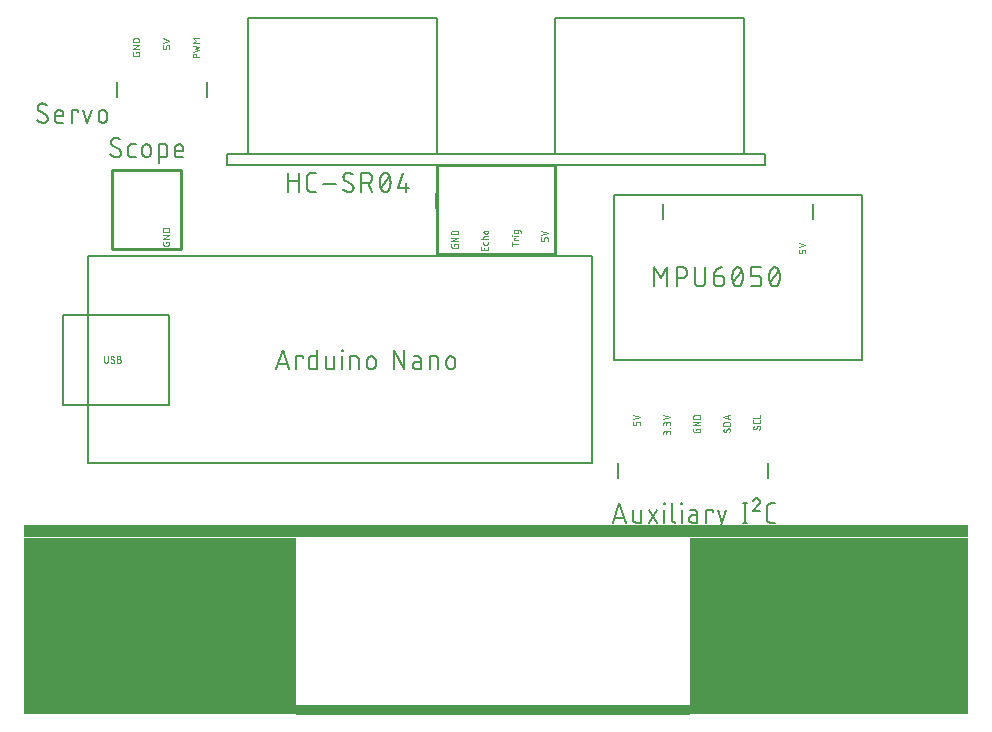
<source format=gbr>
G04 EAGLE Gerber RS-274X export*
G75*
%MOMM*%
%FSLAX34Y34*%
%LPD*%
%INSilkscreen Top*%
%IPPOS*%
%AMOC8*
5,1,8,0,0,1.08239X$1,22.5*%
G01*
%ADD10C,0.152400*%
%ADD11C,0.050800*%
%ADD12C,0.254000*%
%ADD13R,0.400000X0.100000*%
%ADD14R,1.300000X0.100000*%
%ADD15R,1.400000X0.100000*%
%ADD16R,2.000000X0.100000*%
%ADD17R,2.100000X0.100000*%
%ADD18R,1.900000X0.100000*%
%ADD19R,1.800000X0.100000*%
%ADD20R,3.700000X0.100000*%
%ADD21R,0.200000X0.100000*%
%ADD22R,1.100000X0.100000*%
%ADD23R,1.200000X0.100000*%
%ADD24R,1.700000X0.100000*%
%ADD25R,1.500000X0.100000*%
%ADD26R,3.500000X0.100000*%
%ADD27R,0.100000X0.100000*%
%ADD28R,0.900000X0.100000*%
%ADD29R,1.000000X0.100000*%
%ADD30R,3.400000X0.100000*%
%ADD31R,0.800000X0.100000*%
%ADD32R,1.600000X0.100000*%
%ADD33R,3.300000X0.100000*%
%ADD34R,0.700000X0.100000*%
%ADD35R,3.200000X0.100000*%
%ADD36R,0.600000X0.100000*%
%ADD37R,3.100000X0.100000*%
%ADD38R,0.500000X0.100000*%
%ADD39R,0.300000X0.100000*%
%ADD40R,3.000000X0.100000*%
%ADD41R,2.800000X0.100000*%
%ADD42R,2.600000X0.100000*%
%ADD43R,2.500000X0.100000*%
%ADD44R,2.400000X0.100000*%
%ADD45R,3.600000X0.100000*%
%ADD46R,2.300000X0.100000*%
%ADD47R,3.900000X0.100000*%
%ADD48R,4.300000X0.100000*%
%ADD49R,3.800000X0.100000*%
%ADD50R,5.200000X0.100000*%
%ADD51R,5.100000X0.100000*%
%ADD52R,2.700000X0.100000*%
%ADD53R,6.600000X0.100000*%
%ADD54R,13.200000X0.100000*%
%ADD55R,11.300000X0.100000*%
%ADD56R,9.700000X0.100000*%
%ADD57R,9.500000X0.100000*%
%ADD58R,11.400000X0.100000*%
%ADD59R,4.800000X0.100000*%
%ADD60R,9.400000X0.100000*%
%ADD61R,7.500000X0.100000*%
%ADD62R,6.800000X0.100000*%
%ADD63R,6.400000X0.100000*%
%ADD64R,6.100000X0.100000*%
%ADD65R,2.200000X0.100000*%
%ADD66R,5.700000X0.100000*%
%ADD67R,5.400000X0.100000*%
%ADD68R,4.900000X0.100000*%
%ADD69R,4.700000X0.100000*%
%ADD70R,4.500000X0.100000*%
%ADD71R,5.800000X0.100000*%
%ADD72R,5.300000X0.100000*%
%ADD73R,4.100000X0.100000*%
%ADD74R,5.500000X0.100000*%
%ADD75R,2.900000X0.100000*%
%ADD76R,6.700000X0.100000*%
%ADD77R,8.800000X0.100000*%
%ADD78R,4.000000X0.100000*%
%ADD79R,8.900000X0.100000*%
%ADD80R,4.200000X0.100000*%
%ADD81R,9.100000X0.100000*%
%ADD82R,9.200000X0.100000*%
%ADD83R,4.600000X0.100000*%
%ADD84R,14.100000X0.100000*%
%ADD85R,5.000000X0.100000*%
%ADD86R,14.200000X0.100000*%
%ADD87R,14.300000X0.100000*%
%ADD88R,14.400000X0.100000*%
%ADD89R,24.100000X0.100000*%
%ADD90R,24.200000X0.100000*%
%ADD91R,24.300000X0.100000*%
%ADD92R,24.400000X0.100000*%
%ADD93R,24.500000X0.100000*%
%ADD94R,24.600000X0.100000*%
%ADD95R,24.700000X0.100000*%
%ADD96R,24.800000X0.100000*%
%ADD97R,24.900000X0.100000*%
%ADD98R,25.000000X0.100000*%
%ADD99R,25.100000X0.100000*%
%ADD100R,23.700000X0.100000*%
%ADD101R,23.800000X0.100000*%
%ADD102R,23.900000X0.100000*%
%ADD103R,24.000000X0.100000*%
%ADD104R,4.400000X0.100000*%
%ADD105R,25.200000X0.100000*%
%ADD106R,25.300000X0.100000*%
%ADD107R,25.400000X0.100000*%
%ADD108R,25.500000X0.100000*%
%ADD109R,25.600000X0.100000*%
%ADD110R,25.700000X0.100000*%
%ADD111R,25.800000X0.100000*%
%ADD112R,26.000000X0.100000*%
%ADD113R,26.100000X0.100000*%
%ADD114R,6.500000X0.100000*%
%ADD115R,26.200000X0.100000*%
%ADD116R,26.300000X0.100000*%
%ADD117R,6.300000X0.100000*%
%ADD118R,6.200000X0.100000*%
%ADD119R,26.400000X0.100000*%
%ADD120R,6.000000X0.100000*%
%ADD121R,26.500000X0.100000*%
%ADD122R,5.900000X0.100000*%
%ADD123R,26.600000X0.100000*%
%ADD124R,26.700000X0.100000*%
%ADD125R,5.600000X0.100000*%
%ADD126R,26.800000X0.100000*%
%ADD127R,26.900000X0.100000*%
%ADD128R,27.000000X0.100000*%
%ADD129R,27.100000X0.100000*%
%ADD130R,27.200000X0.100000*%
%ADD131R,27.400000X0.100000*%
%ADD132R,27.500000X0.100000*%
%ADD133R,27.700000X0.100000*%
%ADD134R,23.050000X15.005600*%
%ADD135R,33.400000X0.805600*%
%ADD136R,23.550000X15.005600*%
%ADD137R,80.000000X1.000000*%
%ADD138C,0.127000*%
%ADD139C,0.203200*%


D10*
X190000Y590000D02*
X350000Y590000D01*
X190000Y590000D02*
X190000Y475000D01*
X350000Y475000D02*
X350000Y590000D01*
X610000Y590000D02*
X610000Y475000D01*
X450000Y475000D02*
X450000Y590000D01*
X610000Y590000D01*
X190000Y475000D02*
X172500Y475000D01*
X190000Y475000D02*
X350000Y475000D01*
X450000Y475000D01*
X610000Y475000D01*
X627500Y475000D01*
X627500Y465000D02*
X172500Y465000D01*
X172500Y475000D01*
X627500Y475000D02*
X627500Y465000D01*
D11*
X443842Y402707D02*
X443842Y400845D01*
X443842Y402707D02*
X443840Y402777D01*
X443834Y402846D01*
X443824Y402915D01*
X443811Y402983D01*
X443793Y403051D01*
X443772Y403117D01*
X443747Y403182D01*
X443719Y403246D01*
X443687Y403308D01*
X443652Y403368D01*
X443613Y403426D01*
X443571Y403481D01*
X443526Y403535D01*
X443478Y403585D01*
X443428Y403633D01*
X443374Y403678D01*
X443319Y403720D01*
X443261Y403759D01*
X443201Y403794D01*
X443139Y403826D01*
X443075Y403854D01*
X443010Y403879D01*
X442944Y403900D01*
X442876Y403918D01*
X442808Y403931D01*
X442739Y403941D01*
X442670Y403947D01*
X442600Y403949D01*
X441979Y403949D01*
X441909Y403947D01*
X441840Y403941D01*
X441771Y403931D01*
X441703Y403918D01*
X441635Y403900D01*
X441569Y403879D01*
X441504Y403854D01*
X441440Y403826D01*
X441378Y403794D01*
X441318Y403759D01*
X441260Y403720D01*
X441205Y403678D01*
X441151Y403633D01*
X441101Y403585D01*
X441053Y403535D01*
X441008Y403481D01*
X440966Y403426D01*
X440927Y403368D01*
X440892Y403308D01*
X440860Y403246D01*
X440832Y403182D01*
X440807Y403117D01*
X440786Y403051D01*
X440768Y402983D01*
X440755Y402915D01*
X440745Y402846D01*
X440739Y402777D01*
X440737Y402707D01*
X440738Y402707D02*
X440738Y400845D01*
X438254Y400845D01*
X438254Y403949D01*
X438254Y406021D02*
X443842Y407883D01*
X438254Y409746D01*
X418942Y398243D02*
X413354Y398243D01*
X413354Y396691D02*
X413354Y399796D01*
X415217Y401972D02*
X418942Y401972D01*
X415217Y401972D02*
X415217Y403834D01*
X415838Y403834D01*
X415217Y405558D02*
X418942Y405558D01*
X413664Y405403D02*
X413354Y405403D01*
X413354Y405714D01*
X413664Y405714D01*
X413664Y405403D01*
X418942Y408694D02*
X418942Y410246D01*
X418942Y408694D02*
X418940Y408636D01*
X418935Y408577D01*
X418926Y408520D01*
X418913Y408462D01*
X418896Y408406D01*
X418877Y408351D01*
X418853Y408298D01*
X418827Y408245D01*
X418797Y408195D01*
X418764Y408147D01*
X418728Y408101D01*
X418690Y408057D01*
X418648Y408015D01*
X418604Y407977D01*
X418558Y407941D01*
X418510Y407908D01*
X418460Y407878D01*
X418407Y407852D01*
X418354Y407828D01*
X418299Y407809D01*
X418243Y407792D01*
X418185Y407779D01*
X418128Y407770D01*
X418069Y407765D01*
X418011Y407763D01*
X418011Y407762D02*
X416148Y407762D01*
X416148Y407763D02*
X416090Y407765D01*
X416031Y407770D01*
X415974Y407779D01*
X415916Y407792D01*
X415860Y407809D01*
X415805Y407828D01*
X415752Y407852D01*
X415699Y407878D01*
X415649Y407908D01*
X415601Y407941D01*
X415555Y407977D01*
X415511Y408015D01*
X415469Y408057D01*
X415431Y408101D01*
X415395Y408147D01*
X415362Y408195D01*
X415332Y408245D01*
X415306Y408298D01*
X415282Y408351D01*
X415263Y408406D01*
X415246Y408462D01*
X415233Y408520D01*
X415224Y408577D01*
X415219Y408636D01*
X415217Y408694D01*
X415217Y410246D01*
X419873Y410246D01*
X419931Y410244D01*
X419990Y410239D01*
X420047Y410230D01*
X420105Y410217D01*
X420161Y410200D01*
X420216Y410181D01*
X420269Y410157D01*
X420322Y410131D01*
X420372Y410101D01*
X420420Y410068D01*
X420466Y410032D01*
X420510Y409994D01*
X420552Y409952D01*
X420590Y409908D01*
X420626Y409862D01*
X420659Y409814D01*
X420689Y409764D01*
X420715Y409711D01*
X420739Y409658D01*
X420758Y409603D01*
X420775Y409547D01*
X420788Y409489D01*
X420797Y409432D01*
X420802Y409373D01*
X420804Y409315D01*
X420805Y409315D02*
X420805Y408073D01*
X393042Y395914D02*
X393042Y393430D01*
X387454Y393430D01*
X387454Y395914D01*
X389938Y395293D02*
X389938Y393430D01*
X393042Y398874D02*
X393042Y400115D01*
X393042Y398874D02*
X393040Y398816D01*
X393035Y398757D01*
X393026Y398700D01*
X393013Y398642D01*
X392996Y398586D01*
X392977Y398531D01*
X392953Y398478D01*
X392927Y398425D01*
X392897Y398375D01*
X392864Y398327D01*
X392828Y398281D01*
X392790Y398237D01*
X392748Y398195D01*
X392704Y398157D01*
X392658Y398121D01*
X392610Y398088D01*
X392560Y398058D01*
X392507Y398032D01*
X392454Y398008D01*
X392399Y397989D01*
X392343Y397972D01*
X392285Y397959D01*
X392228Y397950D01*
X392169Y397945D01*
X392111Y397943D01*
X392111Y397942D02*
X390248Y397942D01*
X390248Y397943D02*
X390190Y397945D01*
X390131Y397950D01*
X390074Y397959D01*
X390016Y397972D01*
X389960Y397989D01*
X389905Y398008D01*
X389852Y398032D01*
X389799Y398058D01*
X389749Y398088D01*
X389701Y398121D01*
X389655Y398157D01*
X389611Y398195D01*
X389569Y398237D01*
X389531Y398281D01*
X389495Y398327D01*
X389462Y398375D01*
X389432Y398425D01*
X389406Y398478D01*
X389382Y398531D01*
X389363Y398586D01*
X389346Y398642D01*
X389333Y398700D01*
X389324Y398757D01*
X389319Y398816D01*
X389317Y398874D01*
X389317Y400115D01*
X387454Y402325D02*
X393042Y402325D01*
X389317Y402325D02*
X389317Y403877D01*
X389319Y403935D01*
X389324Y403994D01*
X389333Y404051D01*
X389346Y404109D01*
X389363Y404165D01*
X389382Y404220D01*
X389406Y404273D01*
X389432Y404326D01*
X389462Y404376D01*
X389495Y404424D01*
X389531Y404470D01*
X389569Y404514D01*
X389611Y404556D01*
X389655Y404594D01*
X389701Y404630D01*
X389749Y404663D01*
X389799Y404693D01*
X389852Y404719D01*
X389905Y404743D01*
X389960Y404762D01*
X390016Y404779D01*
X390074Y404792D01*
X390131Y404801D01*
X390190Y404806D01*
X390248Y404808D01*
X393042Y404808D01*
X391800Y407262D02*
X390558Y407262D01*
X390488Y407264D01*
X390419Y407270D01*
X390350Y407280D01*
X390282Y407293D01*
X390214Y407311D01*
X390148Y407332D01*
X390083Y407357D01*
X390019Y407385D01*
X389957Y407417D01*
X389897Y407452D01*
X389839Y407491D01*
X389784Y407533D01*
X389730Y407578D01*
X389680Y407626D01*
X389632Y407676D01*
X389587Y407730D01*
X389545Y407785D01*
X389506Y407843D01*
X389471Y407903D01*
X389439Y407965D01*
X389411Y408029D01*
X389386Y408094D01*
X389365Y408160D01*
X389347Y408228D01*
X389334Y408296D01*
X389324Y408365D01*
X389318Y408434D01*
X389316Y408504D01*
X389318Y408574D01*
X389324Y408643D01*
X389334Y408712D01*
X389347Y408780D01*
X389365Y408848D01*
X389386Y408914D01*
X389411Y408979D01*
X389439Y409043D01*
X389471Y409105D01*
X389506Y409165D01*
X389545Y409223D01*
X389587Y409278D01*
X389632Y409332D01*
X389680Y409382D01*
X389730Y409430D01*
X389784Y409475D01*
X389839Y409517D01*
X389897Y409556D01*
X389957Y409591D01*
X390019Y409623D01*
X390083Y409651D01*
X390148Y409676D01*
X390214Y409697D01*
X390282Y409715D01*
X390350Y409728D01*
X390419Y409738D01*
X390488Y409744D01*
X390558Y409746D01*
X391800Y409746D01*
X391870Y409744D01*
X391939Y409738D01*
X392008Y409728D01*
X392076Y409715D01*
X392144Y409697D01*
X392210Y409676D01*
X392275Y409651D01*
X392339Y409623D01*
X392401Y409591D01*
X392461Y409556D01*
X392519Y409517D01*
X392574Y409475D01*
X392628Y409430D01*
X392678Y409382D01*
X392726Y409332D01*
X392771Y409278D01*
X392813Y409223D01*
X392852Y409165D01*
X392887Y409105D01*
X392919Y409043D01*
X392947Y408979D01*
X392972Y408914D01*
X392993Y408848D01*
X393011Y408780D01*
X393024Y408712D01*
X393034Y408643D01*
X393040Y408574D01*
X393042Y408504D01*
X393040Y408434D01*
X393034Y408365D01*
X393024Y408296D01*
X393011Y408228D01*
X392993Y408160D01*
X392972Y408094D01*
X392947Y408029D01*
X392919Y407965D01*
X392887Y407903D01*
X392852Y407843D01*
X392813Y407785D01*
X392771Y407730D01*
X392726Y407676D01*
X392678Y407626D01*
X392628Y407578D01*
X392574Y407533D01*
X392519Y407491D01*
X392461Y407452D01*
X392401Y407417D01*
X392339Y407385D01*
X392275Y407357D01*
X392210Y407332D01*
X392144Y407311D01*
X392076Y407293D01*
X392008Y407280D01*
X391939Y407270D01*
X391870Y407264D01*
X391800Y407262D01*
X364538Y398042D02*
X364538Y397110D01*
X364538Y398042D02*
X367642Y398042D01*
X367642Y396179D01*
X367640Y396109D01*
X367634Y396040D01*
X367624Y395971D01*
X367611Y395903D01*
X367593Y395835D01*
X367572Y395769D01*
X367547Y395704D01*
X367519Y395640D01*
X367487Y395578D01*
X367452Y395518D01*
X367413Y395460D01*
X367371Y395405D01*
X367326Y395351D01*
X367278Y395301D01*
X367228Y395253D01*
X367174Y395208D01*
X367119Y395166D01*
X367061Y395127D01*
X367001Y395092D01*
X366939Y395060D01*
X366875Y395032D01*
X366810Y395007D01*
X366744Y394986D01*
X366676Y394968D01*
X366608Y394955D01*
X366539Y394945D01*
X366470Y394939D01*
X366400Y394937D01*
X363296Y394937D01*
X363226Y394939D01*
X363157Y394945D01*
X363088Y394955D01*
X363020Y394968D01*
X362952Y394986D01*
X362886Y395007D01*
X362821Y395032D01*
X362757Y395060D01*
X362695Y395092D01*
X362635Y395127D01*
X362577Y395166D01*
X362522Y395208D01*
X362468Y395253D01*
X362418Y395301D01*
X362370Y395351D01*
X362325Y395405D01*
X362283Y395460D01*
X362244Y395518D01*
X362209Y395578D01*
X362177Y395640D01*
X362149Y395704D01*
X362124Y395769D01*
X362103Y395835D01*
X362085Y395903D01*
X362072Y395971D01*
X362062Y396040D01*
X362056Y396109D01*
X362054Y396179D01*
X362054Y398042D01*
X362054Y400789D02*
X367642Y400789D01*
X367642Y403894D02*
X362054Y400789D01*
X362054Y403894D02*
X367642Y403894D01*
X367642Y406642D02*
X362054Y406642D01*
X362054Y408194D01*
X362056Y408270D01*
X362061Y408346D01*
X362071Y408422D01*
X362084Y408497D01*
X362101Y408571D01*
X362121Y408645D01*
X362145Y408717D01*
X362172Y408788D01*
X362203Y408858D01*
X362237Y408926D01*
X362275Y408992D01*
X362316Y409056D01*
X362359Y409119D01*
X362406Y409179D01*
X362456Y409236D01*
X362509Y409291D01*
X362564Y409344D01*
X362621Y409394D01*
X362681Y409441D01*
X362744Y409484D01*
X362808Y409525D01*
X362874Y409563D01*
X362942Y409597D01*
X363012Y409628D01*
X363083Y409655D01*
X363156Y409679D01*
X363229Y409699D01*
X363303Y409716D01*
X363378Y409729D01*
X363454Y409739D01*
X363530Y409744D01*
X363606Y409746D01*
X366090Y409746D01*
X366166Y409744D01*
X366242Y409739D01*
X366318Y409729D01*
X366393Y409716D01*
X366467Y409699D01*
X366541Y409679D01*
X366613Y409655D01*
X366684Y409628D01*
X366754Y409597D01*
X366822Y409563D01*
X366888Y409525D01*
X366952Y409484D01*
X367015Y409441D01*
X367075Y409394D01*
X367132Y409344D01*
X367187Y409291D01*
X367240Y409236D01*
X367290Y409179D01*
X367337Y409119D01*
X367380Y409056D01*
X367421Y408992D01*
X367459Y408926D01*
X367493Y408858D01*
X367524Y408788D01*
X367551Y408717D01*
X367575Y408645D01*
X367595Y408571D01*
X367612Y408497D01*
X367625Y408422D01*
X367635Y408346D01*
X367640Y408270D01*
X367642Y408194D01*
X367642Y406642D01*
D10*
X223962Y442562D02*
X223962Y458818D01*
X223962Y451593D02*
X232993Y451593D01*
X232993Y458818D02*
X232993Y442562D01*
X243687Y442562D02*
X247300Y442562D01*
X243687Y442562D02*
X243569Y442564D01*
X243451Y442570D01*
X243333Y442579D01*
X243216Y442593D01*
X243099Y442610D01*
X242982Y442631D01*
X242867Y442656D01*
X242752Y442685D01*
X242638Y442718D01*
X242526Y442754D01*
X242415Y442794D01*
X242305Y442837D01*
X242196Y442884D01*
X242089Y442934D01*
X241984Y442989D01*
X241881Y443046D01*
X241780Y443107D01*
X241680Y443171D01*
X241583Y443238D01*
X241488Y443308D01*
X241396Y443382D01*
X241305Y443458D01*
X241218Y443538D01*
X241133Y443620D01*
X241051Y443705D01*
X240971Y443792D01*
X240895Y443883D01*
X240821Y443975D01*
X240751Y444070D01*
X240684Y444167D01*
X240620Y444267D01*
X240559Y444368D01*
X240502Y444471D01*
X240447Y444576D01*
X240397Y444683D01*
X240350Y444792D01*
X240307Y444902D01*
X240267Y445013D01*
X240231Y445125D01*
X240198Y445239D01*
X240169Y445354D01*
X240144Y445469D01*
X240123Y445586D01*
X240106Y445703D01*
X240092Y445820D01*
X240083Y445938D01*
X240077Y446056D01*
X240075Y446174D01*
X240075Y455206D01*
X240077Y455324D01*
X240083Y455442D01*
X240092Y455560D01*
X240106Y455677D01*
X240123Y455794D01*
X240144Y455911D01*
X240169Y456026D01*
X240198Y456141D01*
X240231Y456255D01*
X240267Y456367D01*
X240307Y456478D01*
X240350Y456588D01*
X240397Y456697D01*
X240447Y456804D01*
X240501Y456909D01*
X240559Y457012D01*
X240620Y457113D01*
X240684Y457213D01*
X240751Y457310D01*
X240821Y457405D01*
X240895Y457497D01*
X240971Y457588D01*
X241051Y457675D01*
X241133Y457760D01*
X241218Y457842D01*
X241305Y457922D01*
X241396Y457998D01*
X241488Y458072D01*
X241583Y458142D01*
X241680Y458209D01*
X241780Y458273D01*
X241881Y458334D01*
X241984Y458391D01*
X242089Y458445D01*
X242196Y458496D01*
X242305Y458543D01*
X242415Y458586D01*
X242526Y458626D01*
X242638Y458662D01*
X242752Y458695D01*
X242867Y458724D01*
X242982Y458749D01*
X243099Y458770D01*
X243216Y458787D01*
X243333Y458801D01*
X243451Y458810D01*
X243569Y458816D01*
X243687Y458818D01*
X247300Y458818D01*
X253279Y448884D02*
X264117Y448884D01*
X275753Y442562D02*
X275871Y442564D01*
X275989Y442570D01*
X276107Y442579D01*
X276224Y442593D01*
X276341Y442610D01*
X276458Y442631D01*
X276573Y442656D01*
X276688Y442685D01*
X276802Y442718D01*
X276914Y442754D01*
X277025Y442794D01*
X277135Y442837D01*
X277244Y442884D01*
X277351Y442934D01*
X277456Y442989D01*
X277559Y443046D01*
X277660Y443107D01*
X277760Y443171D01*
X277857Y443238D01*
X277952Y443308D01*
X278044Y443382D01*
X278135Y443458D01*
X278222Y443538D01*
X278307Y443620D01*
X278389Y443705D01*
X278469Y443792D01*
X278545Y443883D01*
X278619Y443975D01*
X278689Y444070D01*
X278756Y444167D01*
X278820Y444267D01*
X278881Y444368D01*
X278938Y444471D01*
X278993Y444576D01*
X279043Y444683D01*
X279090Y444792D01*
X279133Y444902D01*
X279173Y445013D01*
X279209Y445125D01*
X279242Y445239D01*
X279271Y445354D01*
X279296Y445469D01*
X279317Y445586D01*
X279334Y445703D01*
X279348Y445820D01*
X279357Y445938D01*
X279363Y446056D01*
X279365Y446174D01*
X275753Y442562D02*
X275570Y442564D01*
X275388Y442571D01*
X275206Y442582D01*
X275024Y442597D01*
X274842Y442617D01*
X274661Y442640D01*
X274481Y442669D01*
X274301Y442701D01*
X274122Y442738D01*
X273945Y442779D01*
X273768Y442825D01*
X273592Y442874D01*
X273418Y442928D01*
X273244Y442986D01*
X273073Y443048D01*
X272903Y443114D01*
X272734Y443185D01*
X272567Y443259D01*
X272402Y443337D01*
X272239Y443419D01*
X272078Y443505D01*
X271919Y443595D01*
X271762Y443689D01*
X271608Y443786D01*
X271456Y443887D01*
X271306Y443992D01*
X271159Y444100D01*
X271015Y444211D01*
X270873Y444326D01*
X270734Y444445D01*
X270598Y444567D01*
X270465Y444692D01*
X270335Y444820D01*
X270787Y455206D02*
X270789Y455324D01*
X270795Y455442D01*
X270804Y455560D01*
X270818Y455677D01*
X270835Y455794D01*
X270856Y455911D01*
X270881Y456026D01*
X270910Y456141D01*
X270943Y456255D01*
X270979Y456367D01*
X271019Y456478D01*
X271062Y456588D01*
X271109Y456697D01*
X271159Y456804D01*
X271214Y456909D01*
X271271Y457012D01*
X271332Y457113D01*
X271396Y457213D01*
X271463Y457310D01*
X271533Y457405D01*
X271607Y457497D01*
X271683Y457588D01*
X271763Y457675D01*
X271845Y457760D01*
X271930Y457842D01*
X272017Y457922D01*
X272108Y457998D01*
X272200Y458072D01*
X272295Y458142D01*
X272392Y458209D01*
X272492Y458273D01*
X272593Y458334D01*
X272696Y458392D01*
X272801Y458446D01*
X272908Y458496D01*
X273017Y458543D01*
X273127Y458587D01*
X273238Y458626D01*
X273351Y458662D01*
X273464Y458695D01*
X273579Y458724D01*
X273694Y458749D01*
X273811Y458770D01*
X273928Y458787D01*
X274045Y458801D01*
X274163Y458810D01*
X274281Y458816D01*
X274399Y458818D01*
X274560Y458816D01*
X274722Y458810D01*
X274883Y458801D01*
X275044Y458787D01*
X275204Y458770D01*
X275364Y458749D01*
X275524Y458724D01*
X275683Y458695D01*
X275841Y458663D01*
X275998Y458627D01*
X276154Y458587D01*
X276310Y458543D01*
X276464Y458495D01*
X276617Y458444D01*
X276769Y458390D01*
X276920Y458331D01*
X277069Y458270D01*
X277216Y458204D01*
X277362Y458135D01*
X277507Y458063D01*
X277649Y457987D01*
X277790Y457908D01*
X277929Y457826D01*
X278065Y457740D01*
X278200Y457651D01*
X278333Y457559D01*
X278463Y457463D01*
X272592Y452045D02*
X272491Y452107D01*
X272391Y452172D01*
X272294Y452241D01*
X272199Y452313D01*
X272106Y452387D01*
X272016Y452465D01*
X271928Y452546D01*
X271843Y452629D01*
X271761Y452715D01*
X271682Y452804D01*
X271605Y452895D01*
X271532Y452989D01*
X271461Y453085D01*
X271394Y453183D01*
X271330Y453283D01*
X271269Y453386D01*
X271212Y453490D01*
X271158Y453596D01*
X271108Y453704D01*
X271061Y453813D01*
X271017Y453924D01*
X270977Y454036D01*
X270941Y454150D01*
X270909Y454264D01*
X270880Y454380D01*
X270855Y454496D01*
X270834Y454613D01*
X270817Y454731D01*
X270803Y454849D01*
X270794Y454968D01*
X270788Y455087D01*
X270786Y455206D01*
X277560Y449335D02*
X277661Y449273D01*
X277761Y449208D01*
X277858Y449139D01*
X277953Y449067D01*
X278046Y448993D01*
X278136Y448915D01*
X278224Y448834D01*
X278309Y448751D01*
X278391Y448665D01*
X278470Y448576D01*
X278547Y448485D01*
X278620Y448391D01*
X278691Y448295D01*
X278758Y448197D01*
X278822Y448097D01*
X278883Y447994D01*
X278940Y447890D01*
X278994Y447784D01*
X279044Y447676D01*
X279091Y447567D01*
X279135Y447456D01*
X279175Y447344D01*
X279211Y447230D01*
X279243Y447116D01*
X279272Y447000D01*
X279297Y446884D01*
X279318Y446767D01*
X279335Y446649D01*
X279349Y446531D01*
X279358Y446412D01*
X279364Y446293D01*
X279366Y446174D01*
X277560Y449335D02*
X272592Y452045D01*
X286057Y458818D02*
X286057Y442562D01*
X286057Y458818D02*
X290573Y458818D01*
X290706Y458816D01*
X290838Y458810D01*
X290970Y458800D01*
X291102Y458787D01*
X291234Y458769D01*
X291364Y458748D01*
X291495Y458723D01*
X291624Y458694D01*
X291752Y458661D01*
X291880Y458625D01*
X292006Y458585D01*
X292131Y458541D01*
X292255Y458493D01*
X292377Y458442D01*
X292498Y458387D01*
X292617Y458329D01*
X292735Y458267D01*
X292850Y458202D01*
X292964Y458133D01*
X293075Y458062D01*
X293184Y457986D01*
X293291Y457908D01*
X293396Y457827D01*
X293498Y457742D01*
X293598Y457655D01*
X293695Y457565D01*
X293790Y457472D01*
X293881Y457376D01*
X293970Y457278D01*
X294056Y457177D01*
X294139Y457073D01*
X294219Y456967D01*
X294295Y456859D01*
X294369Y456749D01*
X294439Y456636D01*
X294506Y456522D01*
X294569Y456405D01*
X294629Y456287D01*
X294686Y456167D01*
X294739Y456045D01*
X294788Y455922D01*
X294834Y455798D01*
X294876Y455672D01*
X294914Y455545D01*
X294949Y455417D01*
X294980Y455288D01*
X295007Y455159D01*
X295030Y455028D01*
X295050Y454897D01*
X295065Y454765D01*
X295077Y454633D01*
X295085Y454501D01*
X295089Y454368D01*
X295089Y454236D01*
X295085Y454103D01*
X295077Y453971D01*
X295065Y453839D01*
X295050Y453707D01*
X295030Y453576D01*
X295007Y453445D01*
X294980Y453316D01*
X294949Y453187D01*
X294914Y453059D01*
X294876Y452932D01*
X294834Y452806D01*
X294788Y452682D01*
X294739Y452559D01*
X294686Y452437D01*
X294629Y452317D01*
X294569Y452199D01*
X294506Y452082D01*
X294439Y451968D01*
X294369Y451855D01*
X294295Y451745D01*
X294219Y451637D01*
X294139Y451531D01*
X294056Y451427D01*
X293970Y451326D01*
X293881Y451228D01*
X293790Y451132D01*
X293695Y451039D01*
X293598Y450949D01*
X293498Y450862D01*
X293396Y450777D01*
X293291Y450696D01*
X293184Y450618D01*
X293075Y450542D01*
X292964Y450471D01*
X292850Y450402D01*
X292735Y450337D01*
X292617Y450275D01*
X292498Y450217D01*
X292377Y450162D01*
X292255Y450111D01*
X292131Y450063D01*
X292006Y450019D01*
X291880Y449979D01*
X291752Y449943D01*
X291624Y449910D01*
X291495Y449881D01*
X291364Y449856D01*
X291234Y449835D01*
X291102Y449817D01*
X290970Y449804D01*
X290838Y449794D01*
X290706Y449788D01*
X290573Y449786D01*
X290573Y449787D02*
X286057Y449787D01*
X291476Y449787D02*
X295089Y442562D01*
X301597Y450690D02*
X301601Y451010D01*
X301612Y451329D01*
X301631Y451649D01*
X301658Y451967D01*
X301692Y452285D01*
X301734Y452602D01*
X301784Y452918D01*
X301841Y453233D01*
X301905Y453546D01*
X301977Y453858D01*
X302056Y454168D01*
X302143Y454475D01*
X302237Y454781D01*
X302338Y455084D01*
X302447Y455385D01*
X302562Y455683D01*
X302685Y455979D01*
X302815Y456271D01*
X302952Y456560D01*
X302952Y456561D02*
X302991Y456669D01*
X303034Y456776D01*
X303080Y456881D01*
X303131Y456985D01*
X303184Y457087D01*
X303241Y457187D01*
X303302Y457285D01*
X303366Y457380D01*
X303433Y457474D01*
X303504Y457565D01*
X303577Y457654D01*
X303654Y457740D01*
X303733Y457823D01*
X303815Y457904D01*
X303900Y457982D01*
X303988Y458056D01*
X304078Y458128D01*
X304170Y458196D01*
X304265Y458262D01*
X304362Y458324D01*
X304461Y458382D01*
X304563Y458438D01*
X304665Y458489D01*
X304770Y458537D01*
X304876Y458582D01*
X304984Y458623D01*
X305093Y458660D01*
X305203Y458693D01*
X305315Y458722D01*
X305427Y458748D01*
X305540Y458770D01*
X305654Y458787D01*
X305768Y458801D01*
X305883Y458811D01*
X305998Y458817D01*
X306113Y458819D01*
X306113Y458818D02*
X306228Y458816D01*
X306343Y458810D01*
X306458Y458800D01*
X306572Y458786D01*
X306686Y458769D01*
X306799Y458747D01*
X306911Y458721D01*
X307023Y458692D01*
X307133Y458659D01*
X307242Y458622D01*
X307350Y458581D01*
X307456Y458536D01*
X307561Y458488D01*
X307663Y458437D01*
X307764Y458381D01*
X307864Y458323D01*
X307961Y458261D01*
X308055Y458196D01*
X308148Y458127D01*
X308238Y458055D01*
X308326Y457981D01*
X308411Y457903D01*
X308493Y457822D01*
X308572Y457739D01*
X308649Y457653D01*
X308722Y457564D01*
X308793Y457473D01*
X308860Y457379D01*
X308924Y457284D01*
X308985Y457186D01*
X309042Y457086D01*
X309095Y456984D01*
X309146Y456880D01*
X309192Y456775D01*
X309235Y456668D01*
X309274Y456560D01*
X309273Y456560D02*
X309410Y456271D01*
X309540Y455979D01*
X309663Y455683D01*
X309778Y455385D01*
X309887Y455084D01*
X309988Y454781D01*
X310082Y454475D01*
X310169Y454168D01*
X310248Y453858D01*
X310320Y453546D01*
X310384Y453233D01*
X310441Y452918D01*
X310491Y452602D01*
X310533Y452285D01*
X310567Y451967D01*
X310594Y451649D01*
X310613Y451329D01*
X310624Y451010D01*
X310628Y450690D01*
X301597Y450690D02*
X301601Y450370D01*
X301612Y450051D01*
X301631Y449731D01*
X301658Y449413D01*
X301692Y449095D01*
X301734Y448778D01*
X301784Y448462D01*
X301841Y448147D01*
X301905Y447834D01*
X301977Y447522D01*
X302056Y447212D01*
X302143Y446905D01*
X302237Y446599D01*
X302338Y446296D01*
X302447Y445995D01*
X302562Y445697D01*
X302685Y445401D01*
X302815Y445109D01*
X302952Y444820D01*
X302991Y444712D01*
X303034Y444605D01*
X303080Y444500D01*
X303131Y444396D01*
X303184Y444294D01*
X303241Y444194D01*
X303302Y444096D01*
X303366Y444001D01*
X303433Y443907D01*
X303504Y443816D01*
X303577Y443727D01*
X303654Y443641D01*
X303733Y443558D01*
X303815Y443477D01*
X303900Y443399D01*
X303988Y443325D01*
X304078Y443253D01*
X304171Y443184D01*
X304265Y443119D01*
X304362Y443057D01*
X304462Y442999D01*
X304563Y442943D01*
X304665Y442892D01*
X304770Y442844D01*
X304876Y442799D01*
X304984Y442758D01*
X305093Y442721D01*
X305203Y442688D01*
X305315Y442659D01*
X305427Y442633D01*
X305540Y442611D01*
X305654Y442594D01*
X305768Y442580D01*
X305883Y442570D01*
X305998Y442564D01*
X306113Y442562D01*
X309273Y444820D02*
X309410Y445109D01*
X309540Y445401D01*
X309663Y445697D01*
X309778Y445995D01*
X309887Y446296D01*
X309988Y446599D01*
X310082Y446905D01*
X310169Y447212D01*
X310248Y447522D01*
X310320Y447834D01*
X310384Y448147D01*
X310441Y448462D01*
X310491Y448778D01*
X310533Y449095D01*
X310567Y449413D01*
X310594Y449731D01*
X310613Y450051D01*
X310624Y450370D01*
X310628Y450690D01*
X309274Y444820D02*
X309235Y444712D01*
X309192Y444605D01*
X309146Y444500D01*
X309095Y444396D01*
X309042Y444294D01*
X308985Y444194D01*
X308924Y444096D01*
X308860Y444001D01*
X308793Y443907D01*
X308722Y443816D01*
X308649Y443727D01*
X308572Y443641D01*
X308493Y443558D01*
X308411Y443477D01*
X308326Y443399D01*
X308238Y443325D01*
X308148Y443253D01*
X308055Y443184D01*
X307961Y443119D01*
X307864Y443057D01*
X307764Y442999D01*
X307663Y442943D01*
X307560Y442892D01*
X307456Y442844D01*
X307350Y442799D01*
X307242Y442758D01*
X307133Y442721D01*
X307023Y442688D01*
X306911Y442659D01*
X306799Y442633D01*
X306686Y442611D01*
X306572Y442594D01*
X306458Y442580D01*
X306343Y442570D01*
X306228Y442564D01*
X306113Y442562D01*
X302500Y446174D02*
X309725Y455206D01*
X320841Y458818D02*
X317228Y446174D01*
X326259Y446174D01*
X323550Y449787D02*
X323550Y442562D01*
X500000Y440000D02*
X710000Y440000D01*
X710000Y300000D01*
X500000Y300000D02*
X500000Y440000D01*
X500000Y300000D02*
X710000Y300000D01*
D12*
X350000Y390000D02*
X350000Y465000D01*
X350000Y390000D02*
X450000Y390000D01*
X450000Y465000D01*
X350000Y465000D01*
D10*
X219381Y308818D02*
X213962Y292562D01*
X224799Y292562D02*
X219381Y308818D01*
X223445Y296626D02*
X215317Y296626D01*
X230963Y292562D02*
X230963Y303399D01*
X236382Y303399D01*
X236382Y301593D01*
X248451Y308818D02*
X248451Y292562D01*
X243935Y292562D01*
X243834Y292564D01*
X243733Y292570D01*
X243632Y292579D01*
X243531Y292592D01*
X243431Y292609D01*
X243332Y292630D01*
X243234Y292654D01*
X243137Y292682D01*
X243040Y292714D01*
X242945Y292749D01*
X242852Y292788D01*
X242760Y292830D01*
X242669Y292876D01*
X242581Y292925D01*
X242494Y292977D01*
X242409Y293033D01*
X242326Y293091D01*
X242246Y293153D01*
X242168Y293218D01*
X242092Y293285D01*
X242019Y293355D01*
X241949Y293428D01*
X241882Y293504D01*
X241817Y293582D01*
X241755Y293662D01*
X241697Y293745D01*
X241641Y293830D01*
X241589Y293917D01*
X241540Y294005D01*
X241494Y294096D01*
X241452Y294188D01*
X241413Y294281D01*
X241378Y294376D01*
X241346Y294473D01*
X241318Y294570D01*
X241294Y294668D01*
X241273Y294767D01*
X241256Y294867D01*
X241243Y294968D01*
X241234Y295069D01*
X241228Y295170D01*
X241226Y295271D01*
X241226Y300690D01*
X241228Y300791D01*
X241234Y300892D01*
X241243Y300993D01*
X241256Y301094D01*
X241273Y301194D01*
X241294Y301293D01*
X241318Y301391D01*
X241346Y301488D01*
X241378Y301585D01*
X241413Y301680D01*
X241452Y301773D01*
X241494Y301865D01*
X241540Y301956D01*
X241589Y302045D01*
X241641Y302131D01*
X241697Y302216D01*
X241755Y302299D01*
X241817Y302379D01*
X241882Y302457D01*
X241949Y302533D01*
X242019Y302606D01*
X242092Y302676D01*
X242168Y302743D01*
X242246Y302808D01*
X242326Y302870D01*
X242409Y302928D01*
X242494Y302984D01*
X242581Y303036D01*
X242669Y303085D01*
X242760Y303131D01*
X242852Y303173D01*
X242945Y303212D01*
X243040Y303247D01*
X243137Y303279D01*
X243234Y303307D01*
X243332Y303331D01*
X243431Y303352D01*
X243531Y303369D01*
X243632Y303382D01*
X243733Y303391D01*
X243834Y303397D01*
X243935Y303399D01*
X248451Y303399D01*
X255888Y303399D02*
X255888Y295271D01*
X255889Y295271D02*
X255891Y295170D01*
X255897Y295069D01*
X255906Y294968D01*
X255919Y294867D01*
X255936Y294767D01*
X255957Y294668D01*
X255981Y294570D01*
X256009Y294473D01*
X256041Y294376D01*
X256076Y294281D01*
X256115Y294188D01*
X256157Y294096D01*
X256203Y294005D01*
X256252Y293917D01*
X256304Y293830D01*
X256360Y293745D01*
X256418Y293662D01*
X256480Y293582D01*
X256545Y293504D01*
X256612Y293428D01*
X256682Y293355D01*
X256755Y293285D01*
X256831Y293218D01*
X256909Y293153D01*
X256989Y293091D01*
X257072Y293033D01*
X257157Y292977D01*
X257244Y292925D01*
X257332Y292876D01*
X257423Y292830D01*
X257515Y292788D01*
X257608Y292749D01*
X257703Y292714D01*
X257800Y292682D01*
X257897Y292654D01*
X257995Y292630D01*
X258094Y292609D01*
X258194Y292592D01*
X258295Y292579D01*
X258396Y292570D01*
X258497Y292564D01*
X258598Y292562D01*
X263113Y292562D01*
X263113Y303399D01*
X269922Y303399D02*
X269922Y292562D01*
X269470Y307915D02*
X269470Y308818D01*
X270373Y308818D01*
X270373Y307915D01*
X269470Y307915D01*
X276730Y303399D02*
X276730Y292562D01*
X276730Y303399D02*
X281245Y303399D01*
X281349Y303397D01*
X281452Y303391D01*
X281556Y303381D01*
X281659Y303367D01*
X281761Y303349D01*
X281862Y303328D01*
X281963Y303302D01*
X282062Y303273D01*
X282161Y303240D01*
X282258Y303203D01*
X282353Y303162D01*
X282447Y303118D01*
X282539Y303070D01*
X282629Y303019D01*
X282718Y302964D01*
X282804Y302906D01*
X282887Y302844D01*
X282969Y302780D01*
X283047Y302712D01*
X283123Y302642D01*
X283197Y302569D01*
X283267Y302492D01*
X283335Y302414D01*
X283399Y302332D01*
X283461Y302249D01*
X283519Y302163D01*
X283574Y302074D01*
X283625Y301984D01*
X283673Y301892D01*
X283717Y301798D01*
X283758Y301703D01*
X283795Y301606D01*
X283828Y301507D01*
X283857Y301408D01*
X283883Y301307D01*
X283904Y301206D01*
X283922Y301104D01*
X283936Y301001D01*
X283946Y300897D01*
X283952Y300794D01*
X283954Y300690D01*
X283955Y300690D02*
X283955Y292562D01*
X290798Y296174D02*
X290798Y299787D01*
X290800Y299906D01*
X290806Y300026D01*
X290816Y300145D01*
X290830Y300263D01*
X290847Y300382D01*
X290869Y300499D01*
X290894Y300616D01*
X290924Y300731D01*
X290957Y300846D01*
X290994Y300960D01*
X291034Y301072D01*
X291079Y301183D01*
X291127Y301292D01*
X291178Y301400D01*
X291233Y301506D01*
X291292Y301610D01*
X291354Y301712D01*
X291419Y301812D01*
X291488Y301910D01*
X291560Y302006D01*
X291635Y302099D01*
X291712Y302189D01*
X291793Y302277D01*
X291877Y302362D01*
X291964Y302444D01*
X292053Y302524D01*
X292145Y302600D01*
X292239Y302674D01*
X292336Y302744D01*
X292434Y302811D01*
X292535Y302875D01*
X292639Y302935D01*
X292744Y302992D01*
X292851Y303045D01*
X292959Y303095D01*
X293069Y303141D01*
X293181Y303183D01*
X293294Y303222D01*
X293408Y303257D01*
X293523Y303288D01*
X293640Y303316D01*
X293757Y303339D01*
X293874Y303359D01*
X293993Y303375D01*
X294112Y303387D01*
X294231Y303395D01*
X294350Y303399D01*
X294470Y303399D01*
X294589Y303395D01*
X294708Y303387D01*
X294827Y303375D01*
X294946Y303359D01*
X295063Y303339D01*
X295180Y303316D01*
X295297Y303288D01*
X295412Y303257D01*
X295526Y303222D01*
X295639Y303183D01*
X295751Y303141D01*
X295861Y303095D01*
X295969Y303045D01*
X296076Y302992D01*
X296181Y302935D01*
X296285Y302875D01*
X296386Y302811D01*
X296484Y302744D01*
X296581Y302674D01*
X296675Y302600D01*
X296767Y302524D01*
X296856Y302444D01*
X296943Y302362D01*
X297027Y302277D01*
X297108Y302189D01*
X297185Y302099D01*
X297260Y302006D01*
X297332Y301910D01*
X297401Y301812D01*
X297466Y301712D01*
X297528Y301610D01*
X297587Y301506D01*
X297642Y301400D01*
X297693Y301292D01*
X297741Y301183D01*
X297786Y301072D01*
X297826Y300960D01*
X297863Y300846D01*
X297896Y300731D01*
X297926Y300616D01*
X297951Y300499D01*
X297973Y300382D01*
X297990Y300263D01*
X298004Y300145D01*
X298014Y300026D01*
X298020Y299906D01*
X298022Y299787D01*
X298023Y299787D02*
X298023Y296174D01*
X298022Y296174D02*
X298020Y296055D01*
X298014Y295935D01*
X298004Y295816D01*
X297990Y295698D01*
X297973Y295579D01*
X297951Y295462D01*
X297926Y295345D01*
X297896Y295230D01*
X297863Y295115D01*
X297826Y295001D01*
X297786Y294889D01*
X297741Y294778D01*
X297693Y294669D01*
X297642Y294561D01*
X297587Y294455D01*
X297528Y294351D01*
X297466Y294249D01*
X297401Y294149D01*
X297332Y294051D01*
X297260Y293955D01*
X297185Y293862D01*
X297108Y293772D01*
X297027Y293684D01*
X296943Y293599D01*
X296856Y293517D01*
X296767Y293437D01*
X296675Y293361D01*
X296581Y293287D01*
X296484Y293217D01*
X296386Y293150D01*
X296285Y293086D01*
X296181Y293026D01*
X296076Y292969D01*
X295969Y292916D01*
X295861Y292866D01*
X295751Y292820D01*
X295639Y292778D01*
X295526Y292739D01*
X295412Y292704D01*
X295297Y292673D01*
X295180Y292645D01*
X295063Y292622D01*
X294946Y292602D01*
X294827Y292586D01*
X294708Y292574D01*
X294589Y292566D01*
X294470Y292562D01*
X294350Y292562D01*
X294231Y292566D01*
X294112Y292574D01*
X293993Y292586D01*
X293874Y292602D01*
X293757Y292622D01*
X293640Y292645D01*
X293523Y292673D01*
X293408Y292704D01*
X293294Y292739D01*
X293181Y292778D01*
X293069Y292820D01*
X292959Y292866D01*
X292851Y292916D01*
X292744Y292969D01*
X292639Y293026D01*
X292535Y293086D01*
X292434Y293150D01*
X292336Y293217D01*
X292239Y293287D01*
X292145Y293361D01*
X292053Y293437D01*
X291964Y293517D01*
X291877Y293599D01*
X291793Y293684D01*
X291712Y293772D01*
X291635Y293862D01*
X291560Y293955D01*
X291488Y294051D01*
X291419Y294149D01*
X291354Y294249D01*
X291292Y294351D01*
X291233Y294455D01*
X291178Y294561D01*
X291127Y294669D01*
X291079Y294778D01*
X291034Y294889D01*
X290994Y295001D01*
X290957Y295115D01*
X290924Y295230D01*
X290894Y295345D01*
X290869Y295462D01*
X290847Y295579D01*
X290830Y295698D01*
X290816Y295816D01*
X290806Y295935D01*
X290800Y296055D01*
X290798Y296174D01*
X313342Y292562D02*
X313342Y308818D01*
X322373Y292562D01*
X322373Y308818D01*
X332443Y298884D02*
X336507Y298884D01*
X332443Y298884D02*
X332331Y298882D01*
X332220Y298876D01*
X332109Y298866D01*
X331998Y298853D01*
X331888Y298835D01*
X331779Y298813D01*
X331670Y298788D01*
X331562Y298759D01*
X331456Y298726D01*
X331350Y298689D01*
X331246Y298649D01*
X331144Y298605D01*
X331043Y298557D01*
X330944Y298506D01*
X330846Y298451D01*
X330751Y298393D01*
X330658Y298332D01*
X330567Y298267D01*
X330478Y298199D01*
X330392Y298128D01*
X330309Y298055D01*
X330228Y297978D01*
X330149Y297898D01*
X330074Y297816D01*
X330002Y297731D01*
X329932Y297644D01*
X329866Y297554D01*
X329803Y297462D01*
X329743Y297367D01*
X329687Y297271D01*
X329634Y297173D01*
X329585Y297073D01*
X329539Y296971D01*
X329497Y296868D01*
X329458Y296763D01*
X329423Y296657D01*
X329392Y296550D01*
X329365Y296442D01*
X329341Y296333D01*
X329322Y296223D01*
X329306Y296113D01*
X329294Y296002D01*
X329286Y295890D01*
X329282Y295779D01*
X329282Y295667D01*
X329286Y295556D01*
X329294Y295444D01*
X329306Y295333D01*
X329322Y295223D01*
X329341Y295113D01*
X329365Y295004D01*
X329392Y294896D01*
X329423Y294789D01*
X329458Y294683D01*
X329497Y294578D01*
X329539Y294475D01*
X329585Y294373D01*
X329634Y294273D01*
X329687Y294175D01*
X329743Y294079D01*
X329803Y293984D01*
X329866Y293892D01*
X329932Y293802D01*
X330002Y293715D01*
X330074Y293630D01*
X330149Y293548D01*
X330228Y293468D01*
X330309Y293391D01*
X330392Y293318D01*
X330478Y293247D01*
X330567Y293179D01*
X330658Y293114D01*
X330751Y293053D01*
X330846Y292995D01*
X330944Y292940D01*
X331043Y292889D01*
X331144Y292841D01*
X331246Y292797D01*
X331350Y292757D01*
X331456Y292720D01*
X331562Y292687D01*
X331670Y292658D01*
X331779Y292633D01*
X331888Y292611D01*
X331998Y292593D01*
X332109Y292580D01*
X332220Y292570D01*
X332331Y292564D01*
X332443Y292562D01*
X336507Y292562D01*
X336507Y300690D01*
X336506Y300690D02*
X336504Y300791D01*
X336498Y300892D01*
X336489Y300993D01*
X336476Y301094D01*
X336459Y301194D01*
X336438Y301293D01*
X336414Y301391D01*
X336386Y301488D01*
X336354Y301585D01*
X336319Y301680D01*
X336280Y301773D01*
X336238Y301865D01*
X336192Y301956D01*
X336143Y302045D01*
X336091Y302131D01*
X336035Y302216D01*
X335977Y302299D01*
X335915Y302379D01*
X335850Y302457D01*
X335783Y302533D01*
X335713Y302606D01*
X335640Y302676D01*
X335564Y302743D01*
X335486Y302808D01*
X335406Y302870D01*
X335323Y302928D01*
X335238Y302984D01*
X335152Y303036D01*
X335063Y303085D01*
X334972Y303131D01*
X334880Y303173D01*
X334787Y303212D01*
X334692Y303247D01*
X334595Y303279D01*
X334498Y303307D01*
X334400Y303331D01*
X334301Y303352D01*
X334201Y303369D01*
X334100Y303382D01*
X333999Y303391D01*
X333898Y303397D01*
X333797Y303399D01*
X330185Y303399D01*
X343944Y303399D02*
X343944Y292562D01*
X343944Y303399D02*
X348460Y303399D01*
X348564Y303397D01*
X348667Y303391D01*
X348771Y303381D01*
X348874Y303367D01*
X348976Y303349D01*
X349077Y303328D01*
X349178Y303302D01*
X349277Y303273D01*
X349376Y303240D01*
X349473Y303203D01*
X349568Y303162D01*
X349662Y303118D01*
X349754Y303070D01*
X349844Y303019D01*
X349933Y302964D01*
X350019Y302906D01*
X350102Y302844D01*
X350184Y302780D01*
X350262Y302712D01*
X350338Y302642D01*
X350412Y302569D01*
X350482Y302492D01*
X350550Y302414D01*
X350614Y302332D01*
X350676Y302249D01*
X350734Y302163D01*
X350789Y302074D01*
X350840Y301984D01*
X350888Y301892D01*
X350932Y301798D01*
X350973Y301703D01*
X351010Y301606D01*
X351043Y301507D01*
X351072Y301408D01*
X351098Y301307D01*
X351119Y301206D01*
X351137Y301104D01*
X351151Y301001D01*
X351161Y300897D01*
X351167Y300794D01*
X351169Y300690D01*
X351169Y292562D01*
X358012Y296174D02*
X358012Y299787D01*
X358013Y299787D02*
X358015Y299906D01*
X358021Y300026D01*
X358031Y300145D01*
X358045Y300263D01*
X358062Y300382D01*
X358084Y300499D01*
X358109Y300616D01*
X358139Y300731D01*
X358172Y300846D01*
X358209Y300960D01*
X358249Y301072D01*
X358294Y301183D01*
X358342Y301292D01*
X358393Y301400D01*
X358448Y301506D01*
X358507Y301610D01*
X358569Y301712D01*
X358634Y301812D01*
X358703Y301910D01*
X358775Y302006D01*
X358850Y302099D01*
X358927Y302189D01*
X359008Y302277D01*
X359092Y302362D01*
X359179Y302444D01*
X359268Y302524D01*
X359360Y302600D01*
X359454Y302674D01*
X359551Y302744D01*
X359649Y302811D01*
X359750Y302875D01*
X359854Y302935D01*
X359959Y302992D01*
X360066Y303045D01*
X360174Y303095D01*
X360284Y303141D01*
X360396Y303183D01*
X360509Y303222D01*
X360623Y303257D01*
X360738Y303288D01*
X360855Y303316D01*
X360972Y303339D01*
X361089Y303359D01*
X361208Y303375D01*
X361327Y303387D01*
X361446Y303395D01*
X361565Y303399D01*
X361685Y303399D01*
X361804Y303395D01*
X361923Y303387D01*
X362042Y303375D01*
X362161Y303359D01*
X362278Y303339D01*
X362395Y303316D01*
X362512Y303288D01*
X362627Y303257D01*
X362741Y303222D01*
X362854Y303183D01*
X362966Y303141D01*
X363076Y303095D01*
X363184Y303045D01*
X363291Y302992D01*
X363396Y302935D01*
X363500Y302875D01*
X363601Y302811D01*
X363699Y302744D01*
X363796Y302674D01*
X363890Y302600D01*
X363982Y302524D01*
X364071Y302444D01*
X364158Y302362D01*
X364242Y302277D01*
X364323Y302189D01*
X364400Y302099D01*
X364475Y302006D01*
X364547Y301910D01*
X364616Y301812D01*
X364681Y301712D01*
X364743Y301610D01*
X364802Y301506D01*
X364857Y301400D01*
X364908Y301292D01*
X364956Y301183D01*
X365001Y301072D01*
X365041Y300960D01*
X365078Y300846D01*
X365111Y300731D01*
X365141Y300616D01*
X365166Y300499D01*
X365188Y300382D01*
X365205Y300263D01*
X365219Y300145D01*
X365229Y300026D01*
X365235Y299906D01*
X365237Y299787D01*
X365237Y296174D01*
X365235Y296055D01*
X365229Y295935D01*
X365219Y295816D01*
X365205Y295698D01*
X365188Y295579D01*
X365166Y295462D01*
X365141Y295345D01*
X365111Y295230D01*
X365078Y295115D01*
X365041Y295001D01*
X365001Y294889D01*
X364956Y294778D01*
X364908Y294669D01*
X364857Y294561D01*
X364802Y294455D01*
X364743Y294351D01*
X364681Y294249D01*
X364616Y294149D01*
X364547Y294051D01*
X364475Y293955D01*
X364400Y293862D01*
X364323Y293772D01*
X364242Y293684D01*
X364158Y293599D01*
X364071Y293517D01*
X363982Y293437D01*
X363890Y293361D01*
X363796Y293287D01*
X363699Y293217D01*
X363601Y293150D01*
X363500Y293086D01*
X363396Y293026D01*
X363291Y292969D01*
X363184Y292916D01*
X363076Y292866D01*
X362966Y292820D01*
X362854Y292778D01*
X362741Y292739D01*
X362627Y292704D01*
X362512Y292673D01*
X362395Y292645D01*
X362278Y292622D01*
X362161Y292602D01*
X362042Y292586D01*
X361923Y292574D01*
X361804Y292566D01*
X361685Y292562D01*
X361565Y292562D01*
X361446Y292566D01*
X361327Y292574D01*
X361208Y292586D01*
X361089Y292602D01*
X360972Y292622D01*
X360855Y292645D01*
X360738Y292673D01*
X360623Y292704D01*
X360509Y292739D01*
X360396Y292778D01*
X360284Y292820D01*
X360174Y292866D01*
X360066Y292916D01*
X359959Y292969D01*
X359854Y293026D01*
X359750Y293086D01*
X359649Y293150D01*
X359551Y293217D01*
X359454Y293287D01*
X359360Y293361D01*
X359268Y293437D01*
X359179Y293517D01*
X359092Y293599D01*
X359008Y293684D01*
X358927Y293772D01*
X358850Y293862D01*
X358775Y293955D01*
X358703Y294051D01*
X358634Y294149D01*
X358569Y294249D01*
X358507Y294351D01*
X358448Y294455D01*
X358393Y294561D01*
X358342Y294669D01*
X358294Y294778D01*
X358249Y294889D01*
X358209Y295001D01*
X358172Y295115D01*
X358139Y295230D01*
X358109Y295345D01*
X358084Y295462D01*
X358062Y295579D01*
X358045Y295698D01*
X358031Y295816D01*
X358021Y295935D01*
X358015Y296055D01*
X358013Y296174D01*
X533962Y362562D02*
X533962Y378818D01*
X539381Y369787D01*
X544799Y378818D01*
X544799Y362562D01*
X552792Y362562D02*
X552792Y378818D01*
X557307Y378818D01*
X557440Y378816D01*
X557572Y378810D01*
X557704Y378800D01*
X557836Y378787D01*
X557968Y378769D01*
X558098Y378748D01*
X558229Y378723D01*
X558358Y378694D01*
X558486Y378661D01*
X558614Y378625D01*
X558740Y378585D01*
X558865Y378541D01*
X558989Y378493D01*
X559111Y378442D01*
X559232Y378387D01*
X559351Y378329D01*
X559469Y378267D01*
X559584Y378202D01*
X559698Y378133D01*
X559809Y378062D01*
X559918Y377986D01*
X560025Y377908D01*
X560130Y377827D01*
X560232Y377742D01*
X560332Y377655D01*
X560429Y377565D01*
X560524Y377472D01*
X560615Y377376D01*
X560704Y377278D01*
X560790Y377177D01*
X560873Y377073D01*
X560953Y376967D01*
X561029Y376859D01*
X561103Y376749D01*
X561173Y376636D01*
X561240Y376522D01*
X561303Y376405D01*
X561363Y376287D01*
X561420Y376167D01*
X561473Y376045D01*
X561522Y375922D01*
X561568Y375798D01*
X561610Y375672D01*
X561648Y375545D01*
X561683Y375417D01*
X561714Y375288D01*
X561741Y375159D01*
X561764Y375028D01*
X561784Y374897D01*
X561799Y374765D01*
X561811Y374633D01*
X561819Y374501D01*
X561823Y374368D01*
X561823Y374236D01*
X561819Y374103D01*
X561811Y373971D01*
X561799Y373839D01*
X561784Y373707D01*
X561764Y373576D01*
X561741Y373445D01*
X561714Y373316D01*
X561683Y373187D01*
X561648Y373059D01*
X561610Y372932D01*
X561568Y372806D01*
X561522Y372682D01*
X561473Y372559D01*
X561420Y372437D01*
X561363Y372317D01*
X561303Y372199D01*
X561240Y372082D01*
X561173Y371968D01*
X561103Y371855D01*
X561029Y371745D01*
X560953Y371637D01*
X560873Y371531D01*
X560790Y371427D01*
X560704Y371326D01*
X560615Y371228D01*
X560524Y371132D01*
X560429Y371039D01*
X560332Y370949D01*
X560232Y370862D01*
X560130Y370777D01*
X560025Y370696D01*
X559918Y370618D01*
X559809Y370542D01*
X559698Y370471D01*
X559584Y370402D01*
X559469Y370337D01*
X559351Y370275D01*
X559232Y370217D01*
X559111Y370162D01*
X558989Y370111D01*
X558865Y370063D01*
X558740Y370019D01*
X558614Y369979D01*
X558486Y369943D01*
X558358Y369910D01*
X558229Y369881D01*
X558098Y369856D01*
X557968Y369835D01*
X557836Y369817D01*
X557704Y369804D01*
X557572Y369794D01*
X557440Y369788D01*
X557307Y369786D01*
X557307Y369787D02*
X552792Y369787D01*
X568212Y367078D02*
X568212Y378818D01*
X568211Y367078D02*
X568213Y366945D01*
X568219Y366813D01*
X568229Y366681D01*
X568242Y366549D01*
X568260Y366417D01*
X568281Y366287D01*
X568306Y366156D01*
X568335Y366027D01*
X568368Y365899D01*
X568404Y365771D01*
X568444Y365645D01*
X568488Y365520D01*
X568536Y365396D01*
X568587Y365274D01*
X568642Y365153D01*
X568700Y365034D01*
X568762Y364916D01*
X568827Y364801D01*
X568896Y364687D01*
X568967Y364576D01*
X569043Y364467D01*
X569121Y364360D01*
X569202Y364255D01*
X569287Y364153D01*
X569374Y364053D01*
X569464Y363956D01*
X569557Y363861D01*
X569653Y363770D01*
X569751Y363681D01*
X569852Y363595D01*
X569956Y363512D01*
X570062Y363432D01*
X570170Y363356D01*
X570280Y363282D01*
X570393Y363212D01*
X570507Y363145D01*
X570624Y363082D01*
X570742Y363022D01*
X570862Y362965D01*
X570984Y362912D01*
X571107Y362863D01*
X571231Y362817D01*
X571357Y362775D01*
X571484Y362737D01*
X571612Y362702D01*
X571741Y362671D01*
X571870Y362644D01*
X572001Y362621D01*
X572132Y362601D01*
X572264Y362586D01*
X572396Y362574D01*
X572528Y362566D01*
X572661Y362562D01*
X572793Y362562D01*
X572926Y362566D01*
X573058Y362574D01*
X573190Y362586D01*
X573322Y362601D01*
X573453Y362621D01*
X573584Y362644D01*
X573713Y362671D01*
X573842Y362702D01*
X573970Y362737D01*
X574097Y362775D01*
X574223Y362817D01*
X574347Y362863D01*
X574470Y362912D01*
X574592Y362965D01*
X574712Y363022D01*
X574830Y363082D01*
X574947Y363145D01*
X575061Y363212D01*
X575174Y363282D01*
X575284Y363356D01*
X575392Y363432D01*
X575498Y363512D01*
X575602Y363595D01*
X575703Y363681D01*
X575801Y363770D01*
X575897Y363861D01*
X575990Y363956D01*
X576080Y364053D01*
X576167Y364153D01*
X576252Y364255D01*
X576333Y364360D01*
X576411Y364467D01*
X576487Y364576D01*
X576558Y364687D01*
X576627Y364801D01*
X576692Y364916D01*
X576754Y365034D01*
X576812Y365153D01*
X576867Y365274D01*
X576918Y365396D01*
X576966Y365520D01*
X577010Y365645D01*
X577050Y365771D01*
X577086Y365899D01*
X577119Y366027D01*
X577148Y366156D01*
X577173Y366287D01*
X577194Y366417D01*
X577212Y366549D01*
X577225Y366681D01*
X577235Y366813D01*
X577241Y366945D01*
X577243Y367078D01*
X577243Y378818D01*
X584364Y371593D02*
X589783Y371593D01*
X589901Y371591D01*
X590019Y371585D01*
X590137Y371576D01*
X590254Y371562D01*
X590371Y371545D01*
X590488Y371524D01*
X590603Y371499D01*
X590718Y371470D01*
X590832Y371437D01*
X590944Y371401D01*
X591055Y371361D01*
X591165Y371318D01*
X591274Y371271D01*
X591381Y371221D01*
X591486Y371166D01*
X591589Y371109D01*
X591690Y371048D01*
X591790Y370984D01*
X591887Y370917D01*
X591982Y370847D01*
X592074Y370773D01*
X592165Y370697D01*
X592252Y370617D01*
X592337Y370535D01*
X592419Y370450D01*
X592499Y370363D01*
X592575Y370272D01*
X592649Y370180D01*
X592719Y370085D01*
X592786Y369988D01*
X592850Y369888D01*
X592911Y369787D01*
X592968Y369684D01*
X593023Y369579D01*
X593073Y369472D01*
X593120Y369363D01*
X593163Y369253D01*
X593203Y369142D01*
X593239Y369030D01*
X593272Y368916D01*
X593301Y368801D01*
X593326Y368686D01*
X593347Y368569D01*
X593364Y368452D01*
X593378Y368335D01*
X593387Y368217D01*
X593393Y368099D01*
X593395Y367981D01*
X593395Y367078D01*
X593396Y367078D02*
X593394Y366945D01*
X593388Y366813D01*
X593378Y366681D01*
X593365Y366549D01*
X593347Y366417D01*
X593326Y366287D01*
X593301Y366156D01*
X593272Y366027D01*
X593239Y365899D01*
X593203Y365771D01*
X593163Y365645D01*
X593119Y365520D01*
X593071Y365396D01*
X593020Y365274D01*
X592965Y365153D01*
X592907Y365034D01*
X592845Y364916D01*
X592780Y364801D01*
X592711Y364687D01*
X592640Y364576D01*
X592564Y364467D01*
X592486Y364360D01*
X592405Y364255D01*
X592320Y364153D01*
X592233Y364053D01*
X592143Y363956D01*
X592050Y363861D01*
X591954Y363770D01*
X591856Y363681D01*
X591755Y363595D01*
X591651Y363512D01*
X591545Y363432D01*
X591437Y363356D01*
X591327Y363282D01*
X591214Y363212D01*
X591100Y363145D01*
X590983Y363082D01*
X590865Y363022D01*
X590745Y362965D01*
X590623Y362912D01*
X590500Y362863D01*
X590376Y362817D01*
X590250Y362775D01*
X590123Y362737D01*
X589995Y362702D01*
X589866Y362671D01*
X589737Y362644D01*
X589606Y362621D01*
X589475Y362601D01*
X589343Y362586D01*
X589211Y362574D01*
X589079Y362566D01*
X588946Y362562D01*
X588814Y362562D01*
X588681Y362566D01*
X588549Y362574D01*
X588417Y362586D01*
X588285Y362601D01*
X588154Y362621D01*
X588023Y362644D01*
X587894Y362671D01*
X587765Y362702D01*
X587637Y362737D01*
X587510Y362775D01*
X587384Y362817D01*
X587260Y362863D01*
X587137Y362912D01*
X587015Y362965D01*
X586895Y363022D01*
X586777Y363082D01*
X586660Y363145D01*
X586546Y363212D01*
X586433Y363282D01*
X586323Y363356D01*
X586215Y363432D01*
X586109Y363512D01*
X586005Y363595D01*
X585904Y363681D01*
X585806Y363770D01*
X585710Y363861D01*
X585617Y363956D01*
X585527Y364053D01*
X585440Y364153D01*
X585355Y364255D01*
X585274Y364360D01*
X585196Y364467D01*
X585120Y364576D01*
X585049Y364687D01*
X584980Y364801D01*
X584915Y364916D01*
X584853Y365034D01*
X584795Y365153D01*
X584740Y365274D01*
X584689Y365396D01*
X584641Y365520D01*
X584597Y365645D01*
X584557Y365771D01*
X584521Y365899D01*
X584488Y366027D01*
X584459Y366156D01*
X584434Y366287D01*
X584413Y366417D01*
X584395Y366549D01*
X584382Y366681D01*
X584372Y366813D01*
X584366Y366945D01*
X584364Y367078D01*
X584364Y371593D01*
X584366Y371770D01*
X584373Y371948D01*
X584384Y372125D01*
X584399Y372301D01*
X584418Y372477D01*
X584442Y372653D01*
X584470Y372828D01*
X584503Y373003D01*
X584540Y373176D01*
X584581Y373349D01*
X584626Y373520D01*
X584675Y373690D01*
X584729Y373859D01*
X584786Y374027D01*
X584848Y374193D01*
X584914Y374358D01*
X584984Y374521D01*
X585058Y374682D01*
X585135Y374841D01*
X585217Y374999D01*
X585303Y375154D01*
X585392Y375307D01*
X585485Y375458D01*
X585582Y375607D01*
X585682Y375753D01*
X585786Y375897D01*
X585893Y376038D01*
X586004Y376176D01*
X586118Y376312D01*
X586236Y376445D01*
X586356Y376575D01*
X586480Y376702D01*
X586607Y376826D01*
X586737Y376946D01*
X586870Y377064D01*
X587005Y377178D01*
X587144Y377289D01*
X587285Y377396D01*
X587429Y377500D01*
X587575Y377600D01*
X587724Y377697D01*
X587875Y377790D01*
X588028Y377879D01*
X588183Y377965D01*
X588341Y378047D01*
X588500Y378124D01*
X588661Y378198D01*
X588824Y378268D01*
X588989Y378334D01*
X589155Y378396D01*
X589323Y378453D01*
X589492Y378507D01*
X589662Y378556D01*
X589833Y378601D01*
X590006Y378642D01*
X590179Y378679D01*
X590354Y378712D01*
X590529Y378740D01*
X590705Y378764D01*
X590881Y378783D01*
X591057Y378798D01*
X591234Y378809D01*
X591412Y378816D01*
X591589Y378818D01*
X601350Y376560D02*
X601213Y376271D01*
X601083Y375979D01*
X600960Y375683D01*
X600845Y375385D01*
X600736Y375084D01*
X600635Y374781D01*
X600541Y374475D01*
X600454Y374168D01*
X600375Y373858D01*
X600303Y373546D01*
X600239Y373233D01*
X600182Y372918D01*
X600132Y372602D01*
X600090Y372285D01*
X600056Y371967D01*
X600029Y371649D01*
X600010Y371329D01*
X599999Y371010D01*
X599995Y370690D01*
X601350Y376561D02*
X601389Y376669D01*
X601432Y376776D01*
X601478Y376881D01*
X601529Y376985D01*
X601582Y377087D01*
X601639Y377187D01*
X601700Y377285D01*
X601764Y377380D01*
X601831Y377474D01*
X601902Y377565D01*
X601975Y377654D01*
X602052Y377740D01*
X602131Y377823D01*
X602213Y377904D01*
X602298Y377982D01*
X602386Y378056D01*
X602476Y378128D01*
X602568Y378196D01*
X602663Y378262D01*
X602760Y378324D01*
X602859Y378382D01*
X602961Y378438D01*
X603063Y378489D01*
X603168Y378537D01*
X603274Y378582D01*
X603382Y378623D01*
X603491Y378660D01*
X603601Y378693D01*
X603713Y378722D01*
X603825Y378748D01*
X603938Y378770D01*
X604052Y378787D01*
X604166Y378801D01*
X604281Y378811D01*
X604396Y378817D01*
X604511Y378819D01*
X604511Y378818D02*
X604626Y378816D01*
X604741Y378810D01*
X604856Y378800D01*
X604970Y378786D01*
X605084Y378769D01*
X605197Y378747D01*
X605309Y378721D01*
X605421Y378692D01*
X605531Y378659D01*
X605640Y378622D01*
X605748Y378581D01*
X605854Y378536D01*
X605959Y378488D01*
X606061Y378437D01*
X606162Y378381D01*
X606262Y378323D01*
X606359Y378261D01*
X606453Y378196D01*
X606546Y378127D01*
X606636Y378055D01*
X606724Y377981D01*
X606809Y377903D01*
X606891Y377822D01*
X606970Y377739D01*
X607047Y377653D01*
X607120Y377564D01*
X607191Y377473D01*
X607258Y377379D01*
X607322Y377284D01*
X607383Y377186D01*
X607440Y377086D01*
X607493Y376984D01*
X607544Y376880D01*
X607590Y376775D01*
X607633Y376668D01*
X607672Y376560D01*
X607671Y376560D02*
X607808Y376271D01*
X607938Y375979D01*
X608061Y375683D01*
X608176Y375385D01*
X608285Y375084D01*
X608386Y374781D01*
X608480Y374475D01*
X608567Y374168D01*
X608646Y373858D01*
X608718Y373546D01*
X608782Y373233D01*
X608839Y372918D01*
X608889Y372602D01*
X608931Y372285D01*
X608965Y371967D01*
X608992Y371649D01*
X609011Y371329D01*
X609022Y371010D01*
X609026Y370690D01*
X599996Y370690D02*
X600000Y370370D01*
X600011Y370051D01*
X600030Y369731D01*
X600057Y369413D01*
X600091Y369095D01*
X600133Y368778D01*
X600183Y368462D01*
X600240Y368147D01*
X600304Y367834D01*
X600376Y367522D01*
X600455Y367212D01*
X600542Y366905D01*
X600636Y366599D01*
X600737Y366296D01*
X600846Y365995D01*
X600961Y365697D01*
X601084Y365401D01*
X601214Y365109D01*
X601351Y364820D01*
X601350Y364820D02*
X601389Y364712D01*
X601432Y364605D01*
X601478Y364500D01*
X601529Y364396D01*
X601582Y364294D01*
X601639Y364194D01*
X601700Y364096D01*
X601764Y364001D01*
X601831Y363907D01*
X601902Y363816D01*
X601975Y363727D01*
X602052Y363641D01*
X602131Y363558D01*
X602213Y363477D01*
X602298Y363399D01*
X602386Y363325D01*
X602476Y363253D01*
X602569Y363184D01*
X602663Y363119D01*
X602760Y363057D01*
X602860Y362999D01*
X602961Y362943D01*
X603063Y362892D01*
X603168Y362844D01*
X603274Y362799D01*
X603382Y362758D01*
X603491Y362721D01*
X603601Y362688D01*
X603713Y362659D01*
X603825Y362633D01*
X603938Y362611D01*
X604052Y362594D01*
X604166Y362580D01*
X604281Y362570D01*
X604396Y362564D01*
X604511Y362562D01*
X607671Y364820D02*
X607808Y365109D01*
X607938Y365401D01*
X608061Y365697D01*
X608176Y365995D01*
X608285Y366296D01*
X608386Y366599D01*
X608480Y366905D01*
X608567Y367212D01*
X608646Y367522D01*
X608718Y367834D01*
X608782Y368147D01*
X608839Y368462D01*
X608889Y368778D01*
X608931Y369095D01*
X608965Y369413D01*
X608992Y369731D01*
X609011Y370051D01*
X609022Y370370D01*
X609026Y370690D01*
X607672Y364820D02*
X607633Y364712D01*
X607590Y364605D01*
X607544Y364500D01*
X607493Y364396D01*
X607440Y364294D01*
X607383Y364194D01*
X607322Y364096D01*
X607258Y364001D01*
X607191Y363907D01*
X607120Y363816D01*
X607047Y363727D01*
X606970Y363641D01*
X606891Y363558D01*
X606809Y363477D01*
X606724Y363399D01*
X606636Y363325D01*
X606546Y363253D01*
X606453Y363184D01*
X606359Y363119D01*
X606262Y363057D01*
X606162Y362999D01*
X606061Y362943D01*
X605958Y362892D01*
X605854Y362844D01*
X605748Y362799D01*
X605640Y362758D01*
X605531Y362721D01*
X605421Y362688D01*
X605309Y362659D01*
X605197Y362633D01*
X605084Y362611D01*
X604970Y362594D01*
X604856Y362580D01*
X604741Y362570D01*
X604626Y362564D01*
X604511Y362562D01*
X600898Y366174D02*
X608123Y375206D01*
X615627Y362562D02*
X621045Y362562D01*
X621163Y362564D01*
X621281Y362570D01*
X621399Y362579D01*
X621516Y362593D01*
X621633Y362610D01*
X621750Y362631D01*
X621865Y362656D01*
X621980Y362685D01*
X622094Y362718D01*
X622206Y362754D01*
X622317Y362794D01*
X622427Y362837D01*
X622536Y362884D01*
X622643Y362934D01*
X622748Y362989D01*
X622851Y363046D01*
X622952Y363107D01*
X623052Y363171D01*
X623149Y363238D01*
X623244Y363308D01*
X623336Y363382D01*
X623427Y363458D01*
X623514Y363538D01*
X623599Y363620D01*
X623681Y363705D01*
X623761Y363792D01*
X623837Y363883D01*
X623911Y363975D01*
X623981Y364070D01*
X624048Y364167D01*
X624112Y364267D01*
X624173Y364368D01*
X624230Y364471D01*
X624285Y364576D01*
X624335Y364683D01*
X624382Y364792D01*
X624425Y364902D01*
X624465Y365013D01*
X624501Y365125D01*
X624534Y365239D01*
X624563Y365354D01*
X624588Y365469D01*
X624609Y365586D01*
X624626Y365703D01*
X624640Y365820D01*
X624649Y365938D01*
X624655Y366056D01*
X624657Y366174D01*
X624658Y366174D02*
X624658Y367981D01*
X624657Y367981D02*
X624655Y368099D01*
X624649Y368217D01*
X624640Y368335D01*
X624626Y368452D01*
X624609Y368569D01*
X624588Y368686D01*
X624563Y368801D01*
X624534Y368916D01*
X624501Y369030D01*
X624465Y369142D01*
X624425Y369253D01*
X624382Y369363D01*
X624335Y369472D01*
X624285Y369579D01*
X624230Y369684D01*
X624173Y369787D01*
X624112Y369888D01*
X624048Y369988D01*
X623981Y370085D01*
X623911Y370180D01*
X623837Y370272D01*
X623761Y370363D01*
X623681Y370450D01*
X623599Y370535D01*
X623514Y370617D01*
X623427Y370697D01*
X623336Y370773D01*
X623244Y370847D01*
X623149Y370917D01*
X623052Y370984D01*
X622952Y371048D01*
X622851Y371109D01*
X622748Y371166D01*
X622643Y371221D01*
X622536Y371271D01*
X622427Y371318D01*
X622317Y371361D01*
X622206Y371401D01*
X622094Y371437D01*
X621980Y371470D01*
X621865Y371499D01*
X621750Y371524D01*
X621633Y371545D01*
X621516Y371562D01*
X621399Y371576D01*
X621281Y371585D01*
X621163Y371591D01*
X621045Y371593D01*
X615627Y371593D01*
X615627Y378818D01*
X624658Y378818D01*
X632613Y376560D02*
X632476Y376271D01*
X632346Y375979D01*
X632223Y375683D01*
X632108Y375385D01*
X631999Y375084D01*
X631898Y374781D01*
X631804Y374475D01*
X631717Y374168D01*
X631638Y373858D01*
X631566Y373546D01*
X631502Y373233D01*
X631445Y372918D01*
X631395Y372602D01*
X631353Y372285D01*
X631319Y371967D01*
X631292Y371649D01*
X631273Y371329D01*
X631262Y371010D01*
X631258Y370690D01*
X632612Y376561D02*
X632651Y376669D01*
X632694Y376776D01*
X632740Y376881D01*
X632791Y376985D01*
X632844Y377087D01*
X632901Y377187D01*
X632962Y377285D01*
X633026Y377380D01*
X633093Y377474D01*
X633164Y377565D01*
X633237Y377654D01*
X633314Y377740D01*
X633393Y377823D01*
X633475Y377904D01*
X633560Y377982D01*
X633648Y378056D01*
X633738Y378128D01*
X633830Y378196D01*
X633925Y378262D01*
X634022Y378324D01*
X634121Y378382D01*
X634223Y378438D01*
X634325Y378489D01*
X634430Y378537D01*
X634536Y378582D01*
X634644Y378623D01*
X634753Y378660D01*
X634863Y378693D01*
X634975Y378722D01*
X635087Y378748D01*
X635200Y378770D01*
X635314Y378787D01*
X635428Y378801D01*
X635543Y378811D01*
X635658Y378817D01*
X635773Y378819D01*
X635773Y378818D02*
X635888Y378816D01*
X636003Y378810D01*
X636118Y378800D01*
X636232Y378786D01*
X636346Y378769D01*
X636459Y378747D01*
X636571Y378721D01*
X636683Y378692D01*
X636793Y378659D01*
X636902Y378622D01*
X637010Y378581D01*
X637116Y378536D01*
X637221Y378488D01*
X637323Y378437D01*
X637424Y378381D01*
X637524Y378323D01*
X637621Y378261D01*
X637715Y378196D01*
X637808Y378127D01*
X637898Y378055D01*
X637986Y377981D01*
X638071Y377903D01*
X638153Y377822D01*
X638232Y377739D01*
X638309Y377653D01*
X638382Y377564D01*
X638453Y377473D01*
X638520Y377379D01*
X638584Y377284D01*
X638645Y377186D01*
X638702Y377086D01*
X638755Y376984D01*
X638806Y376880D01*
X638852Y376775D01*
X638895Y376668D01*
X638934Y376560D01*
X639071Y376271D01*
X639201Y375979D01*
X639324Y375683D01*
X639439Y375385D01*
X639548Y375084D01*
X639649Y374781D01*
X639743Y374475D01*
X639830Y374168D01*
X639909Y373858D01*
X639981Y373546D01*
X640045Y373233D01*
X640102Y372918D01*
X640152Y372602D01*
X640194Y372285D01*
X640228Y371967D01*
X640255Y371649D01*
X640274Y371329D01*
X640285Y371010D01*
X640289Y370690D01*
X631258Y370690D02*
X631262Y370370D01*
X631273Y370051D01*
X631292Y369731D01*
X631319Y369413D01*
X631353Y369095D01*
X631395Y368778D01*
X631445Y368462D01*
X631502Y368147D01*
X631566Y367834D01*
X631638Y367522D01*
X631717Y367212D01*
X631804Y366905D01*
X631898Y366599D01*
X631999Y366296D01*
X632108Y365995D01*
X632223Y365697D01*
X632346Y365401D01*
X632476Y365109D01*
X632613Y364820D01*
X632612Y364820D02*
X632651Y364712D01*
X632694Y364605D01*
X632740Y364500D01*
X632791Y364396D01*
X632844Y364294D01*
X632901Y364194D01*
X632962Y364096D01*
X633026Y364001D01*
X633093Y363907D01*
X633164Y363816D01*
X633237Y363727D01*
X633314Y363641D01*
X633393Y363558D01*
X633475Y363477D01*
X633560Y363399D01*
X633648Y363325D01*
X633738Y363253D01*
X633831Y363184D01*
X633925Y363119D01*
X634022Y363057D01*
X634122Y362999D01*
X634223Y362943D01*
X634325Y362892D01*
X634430Y362844D01*
X634536Y362799D01*
X634644Y362758D01*
X634753Y362721D01*
X634863Y362688D01*
X634975Y362659D01*
X635087Y362633D01*
X635200Y362611D01*
X635314Y362594D01*
X635428Y362580D01*
X635543Y362570D01*
X635658Y362564D01*
X635773Y362562D01*
X638933Y364820D02*
X639070Y365109D01*
X639200Y365401D01*
X639323Y365697D01*
X639438Y365995D01*
X639547Y366296D01*
X639648Y366599D01*
X639742Y366905D01*
X639829Y367212D01*
X639908Y367522D01*
X639980Y367834D01*
X640044Y368147D01*
X640101Y368462D01*
X640151Y368778D01*
X640193Y369095D01*
X640227Y369413D01*
X640254Y369731D01*
X640273Y370051D01*
X640284Y370370D01*
X640288Y370690D01*
X638934Y364820D02*
X638895Y364712D01*
X638852Y364605D01*
X638806Y364500D01*
X638755Y364396D01*
X638702Y364294D01*
X638645Y364194D01*
X638584Y364096D01*
X638520Y364001D01*
X638453Y363907D01*
X638382Y363816D01*
X638309Y363727D01*
X638232Y363641D01*
X638153Y363558D01*
X638071Y363477D01*
X637986Y363399D01*
X637898Y363325D01*
X637808Y363253D01*
X637715Y363184D01*
X637621Y363119D01*
X637524Y363057D01*
X637424Y362999D01*
X637323Y362943D01*
X637220Y362892D01*
X637116Y362844D01*
X637010Y362799D01*
X636902Y362758D01*
X636793Y362721D01*
X636683Y362688D01*
X636571Y362659D01*
X636459Y362633D01*
X636346Y362611D01*
X636232Y362594D01*
X636118Y362580D01*
X636003Y362570D01*
X635888Y362564D01*
X635773Y362562D01*
X632161Y366174D02*
X639386Y375206D01*
X504381Y178818D02*
X498962Y162562D01*
X509799Y162562D02*
X504381Y178818D01*
X508445Y166626D02*
X500317Y166626D01*
X515878Y165271D02*
X515878Y173399D01*
X515879Y165271D02*
X515881Y165170D01*
X515887Y165069D01*
X515896Y164968D01*
X515909Y164867D01*
X515926Y164767D01*
X515947Y164668D01*
X515971Y164570D01*
X515999Y164473D01*
X516031Y164376D01*
X516066Y164281D01*
X516105Y164188D01*
X516147Y164096D01*
X516193Y164005D01*
X516242Y163917D01*
X516294Y163830D01*
X516350Y163745D01*
X516408Y163662D01*
X516470Y163582D01*
X516535Y163504D01*
X516602Y163428D01*
X516672Y163355D01*
X516745Y163285D01*
X516821Y163218D01*
X516899Y163153D01*
X516979Y163091D01*
X517062Y163033D01*
X517147Y162977D01*
X517234Y162925D01*
X517322Y162876D01*
X517413Y162830D01*
X517505Y162788D01*
X517598Y162749D01*
X517693Y162714D01*
X517790Y162682D01*
X517887Y162654D01*
X517985Y162630D01*
X518084Y162609D01*
X518184Y162592D01*
X518285Y162579D01*
X518386Y162570D01*
X518487Y162564D01*
X518588Y162562D01*
X523103Y162562D01*
X523103Y173399D01*
X529425Y162562D02*
X536650Y173399D01*
X529425Y173399D02*
X536650Y162562D01*
X542417Y162562D02*
X542417Y173399D01*
X541965Y177915D02*
X541965Y178818D01*
X542868Y178818D01*
X542868Y177915D01*
X541965Y177915D01*
X548941Y178818D02*
X548941Y165271D01*
X548943Y165170D01*
X548949Y165069D01*
X548958Y164968D01*
X548971Y164867D01*
X548988Y164767D01*
X549009Y164668D01*
X549033Y164570D01*
X549061Y164473D01*
X549093Y164376D01*
X549128Y164281D01*
X549167Y164188D01*
X549209Y164096D01*
X549255Y164005D01*
X549304Y163917D01*
X549356Y163830D01*
X549412Y163745D01*
X549470Y163662D01*
X549532Y163582D01*
X549597Y163504D01*
X549664Y163428D01*
X549734Y163355D01*
X549807Y163285D01*
X549883Y163218D01*
X549961Y163153D01*
X550041Y163091D01*
X550124Y163033D01*
X550209Y162977D01*
X550296Y162925D01*
X550384Y162876D01*
X550475Y162830D01*
X550567Y162788D01*
X550660Y162749D01*
X550755Y162714D01*
X550852Y162682D01*
X550949Y162654D01*
X551047Y162630D01*
X551146Y162609D01*
X551246Y162592D01*
X551347Y162579D01*
X551448Y162570D01*
X551549Y162564D01*
X551650Y162562D01*
X557006Y162562D02*
X557006Y173399D01*
X556554Y177915D02*
X556554Y178818D01*
X557457Y178818D01*
X557457Y177915D01*
X556554Y177915D01*
X566381Y168884D02*
X570445Y168884D01*
X566381Y168884D02*
X566269Y168882D01*
X566158Y168876D01*
X566047Y168866D01*
X565936Y168853D01*
X565826Y168835D01*
X565717Y168813D01*
X565608Y168788D01*
X565500Y168759D01*
X565394Y168726D01*
X565288Y168689D01*
X565184Y168649D01*
X565082Y168605D01*
X564981Y168557D01*
X564882Y168506D01*
X564784Y168451D01*
X564689Y168393D01*
X564596Y168332D01*
X564505Y168267D01*
X564416Y168199D01*
X564330Y168128D01*
X564247Y168055D01*
X564166Y167978D01*
X564087Y167898D01*
X564012Y167816D01*
X563940Y167731D01*
X563870Y167644D01*
X563804Y167554D01*
X563741Y167462D01*
X563681Y167367D01*
X563625Y167271D01*
X563572Y167173D01*
X563523Y167073D01*
X563477Y166971D01*
X563435Y166868D01*
X563396Y166763D01*
X563361Y166657D01*
X563330Y166550D01*
X563303Y166442D01*
X563279Y166333D01*
X563260Y166223D01*
X563244Y166113D01*
X563232Y166002D01*
X563224Y165890D01*
X563220Y165779D01*
X563220Y165667D01*
X563224Y165556D01*
X563232Y165444D01*
X563244Y165333D01*
X563260Y165223D01*
X563279Y165113D01*
X563303Y165004D01*
X563330Y164896D01*
X563361Y164789D01*
X563396Y164683D01*
X563435Y164578D01*
X563477Y164475D01*
X563523Y164373D01*
X563572Y164273D01*
X563625Y164175D01*
X563681Y164079D01*
X563741Y163984D01*
X563804Y163892D01*
X563870Y163802D01*
X563940Y163715D01*
X564012Y163630D01*
X564087Y163548D01*
X564166Y163468D01*
X564247Y163391D01*
X564330Y163318D01*
X564416Y163247D01*
X564505Y163179D01*
X564596Y163114D01*
X564689Y163053D01*
X564784Y162995D01*
X564882Y162940D01*
X564981Y162889D01*
X565082Y162841D01*
X565184Y162797D01*
X565288Y162757D01*
X565394Y162720D01*
X565500Y162687D01*
X565608Y162658D01*
X565717Y162633D01*
X565826Y162611D01*
X565936Y162593D01*
X566047Y162580D01*
X566158Y162570D01*
X566269Y162564D01*
X566381Y162562D01*
X570445Y162562D01*
X570445Y170690D01*
X570444Y170690D02*
X570442Y170791D01*
X570436Y170892D01*
X570427Y170993D01*
X570414Y171094D01*
X570397Y171194D01*
X570376Y171293D01*
X570352Y171391D01*
X570324Y171488D01*
X570292Y171585D01*
X570257Y171680D01*
X570218Y171773D01*
X570176Y171865D01*
X570130Y171956D01*
X570081Y172045D01*
X570029Y172131D01*
X569973Y172216D01*
X569915Y172299D01*
X569853Y172379D01*
X569788Y172457D01*
X569721Y172533D01*
X569651Y172606D01*
X569578Y172676D01*
X569502Y172743D01*
X569424Y172808D01*
X569344Y172870D01*
X569261Y172928D01*
X569176Y172984D01*
X569090Y173036D01*
X569001Y173085D01*
X568910Y173131D01*
X568818Y173173D01*
X568725Y173212D01*
X568630Y173247D01*
X568533Y173279D01*
X568436Y173307D01*
X568338Y173331D01*
X568239Y173352D01*
X568139Y173369D01*
X568038Y173382D01*
X567937Y173391D01*
X567836Y173397D01*
X567735Y173399D01*
X564123Y173399D01*
X577967Y173399D02*
X577967Y162562D01*
X577967Y173399D02*
X583386Y173399D01*
X583386Y171593D01*
X587782Y157143D02*
X589588Y157143D01*
X595007Y173399D01*
X587782Y173399D02*
X591394Y162562D01*
X610673Y162562D02*
X610673Y178818D01*
X608867Y162562D02*
X612479Y162562D01*
X612479Y178818D02*
X608867Y178818D01*
X617864Y180624D02*
X617866Y180727D01*
X617872Y180829D01*
X617881Y180931D01*
X617895Y181033D01*
X617912Y181134D01*
X617934Y181234D01*
X617959Y181333D01*
X617987Y181432D01*
X618020Y181529D01*
X618056Y181625D01*
X618095Y181720D01*
X618139Y181813D01*
X618185Y181904D01*
X618236Y181993D01*
X618289Y182081D01*
X618346Y182166D01*
X618406Y182249D01*
X618469Y182330D01*
X618535Y182409D01*
X618604Y182484D01*
X618676Y182558D01*
X618750Y182628D01*
X618827Y182696D01*
X618907Y182760D01*
X618989Y182822D01*
X619073Y182880D01*
X619160Y182935D01*
X619248Y182987D01*
X619339Y183035D01*
X619431Y183080D01*
X619524Y183122D01*
X619620Y183160D01*
X619716Y183194D01*
X619814Y183225D01*
X619913Y183251D01*
X620013Y183275D01*
X620114Y183294D01*
X620215Y183309D01*
X620317Y183321D01*
X620419Y183329D01*
X620522Y183333D01*
X620624Y183333D01*
X620727Y183329D01*
X620829Y183321D01*
X620931Y183309D01*
X621032Y183294D01*
X621133Y183275D01*
X621233Y183251D01*
X621332Y183225D01*
X621430Y183194D01*
X621526Y183160D01*
X621622Y183122D01*
X621715Y183080D01*
X621807Y183035D01*
X621898Y182987D01*
X621986Y182935D01*
X622073Y182880D01*
X622157Y182822D01*
X622239Y182760D01*
X622319Y182696D01*
X622396Y182628D01*
X622470Y182558D01*
X622542Y182484D01*
X622611Y182409D01*
X622677Y182330D01*
X622740Y182249D01*
X622800Y182166D01*
X622857Y182081D01*
X622910Y181993D01*
X622961Y181904D01*
X623007Y181813D01*
X623051Y181720D01*
X623090Y181625D01*
X623126Y181529D01*
X623159Y181432D01*
X623187Y181333D01*
X623212Y181234D01*
X623234Y181134D01*
X623251Y181033D01*
X623265Y180931D01*
X623274Y180829D01*
X623280Y180727D01*
X623282Y180624D01*
X623280Y180511D01*
X623274Y180398D01*
X623264Y180285D01*
X623251Y180172D01*
X623233Y180061D01*
X623212Y179949D01*
X623186Y179839D01*
X623157Y179729D01*
X623125Y179621D01*
X623088Y179514D01*
X623048Y179408D01*
X623004Y179304D01*
X622957Y179201D01*
X622906Y179100D01*
X622851Y179000D01*
X622793Y178903D01*
X622732Y178808D01*
X622668Y178715D01*
X622600Y178624D01*
X622529Y178535D01*
X622455Y178449D01*
X622379Y178366D01*
X617863Y172496D01*
X623282Y172496D01*
X632656Y162562D02*
X636268Y162562D01*
X632656Y162562D02*
X632538Y162564D01*
X632420Y162570D01*
X632302Y162579D01*
X632185Y162593D01*
X632068Y162610D01*
X631951Y162631D01*
X631836Y162656D01*
X631721Y162685D01*
X631607Y162718D01*
X631495Y162754D01*
X631384Y162794D01*
X631274Y162837D01*
X631165Y162884D01*
X631058Y162934D01*
X630953Y162989D01*
X630850Y163046D01*
X630749Y163107D01*
X630649Y163171D01*
X630552Y163238D01*
X630457Y163308D01*
X630365Y163382D01*
X630274Y163458D01*
X630187Y163538D01*
X630102Y163620D01*
X630020Y163705D01*
X629940Y163792D01*
X629864Y163883D01*
X629790Y163975D01*
X629720Y164070D01*
X629653Y164167D01*
X629589Y164267D01*
X629528Y164368D01*
X629471Y164471D01*
X629416Y164576D01*
X629366Y164683D01*
X629319Y164792D01*
X629276Y164902D01*
X629236Y165013D01*
X629200Y165125D01*
X629167Y165239D01*
X629138Y165354D01*
X629113Y165469D01*
X629092Y165586D01*
X629075Y165703D01*
X629061Y165820D01*
X629052Y165938D01*
X629046Y166056D01*
X629044Y166174D01*
X629043Y166174D02*
X629043Y175206D01*
X629044Y175206D02*
X629046Y175324D01*
X629052Y175442D01*
X629061Y175560D01*
X629075Y175677D01*
X629092Y175794D01*
X629113Y175911D01*
X629138Y176026D01*
X629167Y176141D01*
X629200Y176255D01*
X629236Y176367D01*
X629276Y176478D01*
X629319Y176588D01*
X629366Y176697D01*
X629416Y176804D01*
X629470Y176909D01*
X629528Y177012D01*
X629589Y177113D01*
X629653Y177213D01*
X629720Y177310D01*
X629790Y177405D01*
X629864Y177497D01*
X629940Y177588D01*
X630020Y177675D01*
X630102Y177760D01*
X630187Y177842D01*
X630274Y177922D01*
X630365Y177998D01*
X630457Y178072D01*
X630552Y178142D01*
X630649Y178209D01*
X630749Y178273D01*
X630850Y178334D01*
X630953Y178391D01*
X631058Y178445D01*
X631165Y178496D01*
X631274Y178543D01*
X631384Y178586D01*
X631495Y178626D01*
X631607Y178662D01*
X631721Y178695D01*
X631836Y178724D01*
X631951Y178749D01*
X632068Y178770D01*
X632185Y178787D01*
X632302Y178801D01*
X632420Y178810D01*
X632538Y178816D01*
X632656Y178818D01*
X636268Y178818D01*
D13*
X240500Y8556D03*
D14*
X259000Y8556D03*
D15*
X281500Y8556D03*
X308500Y8556D03*
D16*
X334500Y8556D03*
D14*
X365000Y8556D03*
D13*
X382500Y8556D03*
D17*
X404000Y8556D03*
D18*
X437000Y8556D03*
D13*
X458500Y8556D03*
D14*
X476000Y8556D03*
D19*
X503500Y8556D03*
D20*
X546000Y8556D03*
D21*
X239500Y9556D03*
D22*
X259000Y9556D03*
D23*
X280500Y9556D03*
X309500Y9556D03*
D19*
X333500Y9556D03*
D22*
X366000Y9556D03*
D21*
X381500Y9556D03*
D24*
X404000Y9556D03*
D25*
X437000Y9556D03*
D13*
X458500Y9556D03*
D22*
X475000Y9556D03*
D15*
X503500Y9556D03*
D26*
X547000Y9556D03*
D27*
X239000Y10556D03*
D28*
X260000Y10556D03*
D29*
X279500Y10556D03*
D22*
X310000Y10556D03*
D24*
X333000Y10556D03*
D29*
X366500Y10556D03*
D27*
X381000Y10556D03*
D15*
X403500Y10556D03*
D14*
X437000Y10556D03*
D13*
X458500Y10556D03*
D29*
X474500Y10556D03*
D22*
X504000Y10556D03*
D30*
X547500Y10556D03*
D31*
X260500Y11556D03*
D28*
X279000Y11556D03*
D29*
X310500Y11556D03*
D32*
X332500Y11556D03*
D28*
X367000Y11556D03*
D23*
X403500Y11556D03*
X437500Y11556D03*
D13*
X458500Y11556D03*
D28*
X474000Y11556D03*
X504000Y11556D03*
D33*
X548000Y11556D03*
D34*
X261000Y12556D03*
D31*
X278500Y12556D03*
D28*
X311000Y12556D03*
D25*
X332000Y12556D03*
D31*
X367500Y12556D03*
D29*
X403500Y12556D03*
X437500Y12556D03*
D13*
X458500Y12556D03*
D31*
X473500Y12556D03*
D34*
X504000Y12556D03*
D35*
X548500Y12556D03*
D34*
X261000Y13556D03*
D31*
X278500Y13556D03*
X311500Y13556D03*
D15*
X331500Y13556D03*
D34*
X368000Y13556D03*
D28*
X404000Y13556D03*
X438000Y13556D03*
D13*
X458500Y13556D03*
D34*
X473000Y13556D03*
D36*
X503500Y13556D03*
D37*
X549000Y13556D03*
D36*
X261500Y14556D03*
D34*
X278000Y14556D03*
X312000Y14556D03*
D15*
X331500Y14556D03*
D36*
X368500Y14556D03*
D34*
X404000Y14556D03*
D31*
X438500Y14556D03*
D13*
X458500Y14556D03*
D34*
X473000Y14556D03*
D38*
X504000Y14556D03*
D37*
X549000Y14556D03*
D39*
X245000Y15556D03*
D36*
X261500Y15556D03*
X277500Y15556D03*
D13*
X294500Y15556D03*
D34*
X312000Y15556D03*
D14*
X331000Y15556D03*
D13*
X351500Y15556D03*
D36*
X368500Y15556D03*
D39*
X387000Y15556D03*
D36*
X403500Y15556D03*
D13*
X420500Y15556D03*
D31*
X438500Y15556D03*
D28*
X456000Y15556D03*
D36*
X472500Y15556D03*
D13*
X489500Y15556D03*
X503500Y15556D03*
D31*
X520500Y15556D03*
D40*
X549500Y15556D03*
D34*
X245000Y16556D03*
D38*
X262000Y16556D03*
D36*
X277500Y16556D03*
D31*
X294500Y16556D03*
D36*
X312500Y16556D03*
D14*
X331000Y16556D03*
D31*
X351500Y16556D03*
D36*
X368500Y16556D03*
D34*
X387000Y16556D03*
D36*
X403500Y16556D03*
D31*
X420500Y16556D03*
D34*
X439000Y16556D03*
D28*
X456000Y16556D03*
D36*
X472500Y16556D03*
D34*
X489000Y16556D03*
D39*
X504000Y16556D03*
D29*
X520500Y16556D03*
D40*
X549500Y16556D03*
D28*
X245000Y17556D03*
D38*
X262000Y17556D03*
X277000Y17556D03*
D29*
X294500Y17556D03*
D36*
X312500Y17556D03*
D23*
X330500Y17556D03*
D29*
X351500Y17556D03*
D38*
X369000Y17556D03*
D28*
X387000Y17556D03*
D13*
X403500Y17556D03*
D29*
X420500Y17556D03*
D34*
X439000Y17556D03*
D28*
X456000Y17556D03*
D38*
X472000Y17556D03*
D28*
X489000Y17556D03*
D39*
X504000Y17556D03*
D22*
X520000Y17556D03*
D40*
X549500Y17556D03*
D22*
X245000Y18556D03*
D38*
X262000Y18556D03*
X277000Y18556D03*
D22*
X295000Y18556D03*
D38*
X313000Y18556D03*
D23*
X330500Y18556D03*
X351500Y18556D03*
D38*
X369000Y18556D03*
D29*
X386500Y18556D03*
D13*
X403500Y18556D03*
D22*
X421000Y18556D03*
D34*
X439000Y18556D03*
D28*
X456000Y18556D03*
D38*
X472000Y18556D03*
D28*
X489000Y18556D03*
D21*
X504500Y18556D03*
D29*
X519500Y18556D03*
D40*
X549500Y18556D03*
D22*
X245000Y19556D03*
D13*
X262500Y19556D03*
D38*
X277000Y19556D03*
D23*
X294500Y19556D03*
D38*
X313000Y19556D03*
D23*
X330500Y19556D03*
X351500Y19556D03*
D13*
X369500Y19556D03*
D22*
X387000Y19556D03*
D13*
X403500Y19556D03*
D23*
X420500Y19556D03*
D36*
X439500Y19556D03*
D28*
X456000Y19556D03*
D38*
X472000Y19556D03*
D28*
X489000Y19556D03*
D19*
X512500Y19556D03*
D40*
X549500Y19556D03*
D22*
X245000Y20556D03*
D13*
X262500Y20556D03*
D38*
X277000Y20556D03*
D14*
X295000Y20556D03*
D38*
X313000Y20556D03*
D22*
X330000Y20556D03*
D23*
X351500Y20556D03*
D13*
X369500Y20556D03*
D23*
X386500Y20556D03*
D39*
X404000Y20556D03*
D14*
X421000Y20556D03*
D36*
X439500Y20556D03*
D28*
X456000Y20556D03*
D38*
X472000Y20556D03*
D22*
X489000Y20556D03*
D14*
X510000Y20556D03*
D40*
X549500Y20556D03*
D14*
X245000Y21556D03*
D13*
X262500Y21556D03*
D38*
X277000Y21556D03*
D14*
X295000Y21556D03*
D38*
X313000Y21556D03*
D22*
X330000Y21556D03*
D23*
X351500Y21556D03*
D13*
X369500Y21556D03*
D23*
X386500Y21556D03*
D21*
X403500Y21556D03*
D14*
X421000Y21556D03*
D36*
X439500Y21556D03*
D28*
X456000Y21556D03*
D38*
X472000Y21556D03*
D40*
X498500Y21556D03*
D37*
X549000Y21556D03*
D14*
X245000Y22556D03*
D13*
X262500Y22556D03*
X276500Y22556D03*
D14*
X295000Y22556D03*
D38*
X313000Y22556D03*
D22*
X330000Y22556D03*
D14*
X351000Y22556D03*
D13*
X369500Y22556D03*
D23*
X386500Y22556D03*
D21*
X403500Y22556D03*
D14*
X421000Y22556D03*
D36*
X439500Y22556D03*
D28*
X456000Y22556D03*
D38*
X472000Y22556D03*
D41*
X497500Y22556D03*
D37*
X549000Y22556D03*
D14*
X245000Y23556D03*
D13*
X262500Y23556D03*
X276500Y23556D03*
D14*
X295000Y23556D03*
D38*
X313000Y23556D03*
D22*
X330000Y23556D03*
D15*
X351500Y23556D03*
D13*
X369500Y23556D03*
D23*
X386500Y23556D03*
D21*
X403500Y23556D03*
D14*
X421000Y23556D03*
D36*
X439500Y23556D03*
D28*
X456000Y23556D03*
D38*
X472000Y23556D03*
D42*
X496500Y23556D03*
D35*
X548500Y23556D03*
D14*
X245000Y24556D03*
D13*
X262500Y24556D03*
X276500Y24556D03*
D14*
X295000Y24556D03*
D38*
X313000Y24556D03*
D22*
X330000Y24556D03*
D15*
X351500Y24556D03*
D13*
X369500Y24556D03*
D23*
X386500Y24556D03*
D21*
X403500Y24556D03*
D14*
X421000Y24556D03*
D36*
X439500Y24556D03*
D28*
X456000Y24556D03*
D38*
X472000Y24556D03*
D43*
X496000Y24556D03*
D33*
X548000Y24556D03*
D14*
X245000Y25556D03*
D13*
X262500Y25556D03*
X276500Y25556D03*
D14*
X295000Y25556D03*
D38*
X313000Y25556D03*
D22*
X330000Y25556D03*
D14*
X351000Y25556D03*
D13*
X369500Y25556D03*
D23*
X386500Y25556D03*
D21*
X403500Y25556D03*
D14*
X421000Y25556D03*
D36*
X439500Y25556D03*
D28*
X456000Y25556D03*
D38*
X472000Y25556D03*
D44*
X495500Y25556D03*
D30*
X547500Y25556D03*
D22*
X245000Y26556D03*
D13*
X262500Y26556D03*
X276500Y26556D03*
D14*
X295000Y26556D03*
D38*
X313000Y26556D03*
D22*
X330000Y26556D03*
D23*
X351500Y26556D03*
D13*
X369500Y26556D03*
D23*
X386500Y26556D03*
D21*
X403500Y26556D03*
D14*
X421000Y26556D03*
D36*
X439500Y26556D03*
D28*
X456000Y26556D03*
D38*
X472000Y26556D03*
D44*
X495500Y26556D03*
D45*
X546500Y26556D03*
D22*
X245000Y27556D03*
D13*
X262500Y27556D03*
D38*
X277000Y27556D03*
D14*
X295000Y27556D03*
D38*
X313000Y27556D03*
D22*
X330000Y27556D03*
D23*
X351500Y27556D03*
D13*
X369500Y27556D03*
D23*
X386500Y27556D03*
D39*
X404000Y27556D03*
D14*
X421000Y27556D03*
D36*
X439500Y27556D03*
D28*
X456000Y27556D03*
D38*
X472000Y27556D03*
D46*
X495000Y27556D03*
D47*
X545000Y27556D03*
D22*
X245000Y28556D03*
D13*
X262500Y28556D03*
D38*
X277000Y28556D03*
D23*
X294500Y28556D03*
D38*
X313000Y28556D03*
D22*
X331000Y28556D03*
D23*
X351500Y28556D03*
D13*
X369500Y28556D03*
D22*
X387000Y28556D03*
D13*
X403500Y28556D03*
D23*
X420500Y28556D03*
D36*
X439500Y28556D03*
D28*
X456000Y28556D03*
D38*
X472000Y28556D03*
D28*
X489000Y28556D03*
D39*
X505000Y28556D03*
D48*
X543000Y28556D03*
D22*
X245000Y29556D03*
D38*
X262000Y29556D03*
X277000Y29556D03*
D22*
X295000Y29556D03*
D38*
X313000Y29556D03*
D22*
X331000Y29556D03*
D23*
X351500Y29556D03*
D38*
X369000Y29556D03*
D29*
X386500Y29556D03*
D13*
X403500Y29556D03*
D22*
X421000Y29556D03*
D36*
X439500Y29556D03*
D28*
X456000Y29556D03*
D38*
X472000Y29556D03*
D28*
X489000Y29556D03*
D39*
X505000Y29556D03*
D31*
X521500Y29556D03*
D37*
X549000Y29556D03*
D28*
X245000Y30556D03*
D38*
X262000Y30556D03*
X277000Y30556D03*
D29*
X294500Y30556D03*
D36*
X312500Y30556D03*
D28*
X332000Y30556D03*
D29*
X351500Y30556D03*
D38*
X369000Y30556D03*
D28*
X387000Y30556D03*
D13*
X403500Y30556D03*
D29*
X420500Y30556D03*
D34*
X439000Y30556D03*
D28*
X456000Y30556D03*
D36*
X472500Y30556D03*
D28*
X489000Y30556D03*
D13*
X504500Y30556D03*
D28*
X520000Y30556D03*
D37*
X549000Y30556D03*
D34*
X245000Y31556D03*
D38*
X262000Y31556D03*
D36*
X277500Y31556D03*
D31*
X294500Y31556D03*
D36*
X312500Y31556D03*
D39*
X336000Y31556D03*
D31*
X351500Y31556D03*
D38*
X369000Y31556D03*
D34*
X387000Y31556D03*
D38*
X404000Y31556D03*
D31*
X420500Y31556D03*
D34*
X439000Y31556D03*
D28*
X456000Y31556D03*
D36*
X472500Y31556D03*
D34*
X489000Y31556D03*
D13*
X504500Y31556D03*
D28*
X520000Y31556D03*
D37*
X549000Y31556D03*
D36*
X261500Y32556D03*
X277500Y32556D03*
D38*
X295000Y32556D03*
D34*
X312000Y32556D03*
D39*
X336000Y32556D03*
D13*
X351500Y32556D03*
D36*
X368500Y32556D03*
X403500Y32556D03*
D38*
X421000Y32556D03*
D31*
X438500Y32556D03*
D28*
X456000Y32556D03*
D34*
X473000Y32556D03*
D21*
X489500Y32556D03*
D13*
X504500Y32556D03*
D34*
X520000Y32556D03*
D37*
X549000Y32556D03*
D36*
X261500Y33556D03*
D34*
X278000Y33556D03*
X312000Y33556D03*
D38*
X336000Y33556D03*
D36*
X368500Y33556D03*
D34*
X404000Y33556D03*
D13*
X436500Y33556D03*
X458500Y33556D03*
D34*
X473000Y33556D03*
D36*
X504500Y33556D03*
D35*
X548500Y33556D03*
D34*
X261000Y34556D03*
D31*
X278500Y34556D03*
X311500Y34556D03*
D38*
X336000Y34556D03*
D34*
X368000Y34556D03*
D28*
X404000Y34556D03*
D38*
X436000Y34556D03*
D13*
X458500Y34556D03*
D31*
X473500Y34556D03*
D36*
X504500Y34556D03*
D35*
X548500Y34556D03*
D34*
X261000Y35556D03*
D31*
X278500Y35556D03*
D28*
X311000Y35556D03*
D36*
X336500Y35556D03*
D31*
X367500Y35556D03*
D28*
X404000Y35556D03*
D36*
X435500Y35556D03*
D13*
X458500Y35556D03*
D31*
X473500Y35556D03*
X504500Y35556D03*
D33*
X548000Y35556D03*
D31*
X260500Y36556D03*
D28*
X279000Y36556D03*
X311000Y36556D03*
D27*
X324000Y36556D03*
D34*
X337000Y36556D03*
D28*
X367000Y36556D03*
D22*
X404000Y36556D03*
D36*
X435500Y36556D03*
D13*
X458500Y36556D03*
D28*
X474000Y36556D03*
X505000Y36556D03*
D33*
X548000Y36556D03*
D27*
X239000Y37556D03*
D28*
X260000Y37556D03*
D29*
X279500Y37556D03*
D22*
X310000Y37556D03*
D21*
X324500Y37556D03*
D31*
X337500Y37556D03*
D29*
X366500Y37556D03*
D27*
X381000Y37556D03*
D14*
X404000Y37556D03*
D31*
X434500Y37556D03*
D13*
X458500Y37556D03*
D29*
X474500Y37556D03*
D23*
X504500Y37556D03*
D30*
X547500Y37556D03*
D27*
X240000Y38556D03*
D29*
X259500Y38556D03*
D23*
X280500Y38556D03*
X309500Y38556D03*
D39*
X325000Y38556D03*
D28*
X338000Y38556D03*
D22*
X366000Y38556D03*
D21*
X381500Y38556D03*
D24*
X404000Y38556D03*
D28*
X434000Y38556D03*
D13*
X458500Y38556D03*
D23*
X475500Y38556D03*
D15*
X504500Y38556D03*
D45*
X546500Y38556D03*
D39*
X241000Y39556D03*
D23*
X258500Y39556D03*
D14*
X281000Y39556D03*
D15*
X308500Y39556D03*
D13*
X325500Y39556D03*
D22*
X339000Y39556D03*
D14*
X365000Y39556D03*
D13*
X382500Y39556D03*
D16*
X404500Y39556D03*
D22*
X433000Y39556D03*
D13*
X458500Y39556D03*
D15*
X476500Y39556D03*
D19*
X504500Y39556D03*
D49*
X545500Y39556D03*
D50*
X265500Y40556D03*
D51*
X323000Y40556D03*
D24*
X363000Y40556D03*
D52*
X394000Y40556D03*
D39*
X417000Y40556D03*
D18*
X433000Y40556D03*
D53*
X484500Y40556D03*
D48*
X543000Y40556D03*
D54*
X305500Y41556D03*
D36*
X383500Y41556D03*
D22*
X399000Y41556D03*
D29*
X422500Y41556D03*
D34*
X439000Y41556D03*
D55*
X508000Y41556D03*
D43*
X252000Y42556D03*
D56*
X323000Y42556D03*
D36*
X383500Y42556D03*
D29*
X398500Y42556D03*
D31*
X423500Y42556D03*
D34*
X439000Y42556D03*
D28*
X456000Y42556D03*
D57*
X517000Y42556D03*
D43*
X252000Y43556D03*
D56*
X323000Y43556D03*
D36*
X383500Y43556D03*
D28*
X398000Y43556D03*
D34*
X424000Y43556D03*
X439000Y43556D03*
D28*
X456000Y43556D03*
D57*
X517000Y43556D03*
D43*
X252000Y44556D03*
D56*
X323000Y44556D03*
D36*
X383500Y44556D03*
D31*
X397500Y44556D03*
D36*
X424500Y44556D03*
D34*
X439000Y44556D03*
D28*
X456000Y44556D03*
D57*
X517000Y44556D03*
D43*
X252000Y45556D03*
D56*
X323000Y45556D03*
D36*
X383500Y45556D03*
D34*
X397000Y45556D03*
D38*
X425000Y45556D03*
D34*
X439000Y45556D03*
D28*
X456000Y45556D03*
D57*
X517000Y45556D03*
D43*
X252000Y46556D03*
D56*
X323000Y46556D03*
D36*
X383500Y46556D03*
D34*
X397000Y46556D03*
D21*
X411500Y46556D03*
D38*
X425000Y46556D03*
D34*
X439000Y46556D03*
D28*
X456000Y46556D03*
D57*
X517000Y46556D03*
D43*
X252000Y47556D03*
D56*
X323000Y47556D03*
D36*
X383500Y47556D03*
X396500Y47556D03*
X411500Y47556D03*
D13*
X425500Y47556D03*
D34*
X439000Y47556D03*
D28*
X456000Y47556D03*
D57*
X517000Y47556D03*
D43*
X252000Y48556D03*
D56*
X323000Y48556D03*
D36*
X383500Y48556D03*
X396500Y48556D03*
D31*
X411500Y48556D03*
D13*
X425500Y48556D03*
D43*
X448000Y48556D03*
D57*
X517000Y48556D03*
D43*
X252000Y49556D03*
D56*
X323000Y49556D03*
D36*
X383500Y49556D03*
X396500Y49556D03*
D28*
X412000Y49556D03*
D13*
X425500Y49556D03*
D43*
X448000Y49556D03*
D57*
X517000Y49556D03*
D26*
X248000Y50556D03*
D39*
X270000Y50556D03*
D58*
X329500Y50556D03*
D36*
X396500Y50556D03*
D29*
X411500Y50556D03*
D39*
X426000Y50556D03*
D43*
X448000Y50556D03*
D57*
X517000Y50556D03*
D31*
X234500Y51556D03*
D16*
X257500Y51556D03*
D59*
X300500Y51556D03*
D40*
X346500Y51556D03*
D32*
X378500Y51556D03*
D38*
X396000Y51556D03*
D29*
X411500Y51556D03*
D39*
X426000Y51556D03*
D43*
X448000Y51556D03*
D57*
X517000Y51556D03*
D36*
X233500Y52556D03*
D15*
X257500Y52556D03*
D31*
X283500Y52556D03*
D28*
X300000Y52556D03*
D31*
X317500Y52556D03*
D13*
X333500Y52556D03*
D25*
X351000Y52556D03*
D14*
X380000Y52556D03*
D38*
X396000Y52556D03*
D29*
X411500Y52556D03*
D39*
X426000Y52556D03*
D43*
X448000Y52556D03*
D57*
X517000Y52556D03*
D13*
X232500Y53556D03*
D23*
X257500Y53556D03*
D34*
X284000Y53556D03*
D28*
X300000Y53556D03*
D34*
X317000Y53556D03*
D13*
X333500Y53556D03*
D15*
X350500Y53556D03*
D23*
X380500Y53556D03*
D38*
X396000Y53556D03*
D29*
X411500Y53556D03*
D39*
X426000Y53556D03*
D43*
X448000Y53556D03*
D57*
X517000Y53556D03*
D39*
X232000Y54556D03*
D28*
X257000Y54556D03*
D36*
X284500Y54556D03*
D28*
X300000Y54556D03*
D36*
X316500Y54556D03*
D13*
X333500Y54556D03*
D14*
X350000Y54556D03*
D22*
X381000Y54556D03*
D38*
X396000Y54556D03*
D29*
X411500Y54556D03*
D39*
X426000Y54556D03*
D43*
X448000Y54556D03*
D57*
X517000Y54556D03*
D39*
X232000Y55556D03*
D34*
X257000Y55556D03*
D38*
X285000Y55556D03*
D28*
X300000Y55556D03*
D36*
X316500Y55556D03*
D13*
X333500Y55556D03*
D22*
X349000Y55556D03*
D29*
X381500Y55556D03*
D36*
X396500Y55556D03*
D29*
X411500Y55556D03*
D39*
X426000Y55556D03*
D43*
X448000Y55556D03*
D60*
X517500Y55556D03*
D21*
X231500Y56556D03*
D38*
X257000Y56556D03*
D13*
X285500Y56556D03*
D28*
X300000Y56556D03*
D36*
X316500Y56556D03*
D13*
X333500Y56556D03*
D22*
X349000Y56556D03*
D28*
X382000Y56556D03*
D36*
X396500Y56556D03*
D29*
X411500Y56556D03*
D13*
X425500Y56556D03*
D42*
X448500Y56556D03*
D60*
X517500Y56556D03*
D27*
X231000Y57556D03*
D38*
X257000Y57556D03*
D39*
X286000Y57556D03*
D28*
X300000Y57556D03*
D36*
X316500Y57556D03*
D13*
X333500Y57556D03*
D29*
X348500Y57556D03*
D31*
X382500Y57556D03*
D36*
X396500Y57556D03*
D31*
X411500Y57556D03*
D13*
X425500Y57556D03*
D43*
X449000Y57556D03*
D61*
X527000Y57556D03*
D27*
X231000Y58556D03*
D38*
X244000Y58556D03*
D39*
X257000Y58556D03*
D34*
X272000Y58556D03*
D39*
X286000Y58556D03*
D28*
X300000Y58556D03*
D36*
X316500Y58556D03*
D31*
X331500Y58556D03*
D29*
X348500Y58556D03*
D34*
X366000Y58556D03*
D31*
X382500Y58556D03*
D36*
X396500Y58556D03*
D31*
X411500Y58556D03*
D13*
X425500Y58556D03*
D46*
X450000Y58556D03*
D62*
X530500Y58556D03*
D27*
X231000Y59556D03*
D34*
X244000Y59556D03*
D39*
X257000Y59556D03*
D28*
X272000Y59556D03*
D39*
X286000Y59556D03*
D28*
X300000Y59556D03*
D36*
X316500Y59556D03*
D31*
X331500Y59556D03*
D28*
X348000Y59556D03*
X366000Y59556D03*
D34*
X383000Y59556D03*
X397000Y59556D03*
D13*
X411500Y59556D03*
D38*
X425000Y59556D03*
D24*
X451000Y59556D03*
D63*
X532500Y59556D03*
D31*
X243500Y60556D03*
D39*
X257000Y60556D03*
D22*
X272000Y60556D03*
D39*
X286000Y60556D03*
D28*
X300000Y60556D03*
D36*
X316500Y60556D03*
D31*
X331500Y60556D03*
D28*
X348000Y60556D03*
D22*
X366000Y60556D03*
D39*
X381000Y60556D03*
X399000Y60556D03*
D38*
X425000Y60556D03*
D15*
X449500Y60556D03*
D64*
X534000Y60556D03*
D31*
X243500Y61556D03*
D27*
X257000Y61556D03*
D17*
X277000Y61556D03*
D28*
X300000Y61556D03*
D36*
X316500Y61556D03*
D31*
X331500Y61556D03*
D28*
X348000Y61556D03*
D65*
X371500Y61556D03*
D13*
X399500Y61556D03*
D36*
X424500Y61556D03*
D22*
X448000Y61556D03*
D66*
X536000Y61556D03*
D28*
X244000Y62556D03*
D27*
X257000Y62556D03*
D65*
X276500Y62556D03*
D28*
X300000Y62556D03*
D36*
X316500Y62556D03*
D31*
X331500Y62556D03*
D28*
X348000Y62556D03*
D65*
X371500Y62556D03*
D38*
X400000Y62556D03*
D34*
X424000Y62556D03*
D31*
X446500Y62556D03*
D67*
X537500Y62556D03*
D18*
X248000Y63556D03*
D21*
X286500Y63556D03*
D28*
X300000Y63556D03*
D36*
X316500Y63556D03*
D31*
X331500Y63556D03*
X347500Y63556D03*
D39*
X381000Y63556D03*
D36*
X400500Y63556D03*
D31*
X423500Y63556D03*
D27*
X435000Y63556D03*
D34*
X446000Y63556D03*
D50*
X538500Y63556D03*
D18*
X248000Y64556D03*
D21*
X286500Y64556D03*
D28*
X300000Y64556D03*
D36*
X316500Y64556D03*
D31*
X331500Y64556D03*
X347500Y64556D03*
D39*
X381000Y64556D03*
D34*
X401000Y64556D03*
D28*
X423000Y64556D03*
D21*
X435500Y64556D03*
D34*
X446000Y64556D03*
D68*
X540000Y64556D03*
D18*
X248000Y65556D03*
D21*
X286500Y65556D03*
D28*
X300000Y65556D03*
D36*
X316500Y65556D03*
D31*
X331500Y65556D03*
X347500Y65556D03*
D34*
X383000Y65556D03*
D14*
X400000Y65556D03*
D22*
X422000Y65556D03*
D39*
X436000Y65556D03*
D31*
X446500Y65556D03*
D69*
X541000Y65556D03*
D18*
X248000Y66556D03*
D21*
X286500Y66556D03*
D28*
X300000Y66556D03*
D36*
X316500Y66556D03*
D31*
X331500Y66556D03*
X347500Y66556D03*
D34*
X383000Y66556D03*
D66*
X422000Y66556D03*
D25*
X480000Y66556D03*
D70*
X542000Y66556D03*
D18*
X248000Y67556D03*
D21*
X286500Y67556D03*
D28*
X300000Y67556D03*
D36*
X316500Y67556D03*
D31*
X331500Y67556D03*
D28*
X348000Y67556D03*
D34*
X383000Y67556D03*
D71*
X422500Y67556D03*
D65*
X483500Y67556D03*
D48*
X543000Y67556D03*
D19*
X248500Y68556D03*
D21*
X286500Y68556D03*
D28*
X300000Y68556D03*
D36*
X316500Y68556D03*
D31*
X331500Y68556D03*
D28*
X348000Y68556D03*
D34*
X383000Y68556D03*
D72*
X425000Y68556D03*
D21*
X462500Y68556D03*
D43*
X486000Y68556D03*
D73*
X544000Y68556D03*
D31*
X243500Y69556D03*
D27*
X257000Y69556D03*
D29*
X271500Y69556D03*
D39*
X286000Y69556D03*
D31*
X300500Y69556D03*
D36*
X316500Y69556D03*
D31*
X331500Y69556D03*
X348500Y69556D03*
D22*
X366000Y69556D03*
D34*
X383000Y69556D03*
D74*
X425000Y69556D03*
D36*
X460500Y69556D03*
D75*
X488000Y69556D03*
D47*
X545000Y69556D03*
D27*
X231000Y70556D03*
D31*
X243500Y70556D03*
D21*
X257500Y70556D03*
D29*
X271500Y70556D03*
D39*
X286000Y70556D03*
D31*
X300500Y70556D03*
D36*
X316500Y70556D03*
D31*
X331500Y70556D03*
D34*
X349000Y70556D03*
D29*
X365500Y70556D03*
D34*
X383000Y70556D03*
D74*
X425000Y70556D03*
D28*
X460000Y70556D03*
D35*
X489500Y70556D03*
D20*
X546000Y70556D03*
D27*
X231000Y71556D03*
D34*
X244000Y71556D03*
D39*
X257000Y71556D03*
D31*
X271500Y71556D03*
D39*
X286000Y71556D03*
D31*
X300500Y71556D03*
D34*
X316000Y71556D03*
D31*
X331500Y71556D03*
D36*
X349500Y71556D03*
D31*
X365500Y71556D03*
D28*
X383000Y71556D03*
D76*
X431000Y71556D03*
D33*
X491000Y71556D03*
D45*
X546500Y71556D03*
D27*
X231000Y72556D03*
D38*
X244000Y72556D03*
D13*
X257500Y72556D03*
D36*
X271500Y72556D03*
D39*
X286000Y72556D03*
D38*
X301000Y72556D03*
D34*
X316000Y72556D03*
D31*
X331500Y72556D03*
D27*
X353000Y72556D03*
D36*
X365500Y72556D03*
D29*
X383500Y72556D03*
D76*
X431000Y72556D03*
D45*
X492500Y72556D03*
D30*
X547500Y72556D03*
D21*
X231500Y73556D03*
D13*
X257500Y73556D03*
X285500Y73556D03*
D39*
X314000Y73556D03*
D13*
X333500Y73556D03*
D27*
X353000Y73556D03*
D23*
X383500Y73556D03*
D62*
X431500Y73556D03*
D49*
X493500Y73556D03*
D35*
X548500Y73556D03*
D21*
X231500Y74556D03*
D36*
X257500Y74556D03*
D13*
X285500Y74556D03*
D39*
X314000Y74556D03*
D13*
X333500Y74556D03*
D21*
X353500Y74556D03*
D77*
X421500Y74556D03*
D78*
X495500Y74556D03*
D37*
X549000Y74556D03*
D39*
X232000Y75556D03*
D36*
X257500Y75556D03*
D38*
X285000Y75556D03*
D13*
X313500Y75556D03*
X333500Y75556D03*
D39*
X354000Y75556D03*
D79*
X421000Y75556D03*
D80*
X496500Y75556D03*
D40*
X549500Y75556D03*
D13*
X232500Y76556D03*
D31*
X257500Y76556D03*
D36*
X284500Y76556D03*
D13*
X313500Y76556D03*
X333500Y76556D03*
D27*
X343000Y76556D03*
D39*
X354000Y76556D03*
D81*
X421000Y76556D03*
D48*
X498000Y76556D03*
D41*
X550500Y76556D03*
D38*
X233000Y77556D03*
D29*
X257500Y77556D03*
D34*
X284000Y77556D03*
D27*
X296000Y77556D03*
D38*
X313000Y77556D03*
D13*
X333500Y77556D03*
D27*
X344000Y77556D03*
D38*
X355000Y77556D03*
D82*
X420500Y77556D03*
D70*
X499000Y77556D03*
D52*
X551000Y77556D03*
D36*
X233500Y78556D03*
D15*
X257500Y78556D03*
D28*
X283000Y78556D03*
D21*
X296500Y78556D03*
D36*
X312500Y78556D03*
D13*
X333500Y78556D03*
D21*
X344500Y78556D03*
D36*
X355500Y78556D03*
D57*
X420000Y78556D03*
D83*
X500500Y78556D03*
D42*
X551500Y78556D03*
D28*
X235000Y79556D03*
D19*
X257500Y79556D03*
D23*
X282500Y79556D03*
D13*
X297500Y79556D03*
D23*
X313500Y79556D03*
D31*
X331500Y79556D03*
D39*
X345000Y79556D03*
D31*
X356500Y79556D03*
D56*
X419000Y79556D03*
D69*
X501000Y79556D03*
D43*
X552000Y79556D03*
D79*
X275000Y80556D03*
D84*
X398000Y80556D03*
D59*
X502500Y80556D03*
D46*
X553000Y80556D03*
D79*
X275000Y81556D03*
D84*
X398000Y81556D03*
D68*
X503000Y81556D03*
D65*
X553500Y81556D03*
D79*
X275000Y82556D03*
D84*
X398000Y82556D03*
D85*
X504500Y82556D03*
D17*
X554000Y82556D03*
D79*
X275000Y83556D03*
D86*
X398500Y83556D03*
D51*
X505000Y83556D03*
D16*
X554500Y83556D03*
D79*
X275000Y84556D03*
D87*
X399000Y84556D03*
D51*
X506000Y84556D03*
D18*
X555000Y84556D03*
D79*
X275000Y85556D03*
D87*
X399000Y85556D03*
D50*
X507500Y85556D03*
D18*
X555000Y85556D03*
D79*
X275000Y86556D03*
D88*
X399500Y86556D03*
D72*
X508000Y86556D03*
D19*
X555500Y86556D03*
D89*
X351000Y87556D03*
D72*
X509000Y87556D03*
D24*
X556000Y87556D03*
D90*
X351500Y88556D03*
D72*
X510000Y88556D03*
D32*
X556500Y88556D03*
D90*
X351500Y89556D03*
D67*
X510500Y89556D03*
D25*
X557000Y89556D03*
D91*
X352000Y90556D03*
D67*
X511500Y90556D03*
D25*
X557000Y90556D03*
D92*
X352500Y91556D03*
D67*
X512500Y91556D03*
D15*
X557500Y91556D03*
D92*
X352500Y92556D03*
D67*
X513500Y92556D03*
D14*
X558000Y92556D03*
D93*
X353000Y93556D03*
D67*
X514500Y93556D03*
D23*
X558500Y93556D03*
D94*
X353500Y94556D03*
D67*
X514500Y94556D03*
D23*
X558500Y94556D03*
D95*
X354000Y95556D03*
D67*
X515500Y95556D03*
D22*
X559000Y95556D03*
D95*
X354000Y96556D03*
D67*
X516500Y96556D03*
D29*
X559500Y96556D03*
D96*
X354500Y97556D03*
D67*
X517500Y97556D03*
D29*
X559500Y97556D03*
D97*
X355000Y98556D03*
D72*
X518000Y98556D03*
D28*
X560000Y98556D03*
D98*
X355500Y99556D03*
D72*
X519000Y99556D03*
D28*
X560000Y99556D03*
D99*
X356000Y100556D03*
D72*
X520000Y100556D03*
D31*
X560500Y100556D03*
D100*
X349000Y101556D03*
D29*
X477500Y101556D03*
D50*
X520500Y101556D03*
D31*
X560500Y101556D03*
D100*
X349000Y102556D03*
D28*
X479000Y102556D03*
D51*
X522000Y102556D03*
D34*
X561000Y102556D03*
D100*
X349000Y103556D03*
D28*
X480000Y103556D03*
D85*
X522500Y103556D03*
D36*
X561500Y103556D03*
D100*
X349000Y104556D03*
D34*
X481000Y104556D03*
D85*
X523500Y104556D03*
D36*
X561500Y104556D03*
D101*
X349500Y105556D03*
D34*
X482000Y105556D03*
D68*
X524000Y105556D03*
D36*
X561500Y105556D03*
D101*
X349500Y106556D03*
D34*
X483000Y106556D03*
D68*
X525000Y106556D03*
D38*
X562000Y106556D03*
D102*
X350000Y107556D03*
D28*
X484000Y107556D03*
D59*
X525500Y107556D03*
D38*
X562000Y107556D03*
D103*
X350500Y108556D03*
D28*
X485000Y108556D03*
D69*
X527000Y108556D03*
D13*
X562500Y108556D03*
D89*
X351000Y109556D03*
D28*
X486000Y109556D03*
D83*
X527500Y109556D03*
D13*
X562500Y109556D03*
D90*
X351500Y110556D03*
D28*
X487000Y110556D03*
D83*
X528500Y110556D03*
D39*
X563000Y110556D03*
D91*
X352000Y111556D03*
D29*
X487500Y111556D03*
D104*
X529500Y111556D03*
D39*
X563000Y111556D03*
D92*
X352500Y112556D03*
D29*
X488500Y112556D03*
D48*
X531000Y112556D03*
D39*
X563000Y112556D03*
D92*
X352500Y113556D03*
D29*
X489500Y113556D03*
D80*
X531500Y113556D03*
D21*
X563500Y113556D03*
D93*
X353000Y114556D03*
D22*
X490000Y114556D03*
D78*
X532500Y114556D03*
D21*
X563500Y114556D03*
D94*
X353500Y115556D03*
D28*
X490000Y115556D03*
D47*
X534000Y115556D03*
D21*
X563500Y115556D03*
D95*
X354000Y116556D03*
D31*
X490500Y116556D03*
D20*
X535000Y116556D03*
D27*
X564000Y116556D03*
D96*
X354500Y117556D03*
D34*
X490000Y117556D03*
D21*
X499500Y117556D03*
D26*
X536000Y117556D03*
D27*
X564000Y117556D03*
D97*
X355000Y118556D03*
D36*
X490500Y118556D03*
D13*
X499500Y118556D03*
D33*
X538000Y118556D03*
D27*
X564000Y118556D03*
D98*
X355500Y119556D03*
D13*
X490500Y119556D03*
D36*
X500500Y119556D03*
D75*
X540000Y119556D03*
D27*
X564000Y119556D03*
D99*
X356000Y120556D03*
D39*
X491000Y120556D03*
D31*
X500500Y120556D03*
D43*
X542000Y120556D03*
D105*
X356500Y121556D03*
D29*
X501500Y121556D03*
D15*
X543500Y121556D03*
D106*
X357000Y122556D03*
D14*
X502000Y122556D03*
D107*
X357500Y123556D03*
D25*
X503000Y123556D03*
D108*
X358000Y124556D03*
D19*
X503500Y124556D03*
D108*
X358000Y125556D03*
D16*
X504500Y125556D03*
D108*
X358000Y126556D03*
D65*
X506500Y126556D03*
D109*
X358500Y127556D03*
D43*
X508000Y127556D03*
D110*
X359000Y128556D03*
D52*
X510000Y128556D03*
D27*
X564000Y128556D03*
D111*
X359500Y129556D03*
D40*
X512500Y129556D03*
D38*
X562000Y129556D03*
D112*
X360500Y130556D03*
D26*
X516000Y130556D03*
D23*
X558500Y130556D03*
D113*
X361000Y131556D03*
D114*
X532000Y131556D03*
D115*
X361500Y132556D03*
D63*
X532500Y132556D03*
D116*
X362000Y133556D03*
D117*
X533000Y133556D03*
D116*
X362000Y134556D03*
D118*
X533500Y134556D03*
D119*
X362500Y135556D03*
D64*
X534000Y135556D03*
D119*
X362500Y136556D03*
D120*
X534500Y136556D03*
D121*
X363000Y137556D03*
D122*
X535000Y137556D03*
D123*
X363500Y138556D03*
D71*
X535500Y138556D03*
D123*
X363500Y139556D03*
D66*
X536000Y139556D03*
D124*
X364000Y140556D03*
D125*
X536500Y140556D03*
D126*
X364500Y141556D03*
D74*
X537000Y141556D03*
D126*
X364500Y142556D03*
D67*
X537500Y142556D03*
D127*
X365000Y143556D03*
D67*
X537500Y143556D03*
D128*
X365500Y144556D03*
D72*
X538000Y144556D03*
D129*
X366000Y145556D03*
D50*
X538500Y145556D03*
D130*
X366500Y146556D03*
D51*
X539000Y146556D03*
D131*
X367500Y147556D03*
D51*
X539000Y147556D03*
D132*
X368000Y148556D03*
D51*
X539000Y148556D03*
D133*
X369000Y149556D03*
D51*
X539000Y149556D03*
D134*
X115250Y75028D03*
D135*
X397500Y4028D03*
D136*
X682250Y75028D03*
D10*
X82493Y475674D02*
X82491Y475556D01*
X82485Y475438D01*
X82476Y475320D01*
X82462Y475203D01*
X82445Y475086D01*
X82424Y474969D01*
X82399Y474854D01*
X82370Y474739D01*
X82337Y474625D01*
X82301Y474513D01*
X82261Y474402D01*
X82218Y474292D01*
X82171Y474183D01*
X82121Y474076D01*
X82066Y473971D01*
X82009Y473868D01*
X81948Y473767D01*
X81884Y473667D01*
X81817Y473570D01*
X81747Y473475D01*
X81673Y473383D01*
X81597Y473292D01*
X81517Y473205D01*
X81435Y473120D01*
X81350Y473038D01*
X81263Y472958D01*
X81172Y472882D01*
X81080Y472808D01*
X80985Y472738D01*
X80888Y472671D01*
X80788Y472607D01*
X80687Y472546D01*
X80584Y472489D01*
X80479Y472434D01*
X80372Y472384D01*
X80263Y472337D01*
X80153Y472294D01*
X80042Y472254D01*
X79930Y472218D01*
X79816Y472185D01*
X79701Y472156D01*
X79586Y472131D01*
X79469Y472110D01*
X79352Y472093D01*
X79235Y472079D01*
X79117Y472070D01*
X78999Y472064D01*
X78881Y472062D01*
X78698Y472064D01*
X78516Y472071D01*
X78334Y472082D01*
X78152Y472097D01*
X77970Y472117D01*
X77789Y472140D01*
X77609Y472169D01*
X77429Y472201D01*
X77250Y472238D01*
X77073Y472279D01*
X76896Y472325D01*
X76720Y472374D01*
X76546Y472428D01*
X76372Y472486D01*
X76201Y472548D01*
X76031Y472614D01*
X75862Y472685D01*
X75695Y472759D01*
X75530Y472837D01*
X75367Y472919D01*
X75206Y473005D01*
X75047Y473095D01*
X74890Y473189D01*
X74736Y473286D01*
X74584Y473387D01*
X74434Y473492D01*
X74287Y473600D01*
X74143Y473711D01*
X74001Y473826D01*
X73862Y473945D01*
X73726Y474067D01*
X73593Y474192D01*
X73463Y474320D01*
X73914Y484706D02*
X73916Y484824D01*
X73922Y484942D01*
X73931Y485060D01*
X73945Y485177D01*
X73962Y485294D01*
X73983Y485411D01*
X74008Y485526D01*
X74037Y485641D01*
X74070Y485755D01*
X74106Y485867D01*
X74146Y485978D01*
X74189Y486088D01*
X74236Y486197D01*
X74286Y486304D01*
X74341Y486409D01*
X74398Y486512D01*
X74459Y486613D01*
X74523Y486713D01*
X74590Y486810D01*
X74660Y486905D01*
X74734Y486997D01*
X74810Y487088D01*
X74890Y487175D01*
X74972Y487260D01*
X75057Y487342D01*
X75144Y487422D01*
X75235Y487498D01*
X75327Y487572D01*
X75422Y487642D01*
X75519Y487709D01*
X75619Y487773D01*
X75720Y487834D01*
X75823Y487892D01*
X75928Y487946D01*
X76035Y487996D01*
X76144Y488043D01*
X76254Y488087D01*
X76365Y488126D01*
X76478Y488162D01*
X76591Y488195D01*
X76706Y488224D01*
X76821Y488249D01*
X76938Y488270D01*
X77055Y488287D01*
X77172Y488301D01*
X77290Y488310D01*
X77408Y488316D01*
X77526Y488318D01*
X77687Y488316D01*
X77849Y488310D01*
X78010Y488301D01*
X78171Y488287D01*
X78331Y488270D01*
X78491Y488249D01*
X78651Y488224D01*
X78810Y488195D01*
X78968Y488163D01*
X79125Y488127D01*
X79281Y488087D01*
X79437Y488043D01*
X79591Y487995D01*
X79744Y487944D01*
X79896Y487890D01*
X80047Y487831D01*
X80196Y487770D01*
X80343Y487704D01*
X80489Y487635D01*
X80634Y487563D01*
X80776Y487487D01*
X80917Y487408D01*
X81056Y487326D01*
X81192Y487240D01*
X81327Y487151D01*
X81460Y487059D01*
X81590Y486963D01*
X75719Y481545D02*
X75618Y481607D01*
X75518Y481672D01*
X75421Y481741D01*
X75326Y481813D01*
X75233Y481887D01*
X75143Y481965D01*
X75055Y482046D01*
X74970Y482129D01*
X74888Y482215D01*
X74809Y482304D01*
X74732Y482395D01*
X74659Y482489D01*
X74588Y482585D01*
X74521Y482683D01*
X74457Y482783D01*
X74396Y482886D01*
X74339Y482990D01*
X74285Y483096D01*
X74235Y483204D01*
X74188Y483313D01*
X74144Y483424D01*
X74104Y483536D01*
X74068Y483650D01*
X74036Y483764D01*
X74007Y483880D01*
X73982Y483996D01*
X73961Y484113D01*
X73944Y484231D01*
X73930Y484349D01*
X73921Y484468D01*
X73915Y484587D01*
X73913Y484706D01*
X80687Y478835D02*
X80788Y478773D01*
X80888Y478708D01*
X80985Y478639D01*
X81080Y478567D01*
X81173Y478493D01*
X81263Y478415D01*
X81351Y478334D01*
X81436Y478251D01*
X81518Y478165D01*
X81597Y478076D01*
X81674Y477985D01*
X81747Y477891D01*
X81818Y477795D01*
X81885Y477697D01*
X81949Y477597D01*
X82010Y477494D01*
X82067Y477390D01*
X82121Y477284D01*
X82171Y477176D01*
X82218Y477067D01*
X82262Y476956D01*
X82302Y476844D01*
X82338Y476730D01*
X82370Y476616D01*
X82399Y476500D01*
X82424Y476384D01*
X82445Y476267D01*
X82462Y476149D01*
X82476Y476031D01*
X82485Y475912D01*
X82491Y475793D01*
X82493Y475674D01*
X80687Y478835D02*
X75720Y481545D01*
X91160Y472062D02*
X94773Y472062D01*
X91160Y472062D02*
X91059Y472064D01*
X90958Y472070D01*
X90857Y472079D01*
X90756Y472092D01*
X90656Y472109D01*
X90557Y472130D01*
X90459Y472154D01*
X90362Y472182D01*
X90265Y472214D01*
X90170Y472249D01*
X90077Y472288D01*
X89985Y472330D01*
X89894Y472376D01*
X89806Y472425D01*
X89719Y472477D01*
X89634Y472533D01*
X89551Y472591D01*
X89471Y472653D01*
X89393Y472718D01*
X89317Y472785D01*
X89244Y472855D01*
X89174Y472928D01*
X89107Y473004D01*
X89042Y473082D01*
X88980Y473162D01*
X88922Y473245D01*
X88866Y473330D01*
X88814Y473417D01*
X88765Y473505D01*
X88719Y473596D01*
X88677Y473688D01*
X88638Y473781D01*
X88603Y473876D01*
X88571Y473973D01*
X88543Y474070D01*
X88519Y474168D01*
X88498Y474267D01*
X88481Y474367D01*
X88468Y474468D01*
X88459Y474569D01*
X88453Y474670D01*
X88451Y474771D01*
X88451Y480190D01*
X88453Y480291D01*
X88459Y480392D01*
X88468Y480493D01*
X88481Y480594D01*
X88498Y480694D01*
X88519Y480793D01*
X88543Y480891D01*
X88571Y480988D01*
X88603Y481085D01*
X88638Y481180D01*
X88677Y481273D01*
X88719Y481365D01*
X88765Y481456D01*
X88814Y481545D01*
X88866Y481631D01*
X88922Y481716D01*
X88980Y481799D01*
X89042Y481879D01*
X89107Y481957D01*
X89174Y482033D01*
X89244Y482106D01*
X89317Y482176D01*
X89393Y482243D01*
X89471Y482308D01*
X89551Y482370D01*
X89634Y482428D01*
X89719Y482484D01*
X89806Y482536D01*
X89894Y482585D01*
X89985Y482631D01*
X90077Y482673D01*
X90170Y482712D01*
X90265Y482747D01*
X90362Y482779D01*
X90459Y482807D01*
X90557Y482831D01*
X90656Y482852D01*
X90756Y482869D01*
X90857Y482882D01*
X90958Y482891D01*
X91059Y482897D01*
X91160Y482899D01*
X94773Y482899D01*
X100417Y479287D02*
X100417Y475674D01*
X100418Y479287D02*
X100420Y479406D01*
X100426Y479526D01*
X100436Y479645D01*
X100450Y479763D01*
X100467Y479882D01*
X100489Y479999D01*
X100514Y480116D01*
X100544Y480231D01*
X100577Y480346D01*
X100614Y480460D01*
X100654Y480572D01*
X100699Y480683D01*
X100747Y480792D01*
X100798Y480900D01*
X100853Y481006D01*
X100912Y481110D01*
X100974Y481212D01*
X101039Y481312D01*
X101108Y481410D01*
X101180Y481506D01*
X101255Y481599D01*
X101332Y481689D01*
X101413Y481777D01*
X101497Y481862D01*
X101584Y481944D01*
X101673Y482024D01*
X101765Y482100D01*
X101859Y482174D01*
X101956Y482244D01*
X102054Y482311D01*
X102155Y482375D01*
X102259Y482435D01*
X102364Y482492D01*
X102471Y482545D01*
X102579Y482595D01*
X102689Y482641D01*
X102801Y482683D01*
X102914Y482722D01*
X103028Y482757D01*
X103143Y482788D01*
X103260Y482816D01*
X103377Y482839D01*
X103494Y482859D01*
X103613Y482875D01*
X103732Y482887D01*
X103851Y482895D01*
X103970Y482899D01*
X104090Y482899D01*
X104209Y482895D01*
X104328Y482887D01*
X104447Y482875D01*
X104566Y482859D01*
X104683Y482839D01*
X104800Y482816D01*
X104917Y482788D01*
X105032Y482757D01*
X105146Y482722D01*
X105259Y482683D01*
X105371Y482641D01*
X105481Y482595D01*
X105589Y482545D01*
X105696Y482492D01*
X105801Y482435D01*
X105905Y482375D01*
X106006Y482311D01*
X106104Y482244D01*
X106201Y482174D01*
X106295Y482100D01*
X106387Y482024D01*
X106476Y481944D01*
X106563Y481862D01*
X106647Y481777D01*
X106728Y481689D01*
X106805Y481599D01*
X106880Y481506D01*
X106952Y481410D01*
X107021Y481312D01*
X107086Y481212D01*
X107148Y481110D01*
X107207Y481006D01*
X107262Y480900D01*
X107313Y480792D01*
X107361Y480683D01*
X107406Y480572D01*
X107446Y480460D01*
X107483Y480346D01*
X107516Y480231D01*
X107546Y480116D01*
X107571Y479999D01*
X107593Y479882D01*
X107610Y479763D01*
X107624Y479645D01*
X107634Y479526D01*
X107640Y479406D01*
X107642Y479287D01*
X107642Y475674D01*
X107640Y475555D01*
X107634Y475435D01*
X107624Y475316D01*
X107610Y475198D01*
X107593Y475079D01*
X107571Y474962D01*
X107546Y474845D01*
X107516Y474730D01*
X107483Y474615D01*
X107446Y474501D01*
X107406Y474389D01*
X107361Y474278D01*
X107313Y474169D01*
X107262Y474061D01*
X107207Y473955D01*
X107148Y473851D01*
X107086Y473749D01*
X107021Y473649D01*
X106952Y473551D01*
X106880Y473455D01*
X106805Y473362D01*
X106728Y473272D01*
X106647Y473184D01*
X106563Y473099D01*
X106476Y473017D01*
X106387Y472937D01*
X106295Y472861D01*
X106201Y472787D01*
X106104Y472717D01*
X106006Y472650D01*
X105905Y472586D01*
X105801Y472526D01*
X105696Y472469D01*
X105589Y472416D01*
X105481Y472366D01*
X105371Y472320D01*
X105259Y472278D01*
X105146Y472239D01*
X105032Y472204D01*
X104917Y472173D01*
X104800Y472145D01*
X104683Y472122D01*
X104566Y472102D01*
X104447Y472086D01*
X104328Y472074D01*
X104209Y472066D01*
X104090Y472062D01*
X103970Y472062D01*
X103851Y472066D01*
X103732Y472074D01*
X103613Y472086D01*
X103494Y472102D01*
X103377Y472122D01*
X103260Y472145D01*
X103143Y472173D01*
X103028Y472204D01*
X102914Y472239D01*
X102801Y472278D01*
X102689Y472320D01*
X102579Y472366D01*
X102471Y472416D01*
X102364Y472469D01*
X102259Y472526D01*
X102155Y472586D01*
X102054Y472650D01*
X101956Y472717D01*
X101859Y472787D01*
X101765Y472861D01*
X101673Y472937D01*
X101584Y473017D01*
X101497Y473099D01*
X101413Y473184D01*
X101332Y473272D01*
X101255Y473362D01*
X101180Y473455D01*
X101108Y473551D01*
X101039Y473649D01*
X100974Y473749D01*
X100912Y473851D01*
X100853Y473955D01*
X100798Y474061D01*
X100747Y474169D01*
X100699Y474278D01*
X100654Y474389D01*
X100614Y474501D01*
X100577Y474615D01*
X100544Y474730D01*
X100514Y474845D01*
X100489Y474962D01*
X100467Y475079D01*
X100450Y475198D01*
X100436Y475316D01*
X100426Y475435D01*
X100420Y475555D01*
X100418Y475674D01*
X114559Y482899D02*
X114559Y466643D01*
X114559Y482899D02*
X119074Y482899D01*
X119178Y482897D01*
X119281Y482891D01*
X119385Y482881D01*
X119488Y482867D01*
X119590Y482849D01*
X119691Y482828D01*
X119792Y482802D01*
X119891Y482773D01*
X119990Y482740D01*
X120087Y482703D01*
X120182Y482662D01*
X120276Y482618D01*
X120368Y482570D01*
X120458Y482519D01*
X120547Y482464D01*
X120633Y482406D01*
X120716Y482344D01*
X120798Y482280D01*
X120876Y482212D01*
X120952Y482142D01*
X121026Y482069D01*
X121096Y481992D01*
X121164Y481914D01*
X121228Y481832D01*
X121290Y481749D01*
X121348Y481663D01*
X121403Y481574D01*
X121454Y481484D01*
X121502Y481392D01*
X121546Y481298D01*
X121587Y481203D01*
X121624Y481106D01*
X121657Y481007D01*
X121686Y480908D01*
X121712Y480807D01*
X121733Y480706D01*
X121751Y480604D01*
X121765Y480501D01*
X121775Y480397D01*
X121781Y480294D01*
X121783Y480190D01*
X121783Y474771D01*
X121781Y474670D01*
X121775Y474569D01*
X121766Y474468D01*
X121753Y474367D01*
X121736Y474267D01*
X121715Y474168D01*
X121691Y474070D01*
X121663Y473973D01*
X121631Y473876D01*
X121596Y473781D01*
X121557Y473688D01*
X121515Y473596D01*
X121469Y473505D01*
X121420Y473417D01*
X121368Y473330D01*
X121312Y473245D01*
X121254Y473162D01*
X121192Y473082D01*
X121127Y473004D01*
X121060Y472928D01*
X120990Y472855D01*
X120917Y472785D01*
X120841Y472718D01*
X120763Y472653D01*
X120683Y472591D01*
X120600Y472533D01*
X120515Y472477D01*
X120428Y472425D01*
X120340Y472376D01*
X120249Y472330D01*
X120157Y472288D01*
X120064Y472249D01*
X119969Y472214D01*
X119872Y472182D01*
X119775Y472154D01*
X119677Y472130D01*
X119578Y472109D01*
X119478Y472092D01*
X119377Y472079D01*
X119276Y472070D01*
X119175Y472064D01*
X119074Y472062D01*
X114559Y472062D01*
X130742Y472062D02*
X135257Y472062D01*
X130742Y472062D02*
X130641Y472064D01*
X130540Y472070D01*
X130439Y472079D01*
X130338Y472092D01*
X130238Y472109D01*
X130139Y472130D01*
X130041Y472154D01*
X129944Y472182D01*
X129847Y472214D01*
X129752Y472249D01*
X129659Y472288D01*
X129567Y472330D01*
X129476Y472376D01*
X129388Y472425D01*
X129301Y472477D01*
X129216Y472533D01*
X129133Y472591D01*
X129053Y472653D01*
X128975Y472718D01*
X128899Y472785D01*
X128826Y472855D01*
X128756Y472928D01*
X128689Y473004D01*
X128624Y473082D01*
X128562Y473162D01*
X128504Y473245D01*
X128448Y473330D01*
X128396Y473417D01*
X128347Y473505D01*
X128301Y473596D01*
X128259Y473688D01*
X128220Y473781D01*
X128185Y473876D01*
X128153Y473973D01*
X128125Y474070D01*
X128101Y474168D01*
X128080Y474267D01*
X128063Y474367D01*
X128050Y474468D01*
X128041Y474569D01*
X128035Y474670D01*
X128033Y474771D01*
X128032Y474771D02*
X128032Y479287D01*
X128033Y479287D02*
X128035Y479406D01*
X128041Y479526D01*
X128051Y479645D01*
X128065Y479763D01*
X128082Y479882D01*
X128104Y479999D01*
X128129Y480116D01*
X128159Y480231D01*
X128192Y480346D01*
X128229Y480460D01*
X128269Y480572D01*
X128314Y480683D01*
X128362Y480792D01*
X128413Y480900D01*
X128468Y481006D01*
X128527Y481110D01*
X128589Y481212D01*
X128654Y481312D01*
X128723Y481410D01*
X128795Y481506D01*
X128870Y481599D01*
X128947Y481689D01*
X129028Y481777D01*
X129112Y481862D01*
X129199Y481944D01*
X129288Y482024D01*
X129380Y482100D01*
X129474Y482174D01*
X129571Y482244D01*
X129669Y482311D01*
X129770Y482375D01*
X129874Y482435D01*
X129979Y482492D01*
X130086Y482545D01*
X130194Y482595D01*
X130304Y482641D01*
X130416Y482683D01*
X130529Y482722D01*
X130643Y482757D01*
X130758Y482788D01*
X130875Y482816D01*
X130992Y482839D01*
X131109Y482859D01*
X131228Y482875D01*
X131347Y482887D01*
X131466Y482895D01*
X131585Y482899D01*
X131705Y482899D01*
X131824Y482895D01*
X131943Y482887D01*
X132062Y482875D01*
X132181Y482859D01*
X132298Y482839D01*
X132415Y482816D01*
X132532Y482788D01*
X132647Y482757D01*
X132761Y482722D01*
X132874Y482683D01*
X132986Y482641D01*
X133096Y482595D01*
X133204Y482545D01*
X133311Y482492D01*
X133416Y482435D01*
X133520Y482375D01*
X133621Y482311D01*
X133719Y482244D01*
X133816Y482174D01*
X133910Y482100D01*
X134002Y482024D01*
X134091Y481944D01*
X134178Y481862D01*
X134262Y481777D01*
X134343Y481689D01*
X134420Y481599D01*
X134495Y481506D01*
X134567Y481410D01*
X134636Y481312D01*
X134701Y481212D01*
X134763Y481110D01*
X134822Y481006D01*
X134877Y480900D01*
X134928Y480792D01*
X134976Y480683D01*
X135021Y480572D01*
X135061Y480460D01*
X135098Y480346D01*
X135131Y480231D01*
X135161Y480116D01*
X135186Y479999D01*
X135208Y479882D01*
X135225Y479763D01*
X135239Y479645D01*
X135249Y479526D01*
X135255Y479406D01*
X135257Y479287D01*
X135257Y477481D01*
X128032Y477481D01*
X20493Y504774D02*
X20491Y504656D01*
X20485Y504538D01*
X20476Y504420D01*
X20462Y504303D01*
X20445Y504186D01*
X20424Y504069D01*
X20399Y503954D01*
X20370Y503839D01*
X20337Y503725D01*
X20301Y503613D01*
X20261Y503502D01*
X20218Y503392D01*
X20171Y503283D01*
X20121Y503176D01*
X20066Y503071D01*
X20009Y502968D01*
X19948Y502867D01*
X19884Y502767D01*
X19817Y502670D01*
X19747Y502575D01*
X19673Y502483D01*
X19597Y502392D01*
X19517Y502305D01*
X19435Y502220D01*
X19350Y502138D01*
X19263Y502058D01*
X19172Y501982D01*
X19080Y501908D01*
X18985Y501838D01*
X18888Y501771D01*
X18788Y501707D01*
X18687Y501646D01*
X18584Y501589D01*
X18479Y501534D01*
X18372Y501484D01*
X18263Y501437D01*
X18153Y501394D01*
X18042Y501354D01*
X17930Y501318D01*
X17816Y501285D01*
X17701Y501256D01*
X17586Y501231D01*
X17469Y501210D01*
X17352Y501193D01*
X17235Y501179D01*
X17117Y501170D01*
X16999Y501164D01*
X16881Y501162D01*
X16698Y501164D01*
X16516Y501171D01*
X16334Y501182D01*
X16152Y501197D01*
X15970Y501217D01*
X15789Y501240D01*
X15609Y501269D01*
X15429Y501301D01*
X15250Y501338D01*
X15073Y501379D01*
X14896Y501425D01*
X14720Y501474D01*
X14546Y501528D01*
X14372Y501586D01*
X14201Y501648D01*
X14031Y501714D01*
X13862Y501785D01*
X13695Y501859D01*
X13530Y501937D01*
X13367Y502019D01*
X13206Y502105D01*
X13047Y502195D01*
X12890Y502289D01*
X12736Y502386D01*
X12584Y502487D01*
X12434Y502592D01*
X12287Y502700D01*
X12143Y502811D01*
X12001Y502926D01*
X11862Y503045D01*
X11726Y503167D01*
X11593Y503292D01*
X11463Y503420D01*
X11914Y513806D02*
X11916Y513924D01*
X11922Y514042D01*
X11931Y514160D01*
X11945Y514277D01*
X11962Y514394D01*
X11983Y514511D01*
X12008Y514626D01*
X12037Y514741D01*
X12070Y514855D01*
X12106Y514967D01*
X12146Y515078D01*
X12189Y515188D01*
X12236Y515297D01*
X12286Y515404D01*
X12341Y515509D01*
X12398Y515612D01*
X12459Y515713D01*
X12523Y515813D01*
X12590Y515910D01*
X12660Y516005D01*
X12734Y516097D01*
X12810Y516188D01*
X12890Y516275D01*
X12972Y516360D01*
X13057Y516442D01*
X13144Y516522D01*
X13235Y516598D01*
X13327Y516672D01*
X13422Y516742D01*
X13519Y516809D01*
X13619Y516873D01*
X13720Y516934D01*
X13823Y516992D01*
X13928Y517046D01*
X14035Y517096D01*
X14144Y517143D01*
X14254Y517187D01*
X14365Y517226D01*
X14478Y517262D01*
X14591Y517295D01*
X14706Y517324D01*
X14821Y517349D01*
X14938Y517370D01*
X15055Y517387D01*
X15172Y517401D01*
X15290Y517410D01*
X15408Y517416D01*
X15526Y517418D01*
X15687Y517416D01*
X15849Y517410D01*
X16010Y517401D01*
X16171Y517387D01*
X16331Y517370D01*
X16491Y517349D01*
X16651Y517324D01*
X16810Y517295D01*
X16968Y517263D01*
X17125Y517227D01*
X17281Y517187D01*
X17437Y517143D01*
X17591Y517095D01*
X17744Y517044D01*
X17896Y516990D01*
X18047Y516931D01*
X18196Y516870D01*
X18343Y516804D01*
X18489Y516735D01*
X18634Y516663D01*
X18776Y516587D01*
X18917Y516508D01*
X19056Y516426D01*
X19192Y516340D01*
X19327Y516251D01*
X19460Y516159D01*
X19590Y516063D01*
X13719Y510645D02*
X13618Y510707D01*
X13518Y510772D01*
X13421Y510841D01*
X13326Y510913D01*
X13233Y510987D01*
X13143Y511065D01*
X13055Y511146D01*
X12970Y511229D01*
X12888Y511315D01*
X12809Y511404D01*
X12732Y511495D01*
X12659Y511589D01*
X12588Y511685D01*
X12521Y511783D01*
X12457Y511883D01*
X12396Y511986D01*
X12339Y512090D01*
X12285Y512196D01*
X12235Y512304D01*
X12188Y512413D01*
X12144Y512524D01*
X12104Y512636D01*
X12068Y512750D01*
X12036Y512864D01*
X12007Y512980D01*
X11982Y513096D01*
X11961Y513213D01*
X11944Y513331D01*
X11930Y513449D01*
X11921Y513568D01*
X11915Y513687D01*
X11913Y513806D01*
X18687Y507935D02*
X18788Y507873D01*
X18888Y507808D01*
X18985Y507739D01*
X19080Y507667D01*
X19173Y507593D01*
X19263Y507515D01*
X19351Y507434D01*
X19436Y507351D01*
X19518Y507265D01*
X19597Y507176D01*
X19674Y507085D01*
X19747Y506991D01*
X19818Y506895D01*
X19885Y506797D01*
X19949Y506697D01*
X20010Y506594D01*
X20067Y506490D01*
X20121Y506384D01*
X20171Y506276D01*
X20218Y506167D01*
X20262Y506056D01*
X20302Y505944D01*
X20338Y505830D01*
X20370Y505716D01*
X20399Y505600D01*
X20424Y505484D01*
X20445Y505367D01*
X20462Y505249D01*
X20476Y505131D01*
X20485Y505012D01*
X20491Y504893D01*
X20493Y504774D01*
X18687Y507935D02*
X13720Y510645D01*
X29143Y501162D02*
X33658Y501162D01*
X29143Y501162D02*
X29042Y501164D01*
X28941Y501170D01*
X28840Y501179D01*
X28739Y501192D01*
X28639Y501209D01*
X28540Y501230D01*
X28442Y501254D01*
X28345Y501282D01*
X28248Y501314D01*
X28153Y501349D01*
X28060Y501388D01*
X27968Y501430D01*
X27877Y501476D01*
X27789Y501525D01*
X27702Y501577D01*
X27617Y501633D01*
X27534Y501691D01*
X27454Y501753D01*
X27376Y501818D01*
X27300Y501885D01*
X27227Y501955D01*
X27157Y502028D01*
X27090Y502104D01*
X27025Y502182D01*
X26963Y502262D01*
X26905Y502345D01*
X26849Y502430D01*
X26797Y502517D01*
X26748Y502605D01*
X26702Y502696D01*
X26660Y502788D01*
X26621Y502881D01*
X26586Y502976D01*
X26554Y503073D01*
X26526Y503170D01*
X26502Y503268D01*
X26481Y503367D01*
X26464Y503467D01*
X26451Y503568D01*
X26442Y503669D01*
X26436Y503770D01*
X26434Y503871D01*
X26433Y503871D02*
X26433Y508387D01*
X26434Y508387D02*
X26436Y508506D01*
X26442Y508626D01*
X26452Y508745D01*
X26466Y508863D01*
X26483Y508982D01*
X26505Y509099D01*
X26530Y509216D01*
X26560Y509331D01*
X26593Y509446D01*
X26630Y509560D01*
X26670Y509672D01*
X26715Y509783D01*
X26763Y509892D01*
X26814Y510000D01*
X26869Y510106D01*
X26928Y510210D01*
X26990Y510312D01*
X27055Y510412D01*
X27124Y510510D01*
X27196Y510606D01*
X27271Y510699D01*
X27348Y510789D01*
X27429Y510877D01*
X27513Y510962D01*
X27600Y511044D01*
X27689Y511124D01*
X27781Y511200D01*
X27875Y511274D01*
X27972Y511344D01*
X28070Y511411D01*
X28171Y511475D01*
X28275Y511535D01*
X28380Y511592D01*
X28487Y511645D01*
X28595Y511695D01*
X28705Y511741D01*
X28817Y511783D01*
X28930Y511822D01*
X29044Y511857D01*
X29159Y511888D01*
X29276Y511916D01*
X29393Y511939D01*
X29510Y511959D01*
X29629Y511975D01*
X29748Y511987D01*
X29867Y511995D01*
X29986Y511999D01*
X30106Y511999D01*
X30225Y511995D01*
X30344Y511987D01*
X30463Y511975D01*
X30582Y511959D01*
X30699Y511939D01*
X30816Y511916D01*
X30933Y511888D01*
X31048Y511857D01*
X31162Y511822D01*
X31275Y511783D01*
X31387Y511741D01*
X31497Y511695D01*
X31605Y511645D01*
X31712Y511592D01*
X31817Y511535D01*
X31921Y511475D01*
X32022Y511411D01*
X32120Y511344D01*
X32217Y511274D01*
X32311Y511200D01*
X32403Y511124D01*
X32492Y511044D01*
X32579Y510962D01*
X32663Y510877D01*
X32744Y510789D01*
X32821Y510699D01*
X32896Y510606D01*
X32968Y510510D01*
X33037Y510412D01*
X33102Y510312D01*
X33164Y510210D01*
X33223Y510106D01*
X33278Y510000D01*
X33329Y509892D01*
X33377Y509783D01*
X33422Y509672D01*
X33462Y509560D01*
X33499Y509446D01*
X33532Y509331D01*
X33562Y509216D01*
X33587Y509099D01*
X33609Y508982D01*
X33626Y508863D01*
X33640Y508745D01*
X33650Y508626D01*
X33656Y508506D01*
X33658Y508387D01*
X33658Y506581D01*
X26433Y506581D01*
X40586Y501162D02*
X40586Y511999D01*
X46005Y511999D01*
X46005Y510193D01*
X50401Y511999D02*
X54014Y501162D01*
X57626Y511999D01*
X63427Y508387D02*
X63427Y504774D01*
X63428Y508387D02*
X63430Y508506D01*
X63436Y508626D01*
X63446Y508745D01*
X63460Y508863D01*
X63477Y508982D01*
X63499Y509099D01*
X63524Y509216D01*
X63554Y509331D01*
X63587Y509446D01*
X63624Y509560D01*
X63664Y509672D01*
X63709Y509783D01*
X63757Y509892D01*
X63808Y510000D01*
X63863Y510106D01*
X63922Y510210D01*
X63984Y510312D01*
X64049Y510412D01*
X64118Y510510D01*
X64190Y510606D01*
X64265Y510699D01*
X64342Y510789D01*
X64423Y510877D01*
X64507Y510962D01*
X64594Y511044D01*
X64683Y511124D01*
X64775Y511200D01*
X64869Y511274D01*
X64966Y511344D01*
X65064Y511411D01*
X65165Y511475D01*
X65269Y511535D01*
X65374Y511592D01*
X65481Y511645D01*
X65589Y511695D01*
X65699Y511741D01*
X65811Y511783D01*
X65924Y511822D01*
X66038Y511857D01*
X66153Y511888D01*
X66270Y511916D01*
X66387Y511939D01*
X66504Y511959D01*
X66623Y511975D01*
X66742Y511987D01*
X66861Y511995D01*
X66980Y511999D01*
X67100Y511999D01*
X67219Y511995D01*
X67338Y511987D01*
X67457Y511975D01*
X67576Y511959D01*
X67693Y511939D01*
X67810Y511916D01*
X67927Y511888D01*
X68042Y511857D01*
X68156Y511822D01*
X68269Y511783D01*
X68381Y511741D01*
X68491Y511695D01*
X68599Y511645D01*
X68706Y511592D01*
X68811Y511535D01*
X68915Y511475D01*
X69016Y511411D01*
X69114Y511344D01*
X69211Y511274D01*
X69305Y511200D01*
X69397Y511124D01*
X69486Y511044D01*
X69573Y510962D01*
X69657Y510877D01*
X69738Y510789D01*
X69815Y510699D01*
X69890Y510606D01*
X69962Y510510D01*
X70031Y510412D01*
X70096Y510312D01*
X70158Y510210D01*
X70217Y510106D01*
X70272Y510000D01*
X70323Y509892D01*
X70371Y509783D01*
X70416Y509672D01*
X70456Y509560D01*
X70493Y509446D01*
X70526Y509331D01*
X70556Y509216D01*
X70581Y509099D01*
X70603Y508982D01*
X70620Y508863D01*
X70634Y508745D01*
X70644Y508626D01*
X70650Y508506D01*
X70652Y508387D01*
X70652Y504774D01*
X70650Y504655D01*
X70644Y504535D01*
X70634Y504416D01*
X70620Y504298D01*
X70603Y504179D01*
X70581Y504062D01*
X70556Y503945D01*
X70526Y503830D01*
X70493Y503715D01*
X70456Y503601D01*
X70416Y503489D01*
X70371Y503378D01*
X70323Y503269D01*
X70272Y503161D01*
X70217Y503055D01*
X70158Y502951D01*
X70096Y502849D01*
X70031Y502749D01*
X69962Y502651D01*
X69890Y502555D01*
X69815Y502462D01*
X69738Y502372D01*
X69657Y502284D01*
X69573Y502199D01*
X69486Y502117D01*
X69397Y502037D01*
X69305Y501961D01*
X69211Y501887D01*
X69114Y501817D01*
X69016Y501750D01*
X68915Y501686D01*
X68811Y501626D01*
X68706Y501569D01*
X68599Y501516D01*
X68491Y501466D01*
X68381Y501420D01*
X68269Y501378D01*
X68156Y501339D01*
X68042Y501304D01*
X67927Y501273D01*
X67810Y501245D01*
X67693Y501222D01*
X67576Y501202D01*
X67457Y501186D01*
X67338Y501174D01*
X67219Y501166D01*
X67100Y501162D01*
X66980Y501162D01*
X66861Y501166D01*
X66742Y501174D01*
X66623Y501186D01*
X66504Y501202D01*
X66387Y501222D01*
X66270Y501245D01*
X66153Y501273D01*
X66038Y501304D01*
X65924Y501339D01*
X65811Y501378D01*
X65699Y501420D01*
X65589Y501466D01*
X65481Y501516D01*
X65374Y501569D01*
X65269Y501626D01*
X65165Y501686D01*
X65064Y501750D01*
X64966Y501817D01*
X64869Y501887D01*
X64775Y501961D01*
X64683Y502037D01*
X64594Y502117D01*
X64507Y502199D01*
X64423Y502284D01*
X64342Y502372D01*
X64265Y502462D01*
X64190Y502555D01*
X64118Y502651D01*
X64049Y502749D01*
X63984Y502849D01*
X63922Y502951D01*
X63863Y503055D01*
X63808Y503161D01*
X63757Y503269D01*
X63709Y503378D01*
X63664Y503489D01*
X63624Y503601D01*
X63587Y503715D01*
X63554Y503830D01*
X63524Y503945D01*
X63499Y504062D01*
X63477Y504179D01*
X63460Y504298D01*
X63446Y504416D01*
X63436Y504535D01*
X63430Y504655D01*
X63428Y504774D01*
D137*
X400000Y155000D03*
D11*
X569538Y241110D02*
X569538Y242042D01*
X572642Y242042D01*
X572642Y240179D01*
X572640Y240109D01*
X572634Y240040D01*
X572624Y239971D01*
X572611Y239903D01*
X572593Y239835D01*
X572572Y239769D01*
X572547Y239704D01*
X572519Y239640D01*
X572487Y239578D01*
X572452Y239518D01*
X572413Y239460D01*
X572371Y239405D01*
X572326Y239351D01*
X572278Y239301D01*
X572228Y239253D01*
X572174Y239208D01*
X572119Y239166D01*
X572061Y239127D01*
X572001Y239092D01*
X571939Y239060D01*
X571875Y239032D01*
X571810Y239007D01*
X571744Y238986D01*
X571676Y238968D01*
X571608Y238955D01*
X571539Y238945D01*
X571470Y238939D01*
X571400Y238937D01*
X568296Y238937D01*
X568226Y238939D01*
X568157Y238945D01*
X568088Y238955D01*
X568020Y238968D01*
X567952Y238986D01*
X567886Y239007D01*
X567821Y239032D01*
X567757Y239060D01*
X567695Y239092D01*
X567635Y239127D01*
X567577Y239166D01*
X567522Y239208D01*
X567468Y239253D01*
X567418Y239301D01*
X567370Y239351D01*
X567325Y239405D01*
X567283Y239460D01*
X567244Y239518D01*
X567209Y239578D01*
X567177Y239640D01*
X567149Y239704D01*
X567124Y239769D01*
X567103Y239835D01*
X567085Y239903D01*
X567072Y239971D01*
X567062Y240040D01*
X567056Y240109D01*
X567054Y240179D01*
X567054Y242042D01*
X567054Y244789D02*
X572642Y244789D01*
X572642Y247894D02*
X567054Y244789D01*
X567054Y247894D02*
X572642Y247894D01*
X572642Y250642D02*
X567054Y250642D01*
X567054Y252194D01*
X567056Y252270D01*
X567061Y252346D01*
X567071Y252422D01*
X567084Y252497D01*
X567101Y252571D01*
X567121Y252645D01*
X567145Y252717D01*
X567172Y252788D01*
X567203Y252858D01*
X567237Y252926D01*
X567275Y252992D01*
X567316Y253056D01*
X567359Y253119D01*
X567406Y253179D01*
X567456Y253236D01*
X567509Y253291D01*
X567564Y253344D01*
X567621Y253394D01*
X567681Y253441D01*
X567744Y253484D01*
X567808Y253525D01*
X567874Y253563D01*
X567942Y253597D01*
X568012Y253628D01*
X568083Y253655D01*
X568156Y253679D01*
X568229Y253699D01*
X568303Y253716D01*
X568378Y253729D01*
X568454Y253739D01*
X568530Y253744D01*
X568606Y253746D01*
X571090Y253746D01*
X571166Y253744D01*
X571242Y253739D01*
X571318Y253729D01*
X571393Y253716D01*
X571467Y253699D01*
X571541Y253679D01*
X571613Y253655D01*
X571684Y253628D01*
X571754Y253597D01*
X571822Y253563D01*
X571888Y253525D01*
X571952Y253484D01*
X572015Y253441D01*
X572075Y253394D01*
X572132Y253344D01*
X572187Y253291D01*
X572240Y253236D01*
X572290Y253179D01*
X572337Y253119D01*
X572380Y253056D01*
X572421Y252992D01*
X572459Y252926D01*
X572493Y252858D01*
X572524Y252788D01*
X572551Y252717D01*
X572575Y252645D01*
X572595Y252571D01*
X572612Y252497D01*
X572625Y252422D01*
X572635Y252346D01*
X572640Y252270D01*
X572642Y252194D01*
X572642Y250642D01*
X547242Y238716D02*
X547242Y237164D01*
X547242Y238716D02*
X547240Y238793D01*
X547234Y238871D01*
X547225Y238947D01*
X547211Y239024D01*
X547194Y239099D01*
X547173Y239173D01*
X547148Y239247D01*
X547120Y239319D01*
X547088Y239389D01*
X547053Y239458D01*
X547014Y239525D01*
X546972Y239590D01*
X546927Y239653D01*
X546879Y239714D01*
X546828Y239772D01*
X546774Y239827D01*
X546717Y239880D01*
X546658Y239929D01*
X546596Y239976D01*
X546532Y240020D01*
X546466Y240060D01*
X546398Y240097D01*
X546328Y240131D01*
X546257Y240161D01*
X546184Y240187D01*
X546110Y240210D01*
X546035Y240229D01*
X545960Y240244D01*
X545883Y240256D01*
X545806Y240264D01*
X545729Y240268D01*
X545651Y240268D01*
X545574Y240264D01*
X545497Y240256D01*
X545420Y240244D01*
X545345Y240229D01*
X545270Y240210D01*
X545196Y240187D01*
X545123Y240161D01*
X545052Y240131D01*
X544982Y240097D01*
X544914Y240060D01*
X544848Y240020D01*
X544784Y239976D01*
X544722Y239929D01*
X544663Y239880D01*
X544606Y239827D01*
X544552Y239772D01*
X544501Y239714D01*
X544453Y239653D01*
X544408Y239590D01*
X544366Y239525D01*
X544327Y239458D01*
X544292Y239389D01*
X544260Y239319D01*
X544232Y239247D01*
X544207Y239173D01*
X544186Y239099D01*
X544169Y239024D01*
X544155Y238947D01*
X544146Y238871D01*
X544140Y238793D01*
X544138Y238716D01*
X541654Y239027D02*
X541654Y237164D01*
X541654Y239027D02*
X541656Y239097D01*
X541662Y239166D01*
X541672Y239235D01*
X541685Y239303D01*
X541703Y239371D01*
X541724Y239437D01*
X541749Y239502D01*
X541777Y239566D01*
X541809Y239628D01*
X541844Y239688D01*
X541883Y239746D01*
X541925Y239801D01*
X541970Y239855D01*
X542018Y239905D01*
X542068Y239953D01*
X542122Y239998D01*
X542177Y240040D01*
X542235Y240079D01*
X542295Y240114D01*
X542357Y240146D01*
X542421Y240174D01*
X542486Y240199D01*
X542552Y240220D01*
X542620Y240238D01*
X542688Y240251D01*
X542757Y240261D01*
X542826Y240267D01*
X542896Y240269D01*
X542966Y240267D01*
X543035Y240261D01*
X543104Y240251D01*
X543172Y240238D01*
X543240Y240220D01*
X543306Y240199D01*
X543371Y240174D01*
X543435Y240146D01*
X543497Y240114D01*
X543557Y240079D01*
X543615Y240040D01*
X543670Y239998D01*
X543724Y239953D01*
X543774Y239905D01*
X543822Y239855D01*
X543867Y239801D01*
X543909Y239746D01*
X543948Y239688D01*
X543983Y239628D01*
X544015Y239566D01*
X544043Y239502D01*
X544068Y239437D01*
X544089Y239371D01*
X544107Y239303D01*
X544120Y239235D01*
X544130Y239166D01*
X544136Y239097D01*
X544138Y239027D01*
X544138Y237785D01*
X546932Y242401D02*
X547242Y242401D01*
X546932Y242401D02*
X546932Y242712D01*
X547242Y242712D01*
X547242Y242401D01*
X547242Y244845D02*
X547242Y246397D01*
X547240Y246474D01*
X547234Y246552D01*
X547225Y246628D01*
X547211Y246705D01*
X547194Y246780D01*
X547173Y246854D01*
X547148Y246928D01*
X547120Y247000D01*
X547088Y247070D01*
X547053Y247139D01*
X547014Y247206D01*
X546972Y247271D01*
X546927Y247334D01*
X546879Y247395D01*
X546828Y247453D01*
X546774Y247508D01*
X546717Y247561D01*
X546658Y247610D01*
X546596Y247657D01*
X546532Y247701D01*
X546466Y247741D01*
X546398Y247778D01*
X546328Y247812D01*
X546257Y247842D01*
X546184Y247868D01*
X546110Y247891D01*
X546035Y247910D01*
X545960Y247925D01*
X545883Y247937D01*
X545806Y247945D01*
X545729Y247949D01*
X545651Y247949D01*
X545574Y247945D01*
X545497Y247937D01*
X545420Y247925D01*
X545345Y247910D01*
X545270Y247891D01*
X545196Y247868D01*
X545123Y247842D01*
X545052Y247812D01*
X544982Y247778D01*
X544914Y247741D01*
X544848Y247701D01*
X544784Y247657D01*
X544722Y247610D01*
X544663Y247561D01*
X544606Y247508D01*
X544552Y247453D01*
X544501Y247395D01*
X544453Y247334D01*
X544408Y247271D01*
X544366Y247206D01*
X544327Y247139D01*
X544292Y247070D01*
X544260Y247000D01*
X544232Y246928D01*
X544207Y246854D01*
X544186Y246780D01*
X544169Y246705D01*
X544155Y246628D01*
X544146Y246552D01*
X544140Y246474D01*
X544138Y246397D01*
X541654Y246707D02*
X541654Y244845D01*
X541654Y246707D02*
X541656Y246777D01*
X541662Y246846D01*
X541672Y246915D01*
X541685Y246983D01*
X541703Y247051D01*
X541724Y247117D01*
X541749Y247182D01*
X541777Y247246D01*
X541809Y247308D01*
X541844Y247368D01*
X541883Y247426D01*
X541925Y247481D01*
X541970Y247535D01*
X542018Y247585D01*
X542068Y247633D01*
X542122Y247678D01*
X542177Y247720D01*
X542235Y247759D01*
X542295Y247794D01*
X542357Y247826D01*
X542421Y247854D01*
X542486Y247879D01*
X542552Y247900D01*
X542620Y247918D01*
X542688Y247931D01*
X542757Y247941D01*
X542826Y247947D01*
X542896Y247949D01*
X542966Y247947D01*
X543035Y247941D01*
X543104Y247931D01*
X543172Y247918D01*
X543240Y247900D01*
X543306Y247879D01*
X543371Y247854D01*
X543435Y247826D01*
X543497Y247794D01*
X543557Y247759D01*
X543615Y247720D01*
X543670Y247678D01*
X543724Y247633D01*
X543774Y247585D01*
X543822Y247535D01*
X543867Y247481D01*
X543909Y247426D01*
X543948Y247368D01*
X543983Y247308D01*
X544015Y247246D01*
X544043Y247182D01*
X544068Y247117D01*
X544089Y247051D01*
X544107Y246983D01*
X544120Y246915D01*
X544130Y246846D01*
X544136Y246777D01*
X544138Y246707D01*
X544138Y245466D01*
X541654Y250021D02*
X547242Y251883D01*
X541654Y253746D01*
X521842Y246707D02*
X521842Y244845D01*
X521842Y246707D02*
X521840Y246777D01*
X521834Y246846D01*
X521824Y246915D01*
X521811Y246983D01*
X521793Y247051D01*
X521772Y247117D01*
X521747Y247182D01*
X521719Y247246D01*
X521687Y247308D01*
X521652Y247368D01*
X521613Y247426D01*
X521571Y247481D01*
X521526Y247535D01*
X521478Y247585D01*
X521428Y247633D01*
X521374Y247678D01*
X521319Y247720D01*
X521261Y247759D01*
X521201Y247794D01*
X521139Y247826D01*
X521075Y247854D01*
X521010Y247879D01*
X520944Y247900D01*
X520876Y247918D01*
X520808Y247931D01*
X520739Y247941D01*
X520670Y247947D01*
X520600Y247949D01*
X519979Y247949D01*
X519909Y247947D01*
X519840Y247941D01*
X519771Y247931D01*
X519703Y247918D01*
X519635Y247900D01*
X519569Y247879D01*
X519504Y247854D01*
X519440Y247826D01*
X519378Y247794D01*
X519318Y247759D01*
X519260Y247720D01*
X519205Y247678D01*
X519151Y247633D01*
X519101Y247585D01*
X519053Y247535D01*
X519008Y247481D01*
X518966Y247426D01*
X518927Y247368D01*
X518892Y247308D01*
X518860Y247246D01*
X518832Y247182D01*
X518807Y247117D01*
X518786Y247051D01*
X518768Y246983D01*
X518755Y246915D01*
X518745Y246846D01*
X518739Y246777D01*
X518737Y246707D01*
X518738Y246707D02*
X518738Y244845D01*
X516254Y244845D01*
X516254Y247949D01*
X516254Y250021D02*
X521842Y251883D01*
X516254Y253746D01*
X596800Y242280D02*
X596870Y242278D01*
X596939Y242272D01*
X597008Y242262D01*
X597076Y242249D01*
X597144Y242231D01*
X597210Y242210D01*
X597275Y242185D01*
X597339Y242157D01*
X597401Y242125D01*
X597461Y242090D01*
X597519Y242051D01*
X597574Y242009D01*
X597628Y241964D01*
X597678Y241916D01*
X597726Y241866D01*
X597771Y241812D01*
X597813Y241757D01*
X597852Y241699D01*
X597887Y241639D01*
X597919Y241577D01*
X597947Y241513D01*
X597972Y241448D01*
X597993Y241382D01*
X598011Y241314D01*
X598024Y241246D01*
X598034Y241177D01*
X598040Y241108D01*
X598042Y241038D01*
X598040Y240939D01*
X598035Y240841D01*
X598025Y240743D01*
X598012Y240645D01*
X597996Y240548D01*
X597976Y240451D01*
X597952Y240356D01*
X597924Y240261D01*
X597893Y240167D01*
X597859Y240075D01*
X597821Y239984D01*
X597780Y239894D01*
X597735Y239806D01*
X597687Y239720D01*
X597636Y239636D01*
X597582Y239554D01*
X597524Y239473D01*
X597464Y239395D01*
X597401Y239320D01*
X597335Y239246D01*
X597266Y239176D01*
X593696Y239331D02*
X593626Y239333D01*
X593557Y239339D01*
X593488Y239349D01*
X593420Y239362D01*
X593352Y239380D01*
X593286Y239401D01*
X593221Y239426D01*
X593157Y239454D01*
X593095Y239486D01*
X593035Y239521D01*
X592977Y239560D01*
X592922Y239602D01*
X592868Y239647D01*
X592818Y239695D01*
X592770Y239745D01*
X592725Y239799D01*
X592683Y239854D01*
X592644Y239912D01*
X592609Y239972D01*
X592577Y240034D01*
X592549Y240098D01*
X592524Y240163D01*
X592503Y240229D01*
X592485Y240297D01*
X592472Y240365D01*
X592462Y240434D01*
X592456Y240503D01*
X592454Y240573D01*
X592456Y240667D01*
X592462Y240760D01*
X592471Y240853D01*
X592484Y240946D01*
X592501Y241038D01*
X592521Y241129D01*
X592546Y241220D01*
X592573Y241309D01*
X592605Y241397D01*
X592640Y241484D01*
X592678Y241570D01*
X592720Y241653D01*
X592765Y241736D01*
X592813Y241816D01*
X592865Y241894D01*
X592920Y241970D01*
X594782Y239952D02*
X594746Y239893D01*
X594706Y239837D01*
X594663Y239783D01*
X594618Y239731D01*
X594569Y239682D01*
X594518Y239636D01*
X594465Y239593D01*
X594409Y239552D01*
X594351Y239515D01*
X594291Y239480D01*
X594230Y239450D01*
X594167Y239422D01*
X594102Y239398D01*
X594036Y239378D01*
X593969Y239361D01*
X593902Y239348D01*
X593834Y239339D01*
X593765Y239333D01*
X593696Y239331D01*
X595714Y241659D02*
X595750Y241718D01*
X595790Y241774D01*
X595833Y241828D01*
X595878Y241880D01*
X595927Y241929D01*
X595978Y241975D01*
X596031Y242018D01*
X596087Y242059D01*
X596145Y242096D01*
X596205Y242131D01*
X596266Y242161D01*
X596329Y242189D01*
X596394Y242213D01*
X596460Y242233D01*
X596527Y242250D01*
X596594Y242263D01*
X596662Y242272D01*
X596731Y242278D01*
X596800Y242280D01*
X595714Y241659D02*
X594782Y239952D01*
X592454Y244662D02*
X598042Y244662D01*
X592454Y244662D02*
X592454Y246214D01*
X592456Y246290D01*
X592461Y246366D01*
X592471Y246442D01*
X592484Y246517D01*
X592501Y246591D01*
X592521Y246665D01*
X592545Y246737D01*
X592572Y246808D01*
X592603Y246878D01*
X592637Y246946D01*
X592675Y247012D01*
X592716Y247076D01*
X592759Y247139D01*
X592806Y247199D01*
X592856Y247256D01*
X592909Y247311D01*
X592964Y247364D01*
X593021Y247414D01*
X593081Y247461D01*
X593144Y247504D01*
X593208Y247545D01*
X593274Y247583D01*
X593342Y247617D01*
X593412Y247648D01*
X593483Y247675D01*
X593556Y247699D01*
X593629Y247719D01*
X593703Y247736D01*
X593778Y247749D01*
X593854Y247759D01*
X593930Y247764D01*
X594006Y247766D01*
X596490Y247766D01*
X596566Y247764D01*
X596642Y247759D01*
X596718Y247749D01*
X596793Y247736D01*
X596867Y247719D01*
X596941Y247699D01*
X597013Y247675D01*
X597084Y247648D01*
X597154Y247617D01*
X597222Y247583D01*
X597288Y247545D01*
X597352Y247504D01*
X597415Y247461D01*
X597475Y247414D01*
X597532Y247364D01*
X597587Y247311D01*
X597640Y247256D01*
X597690Y247199D01*
X597737Y247139D01*
X597780Y247076D01*
X597821Y247012D01*
X597859Y246946D01*
X597893Y246878D01*
X597924Y246808D01*
X597951Y246737D01*
X597975Y246665D01*
X597995Y246591D01*
X598012Y246517D01*
X598025Y246442D01*
X598035Y246366D01*
X598040Y246290D01*
X598042Y246214D01*
X598042Y244662D01*
X598042Y250021D02*
X592454Y251883D01*
X598042Y253746D01*
X596645Y253280D02*
X596645Y250486D01*
X622200Y244298D02*
X622270Y244296D01*
X622339Y244290D01*
X622408Y244280D01*
X622476Y244267D01*
X622544Y244249D01*
X622610Y244228D01*
X622675Y244203D01*
X622739Y244175D01*
X622801Y244143D01*
X622861Y244108D01*
X622919Y244069D01*
X622974Y244027D01*
X623028Y243982D01*
X623078Y243934D01*
X623126Y243884D01*
X623171Y243830D01*
X623213Y243775D01*
X623252Y243717D01*
X623287Y243657D01*
X623319Y243595D01*
X623347Y243531D01*
X623372Y243466D01*
X623393Y243400D01*
X623411Y243332D01*
X623424Y243264D01*
X623434Y243195D01*
X623440Y243126D01*
X623442Y243056D01*
X623440Y242957D01*
X623435Y242859D01*
X623425Y242761D01*
X623412Y242663D01*
X623396Y242566D01*
X623376Y242469D01*
X623352Y242374D01*
X623324Y242279D01*
X623293Y242185D01*
X623259Y242093D01*
X623221Y242002D01*
X623180Y241912D01*
X623135Y241824D01*
X623087Y241738D01*
X623036Y241654D01*
X622982Y241572D01*
X622924Y241491D01*
X622864Y241413D01*
X622801Y241338D01*
X622735Y241264D01*
X622666Y241194D01*
X619096Y241348D02*
X619026Y241350D01*
X618957Y241356D01*
X618888Y241366D01*
X618820Y241379D01*
X618752Y241397D01*
X618686Y241418D01*
X618621Y241443D01*
X618557Y241471D01*
X618495Y241503D01*
X618435Y241538D01*
X618377Y241577D01*
X618322Y241619D01*
X618268Y241664D01*
X618218Y241712D01*
X618170Y241762D01*
X618125Y241816D01*
X618083Y241871D01*
X618044Y241929D01*
X618009Y241989D01*
X617977Y242051D01*
X617949Y242115D01*
X617924Y242180D01*
X617903Y242246D01*
X617885Y242314D01*
X617872Y242382D01*
X617862Y242451D01*
X617856Y242520D01*
X617854Y242590D01*
X617856Y242684D01*
X617862Y242777D01*
X617871Y242870D01*
X617884Y242963D01*
X617901Y243055D01*
X617921Y243146D01*
X617946Y243237D01*
X617973Y243326D01*
X618005Y243414D01*
X618040Y243501D01*
X618078Y243587D01*
X618120Y243670D01*
X618165Y243753D01*
X618213Y243833D01*
X618265Y243911D01*
X618320Y243987D01*
X620182Y241970D02*
X620146Y241911D01*
X620106Y241855D01*
X620063Y241801D01*
X620018Y241749D01*
X619969Y241700D01*
X619918Y241654D01*
X619865Y241611D01*
X619809Y241570D01*
X619751Y241533D01*
X619691Y241498D01*
X619630Y241468D01*
X619567Y241440D01*
X619502Y241416D01*
X619436Y241396D01*
X619369Y241379D01*
X619302Y241366D01*
X619234Y241357D01*
X619165Y241351D01*
X619096Y241349D01*
X621114Y243676D02*
X621150Y243735D01*
X621190Y243791D01*
X621233Y243845D01*
X621278Y243897D01*
X621327Y243946D01*
X621378Y243992D01*
X621431Y244035D01*
X621487Y244076D01*
X621545Y244113D01*
X621605Y244148D01*
X621666Y244178D01*
X621729Y244206D01*
X621794Y244230D01*
X621860Y244250D01*
X621927Y244267D01*
X621994Y244280D01*
X622062Y244289D01*
X622131Y244295D01*
X622200Y244297D01*
X621114Y243677D02*
X620182Y241969D01*
X623442Y247722D02*
X623442Y248964D01*
X623442Y247722D02*
X623440Y247652D01*
X623434Y247583D01*
X623424Y247514D01*
X623411Y247446D01*
X623393Y247378D01*
X623372Y247312D01*
X623347Y247247D01*
X623319Y247183D01*
X623287Y247121D01*
X623252Y247061D01*
X623213Y247003D01*
X623171Y246948D01*
X623126Y246894D01*
X623078Y246844D01*
X623028Y246796D01*
X622974Y246751D01*
X622919Y246709D01*
X622861Y246670D01*
X622801Y246635D01*
X622739Y246603D01*
X622675Y246575D01*
X622610Y246550D01*
X622544Y246529D01*
X622476Y246511D01*
X622408Y246498D01*
X622339Y246488D01*
X622270Y246482D01*
X622200Y246480D01*
X619096Y246480D01*
X619026Y246482D01*
X618957Y246488D01*
X618888Y246498D01*
X618820Y246511D01*
X618752Y246529D01*
X618686Y246550D01*
X618621Y246575D01*
X618557Y246603D01*
X618495Y246635D01*
X618435Y246670D01*
X618377Y246709D01*
X618322Y246751D01*
X618268Y246796D01*
X618218Y246844D01*
X618170Y246894D01*
X618125Y246948D01*
X618083Y247003D01*
X618044Y247061D01*
X618009Y247121D01*
X617977Y247183D01*
X617949Y247247D01*
X617924Y247312D01*
X617903Y247378D01*
X617885Y247446D01*
X617872Y247514D01*
X617862Y247583D01*
X617856Y247652D01*
X617854Y247722D01*
X617854Y248964D01*
X617854Y251262D02*
X623442Y251262D01*
X623442Y253746D01*
X661842Y390445D02*
X661842Y392307D01*
X661840Y392377D01*
X661834Y392446D01*
X661824Y392515D01*
X661811Y392583D01*
X661793Y392651D01*
X661772Y392717D01*
X661747Y392782D01*
X661719Y392846D01*
X661687Y392908D01*
X661652Y392968D01*
X661613Y393026D01*
X661571Y393081D01*
X661526Y393135D01*
X661478Y393185D01*
X661428Y393233D01*
X661374Y393278D01*
X661319Y393320D01*
X661261Y393359D01*
X661201Y393394D01*
X661139Y393426D01*
X661075Y393454D01*
X661010Y393479D01*
X660944Y393500D01*
X660876Y393518D01*
X660808Y393531D01*
X660739Y393541D01*
X660670Y393547D01*
X660600Y393549D01*
X659979Y393549D01*
X659909Y393547D01*
X659840Y393541D01*
X659771Y393531D01*
X659703Y393518D01*
X659635Y393500D01*
X659569Y393479D01*
X659504Y393454D01*
X659440Y393426D01*
X659378Y393394D01*
X659318Y393359D01*
X659260Y393320D01*
X659205Y393278D01*
X659151Y393233D01*
X659101Y393185D01*
X659053Y393135D01*
X659008Y393081D01*
X658966Y393026D01*
X658927Y392968D01*
X658892Y392908D01*
X658860Y392846D01*
X658832Y392782D01*
X658807Y392717D01*
X658786Y392651D01*
X658768Y392583D01*
X658755Y392515D01*
X658745Y392446D01*
X658739Y392377D01*
X658737Y392307D01*
X658738Y392307D02*
X658738Y390445D01*
X656254Y390445D01*
X656254Y393549D01*
X656254Y395621D02*
X661842Y397483D01*
X656254Y399346D01*
X120238Y399210D02*
X120238Y400142D01*
X123342Y400142D01*
X123342Y398279D01*
X123340Y398209D01*
X123334Y398140D01*
X123324Y398071D01*
X123311Y398003D01*
X123293Y397935D01*
X123272Y397869D01*
X123247Y397804D01*
X123219Y397740D01*
X123187Y397678D01*
X123152Y397618D01*
X123113Y397560D01*
X123071Y397505D01*
X123026Y397451D01*
X122978Y397401D01*
X122928Y397353D01*
X122874Y397308D01*
X122819Y397266D01*
X122761Y397227D01*
X122701Y397192D01*
X122639Y397160D01*
X122575Y397132D01*
X122510Y397107D01*
X122444Y397086D01*
X122376Y397068D01*
X122308Y397055D01*
X122239Y397045D01*
X122170Y397039D01*
X122100Y397037D01*
X118996Y397037D01*
X118926Y397039D01*
X118857Y397045D01*
X118788Y397055D01*
X118720Y397068D01*
X118652Y397086D01*
X118586Y397107D01*
X118521Y397132D01*
X118457Y397160D01*
X118395Y397192D01*
X118335Y397227D01*
X118277Y397266D01*
X118222Y397308D01*
X118168Y397353D01*
X118118Y397401D01*
X118070Y397451D01*
X118025Y397505D01*
X117983Y397560D01*
X117944Y397618D01*
X117909Y397678D01*
X117877Y397740D01*
X117849Y397804D01*
X117824Y397869D01*
X117803Y397935D01*
X117785Y398003D01*
X117772Y398071D01*
X117762Y398140D01*
X117756Y398209D01*
X117754Y398279D01*
X117754Y400142D01*
X117754Y402889D02*
X123342Y402889D01*
X123342Y405994D02*
X117754Y402889D01*
X117754Y405994D02*
X123342Y405994D01*
X123342Y408742D02*
X117754Y408742D01*
X117754Y410294D01*
X117756Y410370D01*
X117761Y410446D01*
X117771Y410522D01*
X117784Y410597D01*
X117801Y410671D01*
X117821Y410745D01*
X117845Y410817D01*
X117872Y410888D01*
X117903Y410958D01*
X117937Y411026D01*
X117975Y411092D01*
X118016Y411156D01*
X118059Y411219D01*
X118106Y411279D01*
X118156Y411336D01*
X118209Y411391D01*
X118264Y411444D01*
X118321Y411494D01*
X118381Y411541D01*
X118444Y411584D01*
X118508Y411625D01*
X118574Y411663D01*
X118642Y411697D01*
X118712Y411728D01*
X118783Y411755D01*
X118856Y411779D01*
X118929Y411799D01*
X119003Y411816D01*
X119078Y411829D01*
X119154Y411839D01*
X119230Y411844D01*
X119306Y411846D01*
X121790Y411846D01*
X121866Y411844D01*
X121942Y411839D01*
X122018Y411829D01*
X122093Y411816D01*
X122167Y411799D01*
X122241Y411779D01*
X122313Y411755D01*
X122384Y411728D01*
X122454Y411697D01*
X122522Y411663D01*
X122588Y411625D01*
X122652Y411584D01*
X122715Y411541D01*
X122775Y411494D01*
X122832Y411444D01*
X122887Y411391D01*
X122940Y411336D01*
X122990Y411279D01*
X123037Y411219D01*
X123080Y411156D01*
X123121Y411092D01*
X123159Y411026D01*
X123193Y410958D01*
X123224Y410888D01*
X123251Y410817D01*
X123275Y410745D01*
X123295Y410671D01*
X123312Y410597D01*
X123325Y410522D01*
X123335Y410446D01*
X123340Y410370D01*
X123342Y410294D01*
X123342Y408742D01*
D12*
X75100Y393800D02*
X75100Y461000D01*
X132900Y461000D02*
X132900Y393800D01*
X132900Y461000D02*
X75100Y461000D01*
X75100Y393800D02*
X132900Y393800D01*
D11*
X94938Y559810D02*
X94938Y560742D01*
X98042Y560742D01*
X98042Y558879D01*
X98040Y558809D01*
X98034Y558740D01*
X98024Y558671D01*
X98011Y558603D01*
X97993Y558535D01*
X97972Y558469D01*
X97947Y558404D01*
X97919Y558340D01*
X97887Y558278D01*
X97852Y558218D01*
X97813Y558160D01*
X97771Y558105D01*
X97726Y558051D01*
X97678Y558001D01*
X97628Y557953D01*
X97574Y557908D01*
X97519Y557866D01*
X97461Y557827D01*
X97401Y557792D01*
X97339Y557760D01*
X97275Y557732D01*
X97210Y557707D01*
X97144Y557686D01*
X97076Y557668D01*
X97008Y557655D01*
X96939Y557645D01*
X96870Y557639D01*
X96800Y557637D01*
X93696Y557637D01*
X93626Y557639D01*
X93557Y557645D01*
X93488Y557655D01*
X93420Y557668D01*
X93352Y557686D01*
X93286Y557707D01*
X93221Y557732D01*
X93157Y557760D01*
X93095Y557792D01*
X93035Y557827D01*
X92977Y557866D01*
X92922Y557908D01*
X92868Y557953D01*
X92818Y558001D01*
X92770Y558051D01*
X92725Y558105D01*
X92683Y558160D01*
X92644Y558218D01*
X92609Y558278D01*
X92577Y558340D01*
X92549Y558404D01*
X92524Y558469D01*
X92503Y558535D01*
X92485Y558603D01*
X92472Y558671D01*
X92462Y558740D01*
X92456Y558809D01*
X92454Y558879D01*
X92454Y560742D01*
X92454Y563489D02*
X98042Y563489D01*
X98042Y566594D02*
X92454Y563489D01*
X92454Y566594D02*
X98042Y566594D01*
X98042Y569342D02*
X92454Y569342D01*
X92454Y570894D01*
X92456Y570970D01*
X92461Y571046D01*
X92471Y571122D01*
X92484Y571197D01*
X92501Y571271D01*
X92521Y571345D01*
X92545Y571417D01*
X92572Y571488D01*
X92603Y571558D01*
X92637Y571626D01*
X92675Y571692D01*
X92716Y571756D01*
X92759Y571819D01*
X92806Y571879D01*
X92856Y571936D01*
X92909Y571991D01*
X92964Y572044D01*
X93021Y572094D01*
X93081Y572141D01*
X93144Y572184D01*
X93208Y572225D01*
X93274Y572263D01*
X93342Y572297D01*
X93412Y572328D01*
X93483Y572355D01*
X93556Y572379D01*
X93629Y572399D01*
X93703Y572416D01*
X93778Y572429D01*
X93854Y572439D01*
X93930Y572444D01*
X94006Y572446D01*
X96490Y572446D01*
X96566Y572444D01*
X96642Y572439D01*
X96718Y572429D01*
X96793Y572416D01*
X96867Y572399D01*
X96941Y572379D01*
X97013Y572355D01*
X97084Y572328D01*
X97154Y572297D01*
X97222Y572263D01*
X97288Y572225D01*
X97352Y572184D01*
X97415Y572141D01*
X97475Y572094D01*
X97532Y572044D01*
X97587Y571991D01*
X97640Y571936D01*
X97690Y571879D01*
X97737Y571819D01*
X97780Y571756D01*
X97821Y571692D01*
X97859Y571626D01*
X97893Y571558D01*
X97924Y571488D01*
X97951Y571417D01*
X97975Y571345D01*
X97995Y571271D01*
X98012Y571197D01*
X98025Y571122D01*
X98035Y571046D01*
X98040Y570970D01*
X98042Y570894D01*
X98042Y569342D01*
X123442Y565407D02*
X123442Y563545D01*
X123442Y565407D02*
X123440Y565477D01*
X123434Y565546D01*
X123424Y565615D01*
X123411Y565683D01*
X123393Y565751D01*
X123372Y565817D01*
X123347Y565882D01*
X123319Y565946D01*
X123287Y566008D01*
X123252Y566068D01*
X123213Y566126D01*
X123171Y566181D01*
X123126Y566235D01*
X123078Y566285D01*
X123028Y566333D01*
X122974Y566378D01*
X122919Y566420D01*
X122861Y566459D01*
X122801Y566494D01*
X122739Y566526D01*
X122675Y566554D01*
X122610Y566579D01*
X122544Y566600D01*
X122476Y566618D01*
X122408Y566631D01*
X122339Y566641D01*
X122270Y566647D01*
X122200Y566649D01*
X121579Y566649D01*
X121509Y566647D01*
X121440Y566641D01*
X121371Y566631D01*
X121303Y566618D01*
X121235Y566600D01*
X121169Y566579D01*
X121104Y566554D01*
X121040Y566526D01*
X120978Y566494D01*
X120918Y566459D01*
X120860Y566420D01*
X120805Y566378D01*
X120751Y566333D01*
X120701Y566285D01*
X120653Y566235D01*
X120608Y566181D01*
X120566Y566126D01*
X120527Y566068D01*
X120492Y566008D01*
X120460Y565946D01*
X120432Y565882D01*
X120407Y565817D01*
X120386Y565751D01*
X120368Y565683D01*
X120355Y565615D01*
X120345Y565546D01*
X120339Y565477D01*
X120337Y565407D01*
X120338Y565407D02*
X120338Y563545D01*
X117854Y563545D01*
X117854Y566649D01*
X117854Y568721D02*
X123442Y570583D01*
X117854Y572446D01*
X143254Y556313D02*
X148842Y556313D01*
X143254Y556313D02*
X143254Y557865D01*
X143256Y557942D01*
X143262Y558020D01*
X143271Y558096D01*
X143285Y558173D01*
X143302Y558248D01*
X143323Y558322D01*
X143348Y558396D01*
X143376Y558468D01*
X143408Y558538D01*
X143443Y558607D01*
X143482Y558674D01*
X143524Y558739D01*
X143569Y558802D01*
X143617Y558863D01*
X143668Y558921D01*
X143722Y558976D01*
X143779Y559029D01*
X143838Y559078D01*
X143900Y559125D01*
X143964Y559169D01*
X144030Y559209D01*
X144098Y559246D01*
X144168Y559280D01*
X144239Y559310D01*
X144312Y559336D01*
X144386Y559359D01*
X144461Y559378D01*
X144536Y559393D01*
X144613Y559405D01*
X144690Y559413D01*
X144767Y559417D01*
X144845Y559417D01*
X144922Y559413D01*
X144999Y559405D01*
X145076Y559393D01*
X145151Y559378D01*
X145226Y559359D01*
X145300Y559336D01*
X145373Y559310D01*
X145444Y559280D01*
X145514Y559246D01*
X145582Y559209D01*
X145648Y559169D01*
X145712Y559125D01*
X145774Y559078D01*
X145833Y559029D01*
X145890Y558976D01*
X145944Y558921D01*
X145995Y558863D01*
X146043Y558802D01*
X146088Y558739D01*
X146130Y558674D01*
X146169Y558607D01*
X146204Y558538D01*
X146236Y558468D01*
X146264Y558396D01*
X146289Y558322D01*
X146310Y558248D01*
X146327Y558173D01*
X146341Y558096D01*
X146350Y558020D01*
X146356Y557942D01*
X146358Y557865D01*
X146358Y556313D01*
X143254Y561333D02*
X148842Y562575D01*
X145117Y563817D01*
X148842Y565059D01*
X143254Y566300D01*
X143254Y568721D02*
X148842Y568721D01*
X146358Y570583D02*
X143254Y568721D01*
X146358Y570583D02*
X143254Y572446D01*
X148842Y572446D01*
X68154Y303342D02*
X68154Y299306D01*
X68156Y299229D01*
X68162Y299151D01*
X68171Y299075D01*
X68185Y298998D01*
X68202Y298923D01*
X68223Y298849D01*
X68248Y298775D01*
X68276Y298703D01*
X68308Y298633D01*
X68343Y298564D01*
X68382Y298497D01*
X68424Y298432D01*
X68469Y298369D01*
X68517Y298308D01*
X68568Y298250D01*
X68622Y298195D01*
X68679Y298142D01*
X68738Y298093D01*
X68800Y298046D01*
X68864Y298002D01*
X68930Y297962D01*
X68998Y297925D01*
X69068Y297891D01*
X69139Y297861D01*
X69212Y297835D01*
X69286Y297812D01*
X69361Y297793D01*
X69436Y297778D01*
X69513Y297766D01*
X69590Y297758D01*
X69667Y297754D01*
X69745Y297754D01*
X69822Y297758D01*
X69899Y297766D01*
X69976Y297778D01*
X70051Y297793D01*
X70126Y297812D01*
X70200Y297835D01*
X70273Y297861D01*
X70344Y297891D01*
X70414Y297925D01*
X70482Y297962D01*
X70548Y298002D01*
X70612Y298046D01*
X70674Y298093D01*
X70733Y298142D01*
X70790Y298195D01*
X70844Y298250D01*
X70895Y298308D01*
X70943Y298369D01*
X70988Y298432D01*
X71030Y298497D01*
X71069Y298564D01*
X71104Y298633D01*
X71136Y298703D01*
X71164Y298775D01*
X71189Y298849D01*
X71210Y298923D01*
X71227Y298998D01*
X71241Y299075D01*
X71250Y299151D01*
X71256Y299229D01*
X71258Y299306D01*
X71258Y303342D01*
X76745Y298996D02*
X76743Y298926D01*
X76737Y298857D01*
X76727Y298788D01*
X76714Y298720D01*
X76696Y298652D01*
X76675Y298586D01*
X76650Y298521D01*
X76622Y298457D01*
X76590Y298395D01*
X76555Y298335D01*
X76516Y298277D01*
X76474Y298222D01*
X76429Y298168D01*
X76381Y298118D01*
X76331Y298070D01*
X76277Y298025D01*
X76222Y297983D01*
X76164Y297944D01*
X76104Y297909D01*
X76042Y297877D01*
X75978Y297849D01*
X75913Y297824D01*
X75847Y297803D01*
X75779Y297785D01*
X75711Y297772D01*
X75642Y297762D01*
X75573Y297756D01*
X75503Y297754D01*
X75404Y297756D01*
X75306Y297761D01*
X75208Y297771D01*
X75110Y297784D01*
X75013Y297800D01*
X74916Y297820D01*
X74821Y297844D01*
X74726Y297872D01*
X74632Y297903D01*
X74540Y297937D01*
X74449Y297975D01*
X74359Y298016D01*
X74271Y298061D01*
X74185Y298109D01*
X74101Y298160D01*
X74019Y298214D01*
X73938Y298272D01*
X73860Y298332D01*
X73785Y298395D01*
X73711Y298461D01*
X73641Y298530D01*
X73795Y302100D02*
X73797Y302170D01*
X73803Y302239D01*
X73813Y302308D01*
X73826Y302376D01*
X73844Y302444D01*
X73865Y302510D01*
X73890Y302575D01*
X73918Y302639D01*
X73950Y302701D01*
X73985Y302761D01*
X74024Y302819D01*
X74066Y302874D01*
X74111Y302928D01*
X74159Y302978D01*
X74209Y303026D01*
X74263Y303071D01*
X74318Y303113D01*
X74376Y303152D01*
X74436Y303187D01*
X74498Y303219D01*
X74562Y303247D01*
X74627Y303272D01*
X74693Y303293D01*
X74761Y303311D01*
X74829Y303324D01*
X74898Y303334D01*
X74967Y303340D01*
X75037Y303342D01*
X75131Y303340D01*
X75224Y303334D01*
X75317Y303325D01*
X75410Y303312D01*
X75502Y303295D01*
X75593Y303275D01*
X75684Y303250D01*
X75773Y303223D01*
X75861Y303191D01*
X75948Y303156D01*
X76034Y303118D01*
X76117Y303076D01*
X76199Y303031D01*
X76280Y302983D01*
X76358Y302931D01*
X76434Y302876D01*
X74417Y301014D02*
X74358Y301050D01*
X74302Y301090D01*
X74248Y301133D01*
X74196Y301178D01*
X74147Y301227D01*
X74101Y301278D01*
X74058Y301331D01*
X74017Y301387D01*
X73980Y301445D01*
X73945Y301505D01*
X73915Y301566D01*
X73887Y301629D01*
X73863Y301694D01*
X73843Y301760D01*
X73826Y301827D01*
X73813Y301894D01*
X73804Y301962D01*
X73798Y302031D01*
X73796Y302100D01*
X76124Y300082D02*
X76183Y300046D01*
X76239Y300006D01*
X76293Y299963D01*
X76345Y299918D01*
X76394Y299869D01*
X76440Y299818D01*
X76483Y299765D01*
X76524Y299709D01*
X76561Y299651D01*
X76596Y299591D01*
X76626Y299530D01*
X76654Y299467D01*
X76678Y299402D01*
X76698Y299336D01*
X76715Y299269D01*
X76728Y299202D01*
X76737Y299134D01*
X76743Y299065D01*
X76745Y298996D01*
X76124Y300082D02*
X74416Y301014D01*
X79210Y300858D02*
X80762Y300858D01*
X80839Y300856D01*
X80917Y300850D01*
X80993Y300841D01*
X81070Y300827D01*
X81145Y300810D01*
X81219Y300789D01*
X81293Y300764D01*
X81365Y300736D01*
X81435Y300704D01*
X81504Y300669D01*
X81571Y300630D01*
X81636Y300588D01*
X81699Y300543D01*
X81760Y300495D01*
X81818Y300444D01*
X81873Y300390D01*
X81926Y300333D01*
X81975Y300274D01*
X82022Y300212D01*
X82066Y300148D01*
X82106Y300082D01*
X82143Y300014D01*
X82177Y299944D01*
X82207Y299873D01*
X82233Y299800D01*
X82256Y299726D01*
X82275Y299651D01*
X82290Y299576D01*
X82302Y299499D01*
X82310Y299422D01*
X82314Y299345D01*
X82314Y299267D01*
X82310Y299190D01*
X82302Y299113D01*
X82290Y299036D01*
X82275Y298961D01*
X82256Y298886D01*
X82233Y298812D01*
X82207Y298739D01*
X82177Y298668D01*
X82143Y298598D01*
X82106Y298530D01*
X82066Y298464D01*
X82022Y298400D01*
X81975Y298338D01*
X81926Y298279D01*
X81873Y298222D01*
X81818Y298168D01*
X81760Y298117D01*
X81699Y298069D01*
X81636Y298024D01*
X81571Y297982D01*
X81504Y297943D01*
X81435Y297908D01*
X81365Y297876D01*
X81293Y297848D01*
X81219Y297823D01*
X81145Y297802D01*
X81070Y297785D01*
X80993Y297771D01*
X80917Y297762D01*
X80839Y297756D01*
X80762Y297754D01*
X79210Y297754D01*
X79210Y303342D01*
X80762Y303342D01*
X80832Y303340D01*
X80901Y303334D01*
X80970Y303324D01*
X81038Y303311D01*
X81106Y303293D01*
X81172Y303272D01*
X81237Y303247D01*
X81301Y303219D01*
X81363Y303187D01*
X81423Y303152D01*
X81481Y303113D01*
X81536Y303071D01*
X81590Y303026D01*
X81640Y302978D01*
X81688Y302928D01*
X81733Y302874D01*
X81775Y302819D01*
X81814Y302761D01*
X81849Y302701D01*
X81881Y302639D01*
X81909Y302575D01*
X81934Y302510D01*
X81955Y302444D01*
X81973Y302376D01*
X81986Y302308D01*
X81996Y302239D01*
X82002Y302170D01*
X82004Y302100D01*
X82002Y302030D01*
X81996Y301961D01*
X81986Y301892D01*
X81973Y301824D01*
X81955Y301756D01*
X81934Y301690D01*
X81909Y301625D01*
X81881Y301561D01*
X81849Y301499D01*
X81814Y301439D01*
X81775Y301381D01*
X81733Y301326D01*
X81688Y301272D01*
X81640Y301222D01*
X81590Y301174D01*
X81536Y301129D01*
X81481Y301087D01*
X81423Y301048D01*
X81363Y301013D01*
X81301Y300981D01*
X81237Y300953D01*
X81172Y300928D01*
X81106Y300907D01*
X81038Y300889D01*
X80970Y300876D01*
X80901Y300866D01*
X80832Y300860D01*
X80762Y300858D01*
D138*
X54350Y388000D02*
X54350Y213200D01*
X54350Y388000D02*
X481450Y388000D01*
X481450Y300600D01*
X481450Y213200D01*
X54350Y213200D01*
X33400Y262500D02*
X33400Y338700D01*
X123120Y338700D01*
X123120Y262500D01*
X33400Y262500D01*
D139*
X450800Y428650D02*
X450800Y441350D01*
X349200Y441350D02*
X349200Y428650D01*
X668500Y432550D02*
X668500Y419850D01*
X541500Y419850D02*
X541500Y432550D01*
X503400Y213050D02*
X503400Y200350D01*
X630400Y200350D02*
X630400Y213050D01*
X79100Y522650D02*
X79100Y535350D01*
X155300Y535350D02*
X155300Y522650D01*
M02*

</source>
